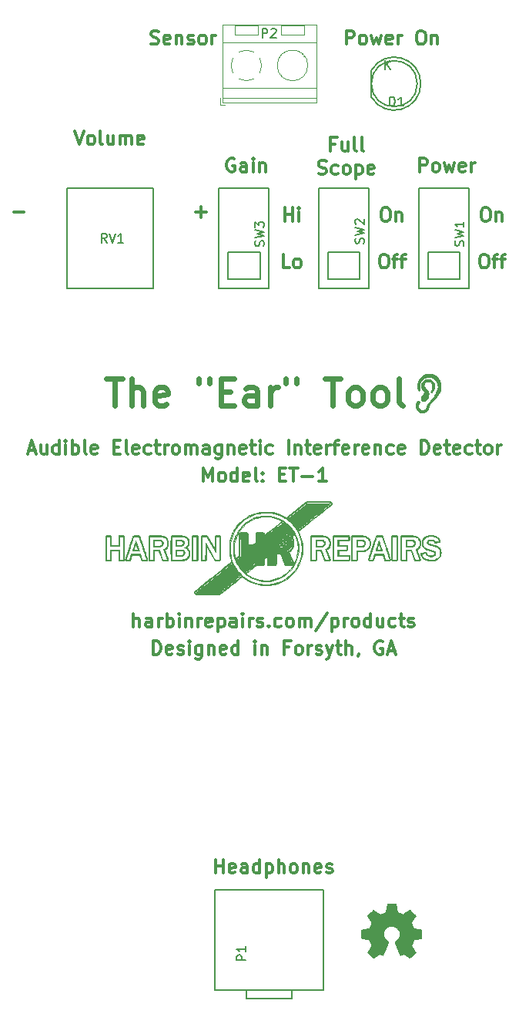
<source format=gbr>
G04 #@! TF.GenerationSoftware,KiCad,Pcbnew,(5.1.0-0)*
G04 #@! TF.CreationDate,2019-04-30T21:56:07-04:00*
G04 #@! TF.ProjectId,The Ear Tool,54686520-4561-4722-9054-6f6f6c2e6b69,1.3*
G04 #@! TF.SameCoordinates,Original*
G04 #@! TF.FileFunction,Legend,Top*
G04 #@! TF.FilePolarity,Positive*
%FSLAX46Y46*%
G04 Gerber Fmt 4.6, Leading zero omitted, Abs format (unit mm)*
G04 Created by KiCad (PCBNEW (5.1.0-0)) date 2019-04-30 21:56:07*
%MOMM*%
%LPD*%
G04 APERTURE LIST*
%ADD10C,0.300000*%
%ADD11C,0.600000*%
%ADD12C,0.010000*%
%ADD13C,0.150000*%
%ADD14C,0.120000*%
G04 APERTURE END LIST*
D10*
X135214285Y-60128571D02*
X135214285Y-58628571D01*
X135214285Y-59342857D02*
X136071428Y-59342857D01*
X136071428Y-60128571D02*
X136071428Y-58628571D01*
X136785714Y-60128571D02*
X136785714Y-59128571D01*
X136785714Y-58628571D02*
X136714285Y-58700000D01*
X136785714Y-58771428D01*
X136857142Y-58700000D01*
X136785714Y-58628571D01*
X136785714Y-58771428D01*
X135785714Y-65228571D02*
X135071428Y-65228571D01*
X135071428Y-63728571D01*
X136500000Y-65228571D02*
X136357142Y-65157142D01*
X136285714Y-65085714D01*
X136214285Y-64942857D01*
X136214285Y-64514285D01*
X136285714Y-64371428D01*
X136357142Y-64300000D01*
X136500000Y-64228571D01*
X136714285Y-64228571D01*
X136857142Y-64300000D01*
X136928571Y-64371428D01*
X137000000Y-64514285D01*
X137000000Y-64942857D01*
X136928571Y-65085714D01*
X136857142Y-65157142D01*
X136714285Y-65228571D01*
X136500000Y-65228571D01*
X129678571Y-53250000D02*
X129535714Y-53178571D01*
X129321428Y-53178571D01*
X129107142Y-53250000D01*
X128964285Y-53392857D01*
X128892857Y-53535714D01*
X128821428Y-53821428D01*
X128821428Y-54035714D01*
X128892857Y-54321428D01*
X128964285Y-54464285D01*
X129107142Y-54607142D01*
X129321428Y-54678571D01*
X129464285Y-54678571D01*
X129678571Y-54607142D01*
X129750000Y-54535714D01*
X129750000Y-54035714D01*
X129464285Y-54035714D01*
X131035714Y-54678571D02*
X131035714Y-53892857D01*
X130964285Y-53750000D01*
X130821428Y-53678571D01*
X130535714Y-53678571D01*
X130392857Y-53750000D01*
X131035714Y-54607142D02*
X130892857Y-54678571D01*
X130535714Y-54678571D01*
X130392857Y-54607142D01*
X130321428Y-54464285D01*
X130321428Y-54321428D01*
X130392857Y-54178571D01*
X130535714Y-54107142D01*
X130892857Y-54107142D01*
X131035714Y-54035714D01*
X131750000Y-54678571D02*
X131750000Y-53678571D01*
X131750000Y-53178571D02*
X131678571Y-53250000D01*
X131750000Y-53321428D01*
X131821428Y-53250000D01*
X131750000Y-53178571D01*
X131750000Y-53321428D01*
X132464285Y-53678571D02*
X132464285Y-54678571D01*
X132464285Y-53821428D02*
X132535714Y-53750000D01*
X132678571Y-53678571D01*
X132892857Y-53678571D01*
X133035714Y-53750000D01*
X133107142Y-53892857D01*
X133107142Y-54678571D01*
X157178571Y-58628571D02*
X157464285Y-58628571D01*
X157607142Y-58700000D01*
X157750000Y-58842857D01*
X157821428Y-59128571D01*
X157821428Y-59628571D01*
X157750000Y-59914285D01*
X157607142Y-60057142D01*
X157464285Y-60128571D01*
X157178571Y-60128571D01*
X157035714Y-60057142D01*
X156892857Y-59914285D01*
X156821428Y-59628571D01*
X156821428Y-59128571D01*
X156892857Y-58842857D01*
X157035714Y-58700000D01*
X157178571Y-58628571D01*
X158464285Y-59128571D02*
X158464285Y-60128571D01*
X158464285Y-59271428D02*
X158535714Y-59200000D01*
X158678571Y-59128571D01*
X158892857Y-59128571D01*
X159035714Y-59200000D01*
X159107142Y-59342857D01*
X159107142Y-60128571D01*
X157000000Y-63728571D02*
X157285714Y-63728571D01*
X157428571Y-63800000D01*
X157571428Y-63942857D01*
X157642857Y-64228571D01*
X157642857Y-64728571D01*
X157571428Y-65014285D01*
X157428571Y-65157142D01*
X157285714Y-65228571D01*
X157000000Y-65228571D01*
X156857142Y-65157142D01*
X156714285Y-65014285D01*
X156642857Y-64728571D01*
X156642857Y-64228571D01*
X156714285Y-63942857D01*
X156857142Y-63800000D01*
X157000000Y-63728571D01*
X158071428Y-64228571D02*
X158642857Y-64228571D01*
X158285714Y-65228571D02*
X158285714Y-63942857D01*
X158357142Y-63800000D01*
X158500000Y-63728571D01*
X158642857Y-63728571D01*
X158928571Y-64228571D02*
X159500000Y-64228571D01*
X159142857Y-65228571D02*
X159142857Y-63942857D01*
X159214285Y-63800000D01*
X159357142Y-63728571D01*
X159500000Y-63728571D01*
X146178571Y-58628571D02*
X146464285Y-58628571D01*
X146607142Y-58700000D01*
X146750000Y-58842857D01*
X146821428Y-59128571D01*
X146821428Y-59628571D01*
X146750000Y-59914285D01*
X146607142Y-60057142D01*
X146464285Y-60128571D01*
X146178571Y-60128571D01*
X146035714Y-60057142D01*
X145892857Y-59914285D01*
X145821428Y-59628571D01*
X145821428Y-59128571D01*
X145892857Y-58842857D01*
X146035714Y-58700000D01*
X146178571Y-58628571D01*
X147464285Y-59128571D02*
X147464285Y-60128571D01*
X147464285Y-59271428D02*
X147535714Y-59200000D01*
X147678571Y-59128571D01*
X147892857Y-59128571D01*
X148035714Y-59200000D01*
X148107142Y-59342857D01*
X148107142Y-60128571D01*
X146000000Y-63728571D02*
X146285714Y-63728571D01*
X146428571Y-63800000D01*
X146571428Y-63942857D01*
X146642857Y-64228571D01*
X146642857Y-64728571D01*
X146571428Y-65014285D01*
X146428571Y-65157142D01*
X146285714Y-65228571D01*
X146000000Y-65228571D01*
X145857142Y-65157142D01*
X145714285Y-65014285D01*
X145642857Y-64728571D01*
X145642857Y-64228571D01*
X145714285Y-63942857D01*
X145857142Y-63800000D01*
X146000000Y-63728571D01*
X147071428Y-64228571D02*
X147642857Y-64228571D01*
X147285714Y-65228571D02*
X147285714Y-63942857D01*
X147357142Y-63800000D01*
X147500000Y-63728571D01*
X147642857Y-63728571D01*
X147928571Y-64228571D02*
X148500000Y-64228571D01*
X148142857Y-65228571D02*
X148142857Y-63942857D01*
X148214285Y-63800000D01*
X148357142Y-63728571D01*
X148500000Y-63728571D01*
X125428571Y-59107142D02*
X126571428Y-59107142D01*
X126000000Y-59678571D02*
X126000000Y-58535714D01*
X105428571Y-59107142D02*
X106571428Y-59107142D01*
X127607142Y-131678571D02*
X127607142Y-130178571D01*
X127607142Y-130892857D02*
X128464285Y-130892857D01*
X128464285Y-131678571D02*
X128464285Y-130178571D01*
X129750000Y-131607142D02*
X129607142Y-131678571D01*
X129321428Y-131678571D01*
X129178571Y-131607142D01*
X129107142Y-131464285D01*
X129107142Y-130892857D01*
X129178571Y-130750000D01*
X129321428Y-130678571D01*
X129607142Y-130678571D01*
X129750000Y-130750000D01*
X129821428Y-130892857D01*
X129821428Y-131035714D01*
X129107142Y-131178571D01*
X131107142Y-131678571D02*
X131107142Y-130892857D01*
X131035714Y-130750000D01*
X130892857Y-130678571D01*
X130607142Y-130678571D01*
X130464285Y-130750000D01*
X131107142Y-131607142D02*
X130964285Y-131678571D01*
X130607142Y-131678571D01*
X130464285Y-131607142D01*
X130392857Y-131464285D01*
X130392857Y-131321428D01*
X130464285Y-131178571D01*
X130607142Y-131107142D01*
X130964285Y-131107142D01*
X131107142Y-131035714D01*
X132464285Y-131678571D02*
X132464285Y-130178571D01*
X132464285Y-131607142D02*
X132321428Y-131678571D01*
X132035714Y-131678571D01*
X131892857Y-131607142D01*
X131821428Y-131535714D01*
X131750000Y-131392857D01*
X131750000Y-130964285D01*
X131821428Y-130821428D01*
X131892857Y-130750000D01*
X132035714Y-130678571D01*
X132321428Y-130678571D01*
X132464285Y-130750000D01*
X133178571Y-130678571D02*
X133178571Y-132178571D01*
X133178571Y-130750000D02*
X133321428Y-130678571D01*
X133607142Y-130678571D01*
X133750000Y-130750000D01*
X133821428Y-130821428D01*
X133892857Y-130964285D01*
X133892857Y-131392857D01*
X133821428Y-131535714D01*
X133750000Y-131607142D01*
X133607142Y-131678571D01*
X133321428Y-131678571D01*
X133178571Y-131607142D01*
X134535714Y-131678571D02*
X134535714Y-130178571D01*
X135178571Y-131678571D02*
X135178571Y-130892857D01*
X135107142Y-130750000D01*
X134964285Y-130678571D01*
X134750000Y-130678571D01*
X134607142Y-130750000D01*
X134535714Y-130821428D01*
X136107142Y-131678571D02*
X135964285Y-131607142D01*
X135892857Y-131535714D01*
X135821428Y-131392857D01*
X135821428Y-130964285D01*
X135892857Y-130821428D01*
X135964285Y-130750000D01*
X136107142Y-130678571D01*
X136321428Y-130678571D01*
X136464285Y-130750000D01*
X136535714Y-130821428D01*
X136607142Y-130964285D01*
X136607142Y-131392857D01*
X136535714Y-131535714D01*
X136464285Y-131607142D01*
X136321428Y-131678571D01*
X136107142Y-131678571D01*
X137250000Y-130678571D02*
X137250000Y-131678571D01*
X137250000Y-130821428D02*
X137321428Y-130750000D01*
X137464285Y-130678571D01*
X137678571Y-130678571D01*
X137821428Y-130750000D01*
X137892857Y-130892857D01*
X137892857Y-131678571D01*
X139178571Y-131607142D02*
X139035714Y-131678571D01*
X138750000Y-131678571D01*
X138607142Y-131607142D01*
X138535714Y-131464285D01*
X138535714Y-130892857D01*
X138607142Y-130750000D01*
X138750000Y-130678571D01*
X139035714Y-130678571D01*
X139178571Y-130750000D01*
X139250000Y-130892857D01*
X139250000Y-131035714D01*
X138535714Y-131178571D01*
X139821428Y-131607142D02*
X139964285Y-131678571D01*
X140250000Y-131678571D01*
X140392857Y-131607142D01*
X140464285Y-131464285D01*
X140464285Y-131392857D01*
X140392857Y-131250000D01*
X140250000Y-131178571D01*
X140035714Y-131178571D01*
X139892857Y-131107142D01*
X139821428Y-130964285D01*
X139821428Y-130892857D01*
X139892857Y-130750000D01*
X140035714Y-130678571D01*
X140250000Y-130678571D01*
X140392857Y-130750000D01*
X120500000Y-40607142D02*
X120714285Y-40678571D01*
X121071428Y-40678571D01*
X121214285Y-40607142D01*
X121285714Y-40535714D01*
X121357142Y-40392857D01*
X121357142Y-40250000D01*
X121285714Y-40107142D01*
X121214285Y-40035714D01*
X121071428Y-39964285D01*
X120785714Y-39892857D01*
X120642857Y-39821428D01*
X120571428Y-39750000D01*
X120500000Y-39607142D01*
X120500000Y-39464285D01*
X120571428Y-39321428D01*
X120642857Y-39250000D01*
X120785714Y-39178571D01*
X121142857Y-39178571D01*
X121357142Y-39250000D01*
X122571428Y-40607142D02*
X122428571Y-40678571D01*
X122142857Y-40678571D01*
X122000000Y-40607142D01*
X121928571Y-40464285D01*
X121928571Y-39892857D01*
X122000000Y-39750000D01*
X122142857Y-39678571D01*
X122428571Y-39678571D01*
X122571428Y-39750000D01*
X122642857Y-39892857D01*
X122642857Y-40035714D01*
X121928571Y-40178571D01*
X123285714Y-39678571D02*
X123285714Y-40678571D01*
X123285714Y-39821428D02*
X123357142Y-39750000D01*
X123500000Y-39678571D01*
X123714285Y-39678571D01*
X123857142Y-39750000D01*
X123928571Y-39892857D01*
X123928571Y-40678571D01*
X124571428Y-40607142D02*
X124714285Y-40678571D01*
X125000000Y-40678571D01*
X125142857Y-40607142D01*
X125214285Y-40464285D01*
X125214285Y-40392857D01*
X125142857Y-40250000D01*
X125000000Y-40178571D01*
X124785714Y-40178571D01*
X124642857Y-40107142D01*
X124571428Y-39964285D01*
X124571428Y-39892857D01*
X124642857Y-39750000D01*
X124785714Y-39678571D01*
X125000000Y-39678571D01*
X125142857Y-39750000D01*
X126071428Y-40678571D02*
X125928571Y-40607142D01*
X125857142Y-40535714D01*
X125785714Y-40392857D01*
X125785714Y-39964285D01*
X125857142Y-39821428D01*
X125928571Y-39750000D01*
X126071428Y-39678571D01*
X126285714Y-39678571D01*
X126428571Y-39750000D01*
X126500000Y-39821428D01*
X126571428Y-39964285D01*
X126571428Y-40392857D01*
X126500000Y-40535714D01*
X126428571Y-40607142D01*
X126285714Y-40678571D01*
X126071428Y-40678571D01*
X127214285Y-40678571D02*
X127214285Y-39678571D01*
X127214285Y-39964285D02*
X127285714Y-39821428D01*
X127357142Y-39750000D01*
X127500000Y-39678571D01*
X127642857Y-39678571D01*
X126285714Y-88678571D02*
X126285714Y-87178571D01*
X126785714Y-88250000D01*
X127285714Y-87178571D01*
X127285714Y-88678571D01*
X128214285Y-88678571D02*
X128071428Y-88607142D01*
X128000000Y-88535714D01*
X127928571Y-88392857D01*
X127928571Y-87964285D01*
X128000000Y-87821428D01*
X128071428Y-87750000D01*
X128214285Y-87678571D01*
X128428571Y-87678571D01*
X128571428Y-87750000D01*
X128642857Y-87821428D01*
X128714285Y-87964285D01*
X128714285Y-88392857D01*
X128642857Y-88535714D01*
X128571428Y-88607142D01*
X128428571Y-88678571D01*
X128214285Y-88678571D01*
X130000000Y-88678571D02*
X130000000Y-87178571D01*
X130000000Y-88607142D02*
X129857142Y-88678571D01*
X129571428Y-88678571D01*
X129428571Y-88607142D01*
X129357142Y-88535714D01*
X129285714Y-88392857D01*
X129285714Y-87964285D01*
X129357142Y-87821428D01*
X129428571Y-87750000D01*
X129571428Y-87678571D01*
X129857142Y-87678571D01*
X130000000Y-87750000D01*
X131285714Y-88607142D02*
X131142857Y-88678571D01*
X130857142Y-88678571D01*
X130714285Y-88607142D01*
X130642857Y-88464285D01*
X130642857Y-87892857D01*
X130714285Y-87750000D01*
X130857142Y-87678571D01*
X131142857Y-87678571D01*
X131285714Y-87750000D01*
X131357142Y-87892857D01*
X131357142Y-88035714D01*
X130642857Y-88178571D01*
X132214285Y-88678571D02*
X132071428Y-88607142D01*
X132000000Y-88464285D01*
X132000000Y-87178571D01*
X132785714Y-88535714D02*
X132857142Y-88607142D01*
X132785714Y-88678571D01*
X132714285Y-88607142D01*
X132785714Y-88535714D01*
X132785714Y-88678571D01*
X132785714Y-87750000D02*
X132857142Y-87821428D01*
X132785714Y-87892857D01*
X132714285Y-87821428D01*
X132785714Y-87750000D01*
X132785714Y-87892857D01*
X134642857Y-87892857D02*
X135142857Y-87892857D01*
X135357142Y-88678571D02*
X134642857Y-88678571D01*
X134642857Y-87178571D01*
X135357142Y-87178571D01*
X135785714Y-87178571D02*
X136642857Y-87178571D01*
X136214285Y-88678571D02*
X136214285Y-87178571D01*
X137142857Y-88107142D02*
X138285714Y-88107142D01*
X139785714Y-88678571D02*
X138928571Y-88678571D01*
X139357142Y-88678571D02*
X139357142Y-87178571D01*
X139214285Y-87392857D01*
X139071428Y-87535714D01*
X138928571Y-87607142D01*
X118607142Y-104678571D02*
X118607142Y-103178571D01*
X119250000Y-104678571D02*
X119250000Y-103892857D01*
X119178571Y-103750000D01*
X119035714Y-103678571D01*
X118821428Y-103678571D01*
X118678571Y-103750000D01*
X118607142Y-103821428D01*
X120607142Y-104678571D02*
X120607142Y-103892857D01*
X120535714Y-103750000D01*
X120392857Y-103678571D01*
X120107142Y-103678571D01*
X119964285Y-103750000D01*
X120607142Y-104607142D02*
X120464285Y-104678571D01*
X120107142Y-104678571D01*
X119964285Y-104607142D01*
X119892857Y-104464285D01*
X119892857Y-104321428D01*
X119964285Y-104178571D01*
X120107142Y-104107142D01*
X120464285Y-104107142D01*
X120607142Y-104035714D01*
X121321428Y-104678571D02*
X121321428Y-103678571D01*
X121321428Y-103964285D02*
X121392857Y-103821428D01*
X121464285Y-103750000D01*
X121607142Y-103678571D01*
X121750000Y-103678571D01*
X122250000Y-104678571D02*
X122250000Y-103178571D01*
X122250000Y-103750000D02*
X122392857Y-103678571D01*
X122678571Y-103678571D01*
X122821428Y-103750000D01*
X122892857Y-103821428D01*
X122964285Y-103964285D01*
X122964285Y-104392857D01*
X122892857Y-104535714D01*
X122821428Y-104607142D01*
X122678571Y-104678571D01*
X122392857Y-104678571D01*
X122250000Y-104607142D01*
X123607142Y-104678571D02*
X123607142Y-103678571D01*
X123607142Y-103178571D02*
X123535714Y-103250000D01*
X123607142Y-103321428D01*
X123678571Y-103250000D01*
X123607142Y-103178571D01*
X123607142Y-103321428D01*
X124321428Y-103678571D02*
X124321428Y-104678571D01*
X124321428Y-103821428D02*
X124392857Y-103750000D01*
X124535714Y-103678571D01*
X124750000Y-103678571D01*
X124892857Y-103750000D01*
X124964285Y-103892857D01*
X124964285Y-104678571D01*
X125678571Y-104678571D02*
X125678571Y-103678571D01*
X125678571Y-103964285D02*
X125750000Y-103821428D01*
X125821428Y-103750000D01*
X125964285Y-103678571D01*
X126107142Y-103678571D01*
X127178571Y-104607142D02*
X127035714Y-104678571D01*
X126750000Y-104678571D01*
X126607142Y-104607142D01*
X126535714Y-104464285D01*
X126535714Y-103892857D01*
X126607142Y-103750000D01*
X126750000Y-103678571D01*
X127035714Y-103678571D01*
X127178571Y-103750000D01*
X127250000Y-103892857D01*
X127250000Y-104035714D01*
X126535714Y-104178571D01*
X127892857Y-103678571D02*
X127892857Y-105178571D01*
X127892857Y-103750000D02*
X128035714Y-103678571D01*
X128321428Y-103678571D01*
X128464285Y-103750000D01*
X128535714Y-103821428D01*
X128607142Y-103964285D01*
X128607142Y-104392857D01*
X128535714Y-104535714D01*
X128464285Y-104607142D01*
X128321428Y-104678571D01*
X128035714Y-104678571D01*
X127892857Y-104607142D01*
X129892857Y-104678571D02*
X129892857Y-103892857D01*
X129821428Y-103750000D01*
X129678571Y-103678571D01*
X129392857Y-103678571D01*
X129250000Y-103750000D01*
X129892857Y-104607142D02*
X129750000Y-104678571D01*
X129392857Y-104678571D01*
X129250000Y-104607142D01*
X129178571Y-104464285D01*
X129178571Y-104321428D01*
X129250000Y-104178571D01*
X129392857Y-104107142D01*
X129750000Y-104107142D01*
X129892857Y-104035714D01*
X130607142Y-104678571D02*
X130607142Y-103678571D01*
X130607142Y-103178571D02*
X130535714Y-103250000D01*
X130607142Y-103321428D01*
X130678571Y-103250000D01*
X130607142Y-103178571D01*
X130607142Y-103321428D01*
X131321428Y-104678571D02*
X131321428Y-103678571D01*
X131321428Y-103964285D02*
X131392857Y-103821428D01*
X131464285Y-103750000D01*
X131607142Y-103678571D01*
X131750000Y-103678571D01*
X132178571Y-104607142D02*
X132321428Y-104678571D01*
X132607142Y-104678571D01*
X132750000Y-104607142D01*
X132821428Y-104464285D01*
X132821428Y-104392857D01*
X132750000Y-104250000D01*
X132607142Y-104178571D01*
X132392857Y-104178571D01*
X132250000Y-104107142D01*
X132178571Y-103964285D01*
X132178571Y-103892857D01*
X132250000Y-103750000D01*
X132392857Y-103678571D01*
X132607142Y-103678571D01*
X132750000Y-103750000D01*
X133464285Y-104535714D02*
X133535714Y-104607142D01*
X133464285Y-104678571D01*
X133392857Y-104607142D01*
X133464285Y-104535714D01*
X133464285Y-104678571D01*
X134821428Y-104607142D02*
X134678571Y-104678571D01*
X134392857Y-104678571D01*
X134250000Y-104607142D01*
X134178571Y-104535714D01*
X134107142Y-104392857D01*
X134107142Y-103964285D01*
X134178571Y-103821428D01*
X134250000Y-103750000D01*
X134392857Y-103678571D01*
X134678571Y-103678571D01*
X134821428Y-103750000D01*
X135678571Y-104678571D02*
X135535714Y-104607142D01*
X135464285Y-104535714D01*
X135392857Y-104392857D01*
X135392857Y-103964285D01*
X135464285Y-103821428D01*
X135535714Y-103750000D01*
X135678571Y-103678571D01*
X135892857Y-103678571D01*
X136035714Y-103750000D01*
X136107142Y-103821428D01*
X136178571Y-103964285D01*
X136178571Y-104392857D01*
X136107142Y-104535714D01*
X136035714Y-104607142D01*
X135892857Y-104678571D01*
X135678571Y-104678571D01*
X136821428Y-104678571D02*
X136821428Y-103678571D01*
X136821428Y-103821428D02*
X136892857Y-103750000D01*
X137035714Y-103678571D01*
X137250000Y-103678571D01*
X137392857Y-103750000D01*
X137464285Y-103892857D01*
X137464285Y-104678571D01*
X137464285Y-103892857D02*
X137535714Y-103750000D01*
X137678571Y-103678571D01*
X137892857Y-103678571D01*
X138035714Y-103750000D01*
X138107142Y-103892857D01*
X138107142Y-104678571D01*
X139892857Y-103107142D02*
X138607142Y-105035714D01*
X140392857Y-103678571D02*
X140392857Y-105178571D01*
X140392857Y-103750000D02*
X140535714Y-103678571D01*
X140821428Y-103678571D01*
X140964285Y-103750000D01*
X141035714Y-103821428D01*
X141107142Y-103964285D01*
X141107142Y-104392857D01*
X141035714Y-104535714D01*
X140964285Y-104607142D01*
X140821428Y-104678571D01*
X140535714Y-104678571D01*
X140392857Y-104607142D01*
X141750000Y-104678571D02*
X141750000Y-103678571D01*
X141750000Y-103964285D02*
X141821428Y-103821428D01*
X141892857Y-103750000D01*
X142035714Y-103678571D01*
X142178571Y-103678571D01*
X142892857Y-104678571D02*
X142750000Y-104607142D01*
X142678571Y-104535714D01*
X142607142Y-104392857D01*
X142607142Y-103964285D01*
X142678571Y-103821428D01*
X142750000Y-103750000D01*
X142892857Y-103678571D01*
X143107142Y-103678571D01*
X143250000Y-103750000D01*
X143321428Y-103821428D01*
X143392857Y-103964285D01*
X143392857Y-104392857D01*
X143321428Y-104535714D01*
X143250000Y-104607142D01*
X143107142Y-104678571D01*
X142892857Y-104678571D01*
X144678571Y-104678571D02*
X144678571Y-103178571D01*
X144678571Y-104607142D02*
X144535714Y-104678571D01*
X144250000Y-104678571D01*
X144107142Y-104607142D01*
X144035714Y-104535714D01*
X143964285Y-104392857D01*
X143964285Y-103964285D01*
X144035714Y-103821428D01*
X144107142Y-103750000D01*
X144250000Y-103678571D01*
X144535714Y-103678571D01*
X144678571Y-103750000D01*
X146035714Y-103678571D02*
X146035714Y-104678571D01*
X145392857Y-103678571D02*
X145392857Y-104464285D01*
X145464285Y-104607142D01*
X145607142Y-104678571D01*
X145821428Y-104678571D01*
X145964285Y-104607142D01*
X146035714Y-104535714D01*
X147392857Y-104607142D02*
X147250000Y-104678571D01*
X146964285Y-104678571D01*
X146821428Y-104607142D01*
X146750000Y-104535714D01*
X146678571Y-104392857D01*
X146678571Y-103964285D01*
X146750000Y-103821428D01*
X146821428Y-103750000D01*
X146964285Y-103678571D01*
X147250000Y-103678571D01*
X147392857Y-103750000D01*
X147821428Y-103678571D02*
X148392857Y-103678571D01*
X148035714Y-103178571D02*
X148035714Y-104464285D01*
X148107142Y-104607142D01*
X148250000Y-104678571D01*
X148392857Y-104678571D01*
X148821428Y-104607142D02*
X148964285Y-104678571D01*
X149250000Y-104678571D01*
X149392857Y-104607142D01*
X149464285Y-104464285D01*
X149464285Y-104392857D01*
X149392857Y-104250000D01*
X149250000Y-104178571D01*
X149035714Y-104178571D01*
X148892857Y-104107142D01*
X148821428Y-103964285D01*
X148821428Y-103892857D01*
X148892857Y-103750000D01*
X149035714Y-103678571D01*
X149250000Y-103678571D01*
X149392857Y-103750000D01*
X107071428Y-85250000D02*
X107785714Y-85250000D01*
X106928571Y-85678571D02*
X107428571Y-84178571D01*
X107928571Y-85678571D01*
X109071428Y-84678571D02*
X109071428Y-85678571D01*
X108428571Y-84678571D02*
X108428571Y-85464285D01*
X108499999Y-85607142D01*
X108642857Y-85678571D01*
X108857142Y-85678571D01*
X108999999Y-85607142D01*
X109071428Y-85535714D01*
X110428571Y-85678571D02*
X110428571Y-84178571D01*
X110428571Y-85607142D02*
X110285714Y-85678571D01*
X109999999Y-85678571D01*
X109857142Y-85607142D01*
X109785714Y-85535714D01*
X109714285Y-85392857D01*
X109714285Y-84964285D01*
X109785714Y-84821428D01*
X109857142Y-84750000D01*
X109999999Y-84678571D01*
X110285714Y-84678571D01*
X110428571Y-84750000D01*
X111142857Y-85678571D02*
X111142857Y-84678571D01*
X111142857Y-84178571D02*
X111071428Y-84250000D01*
X111142857Y-84321428D01*
X111214285Y-84250000D01*
X111142857Y-84178571D01*
X111142857Y-84321428D01*
X111857142Y-85678571D02*
X111857142Y-84178571D01*
X111857142Y-84750000D02*
X111999999Y-84678571D01*
X112285714Y-84678571D01*
X112428571Y-84750000D01*
X112499999Y-84821428D01*
X112571428Y-84964285D01*
X112571428Y-85392857D01*
X112499999Y-85535714D01*
X112428571Y-85607142D01*
X112285714Y-85678571D01*
X111999999Y-85678571D01*
X111857142Y-85607142D01*
X113428571Y-85678571D02*
X113285714Y-85607142D01*
X113214285Y-85464285D01*
X113214285Y-84178571D01*
X114571428Y-85607142D02*
X114428571Y-85678571D01*
X114142857Y-85678571D01*
X113999999Y-85607142D01*
X113928571Y-85464285D01*
X113928571Y-84892857D01*
X113999999Y-84750000D01*
X114142857Y-84678571D01*
X114428571Y-84678571D01*
X114571428Y-84750000D01*
X114642857Y-84892857D01*
X114642857Y-85035714D01*
X113928571Y-85178571D01*
X116428571Y-84892857D02*
X116928571Y-84892857D01*
X117142857Y-85678571D02*
X116428571Y-85678571D01*
X116428571Y-84178571D01*
X117142857Y-84178571D01*
X117999999Y-85678571D02*
X117857142Y-85607142D01*
X117785714Y-85464285D01*
X117785714Y-84178571D01*
X119142857Y-85607142D02*
X118999999Y-85678571D01*
X118714285Y-85678571D01*
X118571428Y-85607142D01*
X118499999Y-85464285D01*
X118499999Y-84892857D01*
X118571428Y-84750000D01*
X118714285Y-84678571D01*
X118999999Y-84678571D01*
X119142857Y-84750000D01*
X119214285Y-84892857D01*
X119214285Y-85035714D01*
X118499999Y-85178571D01*
X120499999Y-85607142D02*
X120357142Y-85678571D01*
X120071428Y-85678571D01*
X119928571Y-85607142D01*
X119857142Y-85535714D01*
X119785714Y-85392857D01*
X119785714Y-84964285D01*
X119857142Y-84821428D01*
X119928571Y-84750000D01*
X120071428Y-84678571D01*
X120357142Y-84678571D01*
X120499999Y-84750000D01*
X120928571Y-84678571D02*
X121499999Y-84678571D01*
X121142857Y-84178571D02*
X121142857Y-85464285D01*
X121214285Y-85607142D01*
X121357142Y-85678571D01*
X121499999Y-85678571D01*
X121999999Y-85678571D02*
X121999999Y-84678571D01*
X121999999Y-84964285D02*
X122071428Y-84821428D01*
X122142857Y-84750000D01*
X122285714Y-84678571D01*
X122428571Y-84678571D01*
X123142857Y-85678571D02*
X122999999Y-85607142D01*
X122928571Y-85535714D01*
X122857142Y-85392857D01*
X122857142Y-84964285D01*
X122928571Y-84821428D01*
X122999999Y-84750000D01*
X123142857Y-84678571D01*
X123357142Y-84678571D01*
X123499999Y-84750000D01*
X123571428Y-84821428D01*
X123642857Y-84964285D01*
X123642857Y-85392857D01*
X123571428Y-85535714D01*
X123499999Y-85607142D01*
X123357142Y-85678571D01*
X123142857Y-85678571D01*
X124285714Y-85678571D02*
X124285714Y-84678571D01*
X124285714Y-84821428D02*
X124357142Y-84750000D01*
X124499999Y-84678571D01*
X124714285Y-84678571D01*
X124857142Y-84750000D01*
X124928571Y-84892857D01*
X124928571Y-85678571D01*
X124928571Y-84892857D02*
X124999999Y-84750000D01*
X125142857Y-84678571D01*
X125357142Y-84678571D01*
X125499999Y-84750000D01*
X125571428Y-84892857D01*
X125571428Y-85678571D01*
X126928571Y-85678571D02*
X126928571Y-84892857D01*
X126857142Y-84750000D01*
X126714285Y-84678571D01*
X126428571Y-84678571D01*
X126285714Y-84750000D01*
X126928571Y-85607142D02*
X126785714Y-85678571D01*
X126428571Y-85678571D01*
X126285714Y-85607142D01*
X126214285Y-85464285D01*
X126214285Y-85321428D01*
X126285714Y-85178571D01*
X126428571Y-85107142D01*
X126785714Y-85107142D01*
X126928571Y-85035714D01*
X128285714Y-84678571D02*
X128285714Y-85892857D01*
X128214285Y-86035714D01*
X128142857Y-86107142D01*
X127999999Y-86178571D01*
X127785714Y-86178571D01*
X127642857Y-86107142D01*
X128285714Y-85607142D02*
X128142857Y-85678571D01*
X127857142Y-85678571D01*
X127714285Y-85607142D01*
X127642857Y-85535714D01*
X127571428Y-85392857D01*
X127571428Y-84964285D01*
X127642857Y-84821428D01*
X127714285Y-84750000D01*
X127857142Y-84678571D01*
X128142857Y-84678571D01*
X128285714Y-84750000D01*
X128999999Y-84678571D02*
X128999999Y-85678571D01*
X128999999Y-84821428D02*
X129071428Y-84750000D01*
X129214285Y-84678571D01*
X129428571Y-84678571D01*
X129571428Y-84750000D01*
X129642857Y-84892857D01*
X129642857Y-85678571D01*
X130928571Y-85607142D02*
X130785714Y-85678571D01*
X130499999Y-85678571D01*
X130357142Y-85607142D01*
X130285714Y-85464285D01*
X130285714Y-84892857D01*
X130357142Y-84750000D01*
X130499999Y-84678571D01*
X130785714Y-84678571D01*
X130928571Y-84750000D01*
X130999999Y-84892857D01*
X130999999Y-85035714D01*
X130285714Y-85178571D01*
X131428571Y-84678571D02*
X131999999Y-84678571D01*
X131642857Y-84178571D02*
X131642857Y-85464285D01*
X131714285Y-85607142D01*
X131857142Y-85678571D01*
X131999999Y-85678571D01*
X132499999Y-85678571D02*
X132499999Y-84678571D01*
X132499999Y-84178571D02*
X132428571Y-84250000D01*
X132499999Y-84321428D01*
X132571428Y-84250000D01*
X132499999Y-84178571D01*
X132499999Y-84321428D01*
X133857142Y-85607142D02*
X133714285Y-85678571D01*
X133428571Y-85678571D01*
X133285714Y-85607142D01*
X133214285Y-85535714D01*
X133142857Y-85392857D01*
X133142857Y-84964285D01*
X133214285Y-84821428D01*
X133285714Y-84750000D01*
X133428571Y-84678571D01*
X133714285Y-84678571D01*
X133857142Y-84750000D01*
X135642857Y-85678571D02*
X135642857Y-84178571D01*
X136357142Y-84678571D02*
X136357142Y-85678571D01*
X136357142Y-84821428D02*
X136428571Y-84750000D01*
X136571428Y-84678571D01*
X136785714Y-84678571D01*
X136928571Y-84750000D01*
X137000000Y-84892857D01*
X137000000Y-85678571D01*
X137500000Y-84678571D02*
X138071428Y-84678571D01*
X137714285Y-84178571D02*
X137714285Y-85464285D01*
X137785714Y-85607142D01*
X137928571Y-85678571D01*
X138071428Y-85678571D01*
X139142857Y-85607142D02*
X139000000Y-85678571D01*
X138714285Y-85678571D01*
X138571428Y-85607142D01*
X138500000Y-85464285D01*
X138500000Y-84892857D01*
X138571428Y-84750000D01*
X138714285Y-84678571D01*
X139000000Y-84678571D01*
X139142857Y-84750000D01*
X139214285Y-84892857D01*
X139214285Y-85035714D01*
X138500000Y-85178571D01*
X139857142Y-85678571D02*
X139857142Y-84678571D01*
X139857142Y-84964285D02*
X139928571Y-84821428D01*
X140000000Y-84750000D01*
X140142857Y-84678571D01*
X140285714Y-84678571D01*
X140571428Y-84678571D02*
X141142857Y-84678571D01*
X140785714Y-85678571D02*
X140785714Y-84392857D01*
X140857142Y-84250000D01*
X141000000Y-84178571D01*
X141142857Y-84178571D01*
X142214285Y-85607142D02*
X142071428Y-85678571D01*
X141785714Y-85678571D01*
X141642857Y-85607142D01*
X141571428Y-85464285D01*
X141571428Y-84892857D01*
X141642857Y-84750000D01*
X141785714Y-84678571D01*
X142071428Y-84678571D01*
X142214285Y-84750000D01*
X142285714Y-84892857D01*
X142285714Y-85035714D01*
X141571428Y-85178571D01*
X142928571Y-85678571D02*
X142928571Y-84678571D01*
X142928571Y-84964285D02*
X143000000Y-84821428D01*
X143071428Y-84750000D01*
X143214285Y-84678571D01*
X143357142Y-84678571D01*
X144428571Y-85607142D02*
X144285714Y-85678571D01*
X144000000Y-85678571D01*
X143857142Y-85607142D01*
X143785714Y-85464285D01*
X143785714Y-84892857D01*
X143857142Y-84750000D01*
X144000000Y-84678571D01*
X144285714Y-84678571D01*
X144428571Y-84750000D01*
X144500000Y-84892857D01*
X144500000Y-85035714D01*
X143785714Y-85178571D01*
X145142857Y-84678571D02*
X145142857Y-85678571D01*
X145142857Y-84821428D02*
X145214285Y-84750000D01*
X145357142Y-84678571D01*
X145571428Y-84678571D01*
X145714285Y-84750000D01*
X145785714Y-84892857D01*
X145785714Y-85678571D01*
X147142857Y-85607142D02*
X147000000Y-85678571D01*
X146714285Y-85678571D01*
X146571428Y-85607142D01*
X146500000Y-85535714D01*
X146428571Y-85392857D01*
X146428571Y-84964285D01*
X146500000Y-84821428D01*
X146571428Y-84750000D01*
X146714285Y-84678571D01*
X147000000Y-84678571D01*
X147142857Y-84750000D01*
X148357142Y-85607142D02*
X148214285Y-85678571D01*
X147928571Y-85678571D01*
X147785714Y-85607142D01*
X147714285Y-85464285D01*
X147714285Y-84892857D01*
X147785714Y-84750000D01*
X147928571Y-84678571D01*
X148214285Y-84678571D01*
X148357142Y-84750000D01*
X148428571Y-84892857D01*
X148428571Y-85035714D01*
X147714285Y-85178571D01*
X150214285Y-85678571D02*
X150214285Y-84178571D01*
X150571428Y-84178571D01*
X150785714Y-84250000D01*
X150928571Y-84392857D01*
X150999999Y-84535714D01*
X151071428Y-84821428D01*
X151071428Y-85035714D01*
X150999999Y-85321428D01*
X150928571Y-85464285D01*
X150785714Y-85607142D01*
X150571428Y-85678571D01*
X150214285Y-85678571D01*
X152285714Y-85607142D02*
X152142857Y-85678571D01*
X151857142Y-85678571D01*
X151714285Y-85607142D01*
X151642857Y-85464285D01*
X151642857Y-84892857D01*
X151714285Y-84750000D01*
X151857142Y-84678571D01*
X152142857Y-84678571D01*
X152285714Y-84750000D01*
X152357142Y-84892857D01*
X152357142Y-85035714D01*
X151642857Y-85178571D01*
X152785714Y-84678571D02*
X153357142Y-84678571D01*
X152999999Y-84178571D02*
X152999999Y-85464285D01*
X153071428Y-85607142D01*
X153214285Y-85678571D01*
X153357142Y-85678571D01*
X154428571Y-85607142D02*
X154285714Y-85678571D01*
X153999999Y-85678571D01*
X153857142Y-85607142D01*
X153785714Y-85464285D01*
X153785714Y-84892857D01*
X153857142Y-84750000D01*
X153999999Y-84678571D01*
X154285714Y-84678571D01*
X154428571Y-84750000D01*
X154499999Y-84892857D01*
X154499999Y-85035714D01*
X153785714Y-85178571D01*
X155785714Y-85607142D02*
X155642857Y-85678571D01*
X155357142Y-85678571D01*
X155214285Y-85607142D01*
X155142857Y-85535714D01*
X155071428Y-85392857D01*
X155071428Y-84964285D01*
X155142857Y-84821428D01*
X155214285Y-84750000D01*
X155357142Y-84678571D01*
X155642857Y-84678571D01*
X155785714Y-84750000D01*
X156214285Y-84678571D02*
X156785714Y-84678571D01*
X156428571Y-84178571D02*
X156428571Y-85464285D01*
X156499999Y-85607142D01*
X156642857Y-85678571D01*
X156785714Y-85678571D01*
X157499999Y-85678571D02*
X157357142Y-85607142D01*
X157285714Y-85535714D01*
X157214285Y-85392857D01*
X157214285Y-84964285D01*
X157285714Y-84821428D01*
X157357142Y-84750000D01*
X157499999Y-84678571D01*
X157714285Y-84678571D01*
X157857142Y-84750000D01*
X157928571Y-84821428D01*
X157999999Y-84964285D01*
X157999999Y-85392857D01*
X157928571Y-85535714D01*
X157857142Y-85607142D01*
X157714285Y-85678571D01*
X157499999Y-85678571D01*
X158642857Y-85678571D02*
X158642857Y-84678571D01*
X158642857Y-84964285D02*
X158714285Y-84821428D01*
X158785714Y-84750000D01*
X158928571Y-84678571D01*
X159071428Y-84678571D01*
X120750000Y-107678571D02*
X120750000Y-106178571D01*
X121107142Y-106178571D01*
X121321428Y-106250000D01*
X121464285Y-106392857D01*
X121535714Y-106535714D01*
X121607142Y-106821428D01*
X121607142Y-107035714D01*
X121535714Y-107321428D01*
X121464285Y-107464285D01*
X121321428Y-107607142D01*
X121107142Y-107678571D01*
X120750000Y-107678571D01*
X122821428Y-107607142D02*
X122678571Y-107678571D01*
X122392857Y-107678571D01*
X122250000Y-107607142D01*
X122178571Y-107464285D01*
X122178571Y-106892857D01*
X122250000Y-106750000D01*
X122392857Y-106678571D01*
X122678571Y-106678571D01*
X122821428Y-106750000D01*
X122892857Y-106892857D01*
X122892857Y-107035714D01*
X122178571Y-107178571D01*
X123464285Y-107607142D02*
X123607142Y-107678571D01*
X123892857Y-107678571D01*
X124035714Y-107607142D01*
X124107142Y-107464285D01*
X124107142Y-107392857D01*
X124035714Y-107250000D01*
X123892857Y-107178571D01*
X123678571Y-107178571D01*
X123535714Y-107107142D01*
X123464285Y-106964285D01*
X123464285Y-106892857D01*
X123535714Y-106750000D01*
X123678571Y-106678571D01*
X123892857Y-106678571D01*
X124035714Y-106750000D01*
X124750000Y-107678571D02*
X124750000Y-106678571D01*
X124750000Y-106178571D02*
X124678571Y-106250000D01*
X124750000Y-106321428D01*
X124821428Y-106250000D01*
X124750000Y-106178571D01*
X124750000Y-106321428D01*
X126107142Y-106678571D02*
X126107142Y-107892857D01*
X126035714Y-108035714D01*
X125964285Y-108107142D01*
X125821428Y-108178571D01*
X125607142Y-108178571D01*
X125464285Y-108107142D01*
X126107142Y-107607142D02*
X125964285Y-107678571D01*
X125678571Y-107678571D01*
X125535714Y-107607142D01*
X125464285Y-107535714D01*
X125392857Y-107392857D01*
X125392857Y-106964285D01*
X125464285Y-106821428D01*
X125535714Y-106750000D01*
X125678571Y-106678571D01*
X125964285Y-106678571D01*
X126107142Y-106750000D01*
X126821428Y-106678571D02*
X126821428Y-107678571D01*
X126821428Y-106821428D02*
X126892857Y-106750000D01*
X127035714Y-106678571D01*
X127250000Y-106678571D01*
X127392857Y-106750000D01*
X127464285Y-106892857D01*
X127464285Y-107678571D01*
X128750000Y-107607142D02*
X128607142Y-107678571D01*
X128321428Y-107678571D01*
X128178571Y-107607142D01*
X128107142Y-107464285D01*
X128107142Y-106892857D01*
X128178571Y-106750000D01*
X128321428Y-106678571D01*
X128607142Y-106678571D01*
X128750000Y-106750000D01*
X128821428Y-106892857D01*
X128821428Y-107035714D01*
X128107142Y-107178571D01*
X130107142Y-107678571D02*
X130107142Y-106178571D01*
X130107142Y-107607142D02*
X129964285Y-107678571D01*
X129678571Y-107678571D01*
X129535714Y-107607142D01*
X129464285Y-107535714D01*
X129392857Y-107392857D01*
X129392857Y-106964285D01*
X129464285Y-106821428D01*
X129535714Y-106750000D01*
X129678571Y-106678571D01*
X129964285Y-106678571D01*
X130107142Y-106750000D01*
X131964285Y-107678571D02*
X131964285Y-106678571D01*
X131964285Y-106178571D02*
X131892857Y-106250000D01*
X131964285Y-106321428D01*
X132035714Y-106250000D01*
X131964285Y-106178571D01*
X131964285Y-106321428D01*
X132678571Y-106678571D02*
X132678571Y-107678571D01*
X132678571Y-106821428D02*
X132750000Y-106750000D01*
X132892857Y-106678571D01*
X133107142Y-106678571D01*
X133250000Y-106750000D01*
X133321428Y-106892857D01*
X133321428Y-107678571D01*
X135678571Y-106892857D02*
X135178571Y-106892857D01*
X135178571Y-107678571D02*
X135178571Y-106178571D01*
X135892857Y-106178571D01*
X136678571Y-107678571D02*
X136535714Y-107607142D01*
X136464285Y-107535714D01*
X136392857Y-107392857D01*
X136392857Y-106964285D01*
X136464285Y-106821428D01*
X136535714Y-106750000D01*
X136678571Y-106678571D01*
X136892857Y-106678571D01*
X137035714Y-106750000D01*
X137107142Y-106821428D01*
X137178571Y-106964285D01*
X137178571Y-107392857D01*
X137107142Y-107535714D01*
X137035714Y-107607142D01*
X136892857Y-107678571D01*
X136678571Y-107678571D01*
X137821428Y-107678571D02*
X137821428Y-106678571D01*
X137821428Y-106964285D02*
X137892857Y-106821428D01*
X137964285Y-106750000D01*
X138107142Y-106678571D01*
X138250000Y-106678571D01*
X138678571Y-107607142D02*
X138821428Y-107678571D01*
X139107142Y-107678571D01*
X139250000Y-107607142D01*
X139321428Y-107464285D01*
X139321428Y-107392857D01*
X139250000Y-107250000D01*
X139107142Y-107178571D01*
X138892857Y-107178571D01*
X138750000Y-107107142D01*
X138678571Y-106964285D01*
X138678571Y-106892857D01*
X138750000Y-106750000D01*
X138892857Y-106678571D01*
X139107142Y-106678571D01*
X139250000Y-106750000D01*
X139821428Y-106678571D02*
X140178571Y-107678571D01*
X140535714Y-106678571D02*
X140178571Y-107678571D01*
X140035714Y-108035714D01*
X139964285Y-108107142D01*
X139821428Y-108178571D01*
X140892857Y-106678571D02*
X141464285Y-106678571D01*
X141107142Y-106178571D02*
X141107142Y-107464285D01*
X141178571Y-107607142D01*
X141321428Y-107678571D01*
X141464285Y-107678571D01*
X141964285Y-107678571D02*
X141964285Y-106178571D01*
X142607142Y-107678571D02*
X142607142Y-106892857D01*
X142535714Y-106750000D01*
X142392857Y-106678571D01*
X142178571Y-106678571D01*
X142035714Y-106750000D01*
X141964285Y-106821428D01*
X143392857Y-107607142D02*
X143392857Y-107678571D01*
X143321428Y-107821428D01*
X143250000Y-107892857D01*
X145964285Y-106250000D02*
X145821428Y-106178571D01*
X145607142Y-106178571D01*
X145392857Y-106250000D01*
X145250000Y-106392857D01*
X145178571Y-106535714D01*
X145107142Y-106821428D01*
X145107142Y-107035714D01*
X145178571Y-107321428D01*
X145250000Y-107464285D01*
X145392857Y-107607142D01*
X145607142Y-107678571D01*
X145750000Y-107678571D01*
X145964285Y-107607142D01*
X146035714Y-107535714D01*
X146035714Y-107035714D01*
X145750000Y-107035714D01*
X146607142Y-107250000D02*
X147321428Y-107250000D01*
X146464285Y-107678571D02*
X146964285Y-106178571D01*
X147464285Y-107678571D01*
D11*
X115642857Y-77357142D02*
X117357142Y-77357142D01*
X116500000Y-80357142D02*
X116500000Y-77357142D01*
X118357142Y-80357142D02*
X118357142Y-77357142D01*
X119642857Y-80357142D02*
X119642857Y-78785714D01*
X119500000Y-78500000D01*
X119214285Y-78357142D01*
X118785714Y-78357142D01*
X118500000Y-78500000D01*
X118357142Y-78642857D01*
X122214285Y-80214285D02*
X121928571Y-80357142D01*
X121357142Y-80357142D01*
X121071428Y-80214285D01*
X120928571Y-79928571D01*
X120928571Y-78785714D01*
X121071428Y-78500000D01*
X121357142Y-78357142D01*
X121928571Y-78357142D01*
X122214285Y-78500000D01*
X122357142Y-78785714D01*
X122357142Y-79071428D01*
X120928571Y-79357142D01*
X125785714Y-77357142D02*
X125785714Y-77928571D01*
X126928571Y-77357142D02*
X126928571Y-77928571D01*
X128214285Y-78785714D02*
X129214285Y-78785714D01*
X129642857Y-80357142D02*
X128214285Y-80357142D01*
X128214285Y-77357142D01*
X129642857Y-77357142D01*
X132214285Y-80357142D02*
X132214285Y-78785714D01*
X132071428Y-78500000D01*
X131785714Y-78357142D01*
X131214285Y-78357142D01*
X130928571Y-78500000D01*
X132214285Y-80214285D02*
X131928571Y-80357142D01*
X131214285Y-80357142D01*
X130928571Y-80214285D01*
X130785714Y-79928571D01*
X130785714Y-79642857D01*
X130928571Y-79357142D01*
X131214285Y-79214285D01*
X131928571Y-79214285D01*
X132214285Y-79071428D01*
X133642857Y-80357142D02*
X133642857Y-78357142D01*
X133642857Y-78928571D02*
X133785714Y-78642857D01*
X133928571Y-78500000D01*
X134214285Y-78357142D01*
X134500000Y-78357142D01*
X135357142Y-77357142D02*
X135357142Y-77928571D01*
X136500000Y-77357142D02*
X136500000Y-77928571D01*
X139642857Y-77357142D02*
X141357142Y-77357142D01*
X140500000Y-80357142D02*
X140500000Y-77357142D01*
X142785714Y-80357142D02*
X142500000Y-80214285D01*
X142357142Y-80071428D01*
X142214285Y-79785714D01*
X142214285Y-78928571D01*
X142357142Y-78642857D01*
X142500000Y-78500000D01*
X142785714Y-78357142D01*
X143214285Y-78357142D01*
X143500000Y-78500000D01*
X143642857Y-78642857D01*
X143785714Y-78928571D01*
X143785714Y-79785714D01*
X143642857Y-80071428D01*
X143500000Y-80214285D01*
X143214285Y-80357142D01*
X142785714Y-80357142D01*
X145500000Y-80357142D02*
X145214285Y-80214285D01*
X145071428Y-80071428D01*
X144928571Y-79785714D01*
X144928571Y-78928571D01*
X145071428Y-78642857D01*
X145214285Y-78500000D01*
X145500000Y-78357142D01*
X145928571Y-78357142D01*
X146214285Y-78500000D01*
X146357142Y-78642857D01*
X146500000Y-78928571D01*
X146500000Y-79785714D01*
X146357142Y-80071428D01*
X146214285Y-80214285D01*
X145928571Y-80357142D01*
X145500000Y-80357142D01*
X148214285Y-80357142D02*
X147928571Y-80214285D01*
X147785714Y-79928571D01*
X147785714Y-77357142D01*
D10*
X112107142Y-50178571D02*
X112607142Y-51678571D01*
X113107142Y-50178571D01*
X113821428Y-51678571D02*
X113678571Y-51607142D01*
X113607142Y-51535714D01*
X113535714Y-51392857D01*
X113535714Y-50964285D01*
X113607142Y-50821428D01*
X113678571Y-50750000D01*
X113821428Y-50678571D01*
X114035714Y-50678571D01*
X114178571Y-50750000D01*
X114250000Y-50821428D01*
X114321428Y-50964285D01*
X114321428Y-51392857D01*
X114250000Y-51535714D01*
X114178571Y-51607142D01*
X114035714Y-51678571D01*
X113821428Y-51678571D01*
X115178571Y-51678571D02*
X115035714Y-51607142D01*
X114964285Y-51464285D01*
X114964285Y-50178571D01*
X116392857Y-50678571D02*
X116392857Y-51678571D01*
X115750000Y-50678571D02*
X115750000Y-51464285D01*
X115821428Y-51607142D01*
X115964285Y-51678571D01*
X116178571Y-51678571D01*
X116321428Y-51607142D01*
X116392857Y-51535714D01*
X117107142Y-51678571D02*
X117107142Y-50678571D01*
X117107142Y-50821428D02*
X117178571Y-50750000D01*
X117321428Y-50678571D01*
X117535714Y-50678571D01*
X117678571Y-50750000D01*
X117750000Y-50892857D01*
X117750000Y-51678571D01*
X117750000Y-50892857D02*
X117821428Y-50750000D01*
X117964285Y-50678571D01*
X118178571Y-50678571D01*
X118321428Y-50750000D01*
X118392857Y-50892857D01*
X118392857Y-51678571D01*
X119678571Y-51607142D02*
X119535714Y-51678571D01*
X119250000Y-51678571D01*
X119107142Y-51607142D01*
X119035714Y-51464285D01*
X119035714Y-50892857D01*
X119107142Y-50750000D01*
X119250000Y-50678571D01*
X119535714Y-50678571D01*
X119678571Y-50750000D01*
X119750000Y-50892857D01*
X119750000Y-51035714D01*
X119035714Y-51178571D01*
X140750000Y-51617857D02*
X140250000Y-51617857D01*
X140250000Y-52403571D02*
X140250000Y-50903571D01*
X140964285Y-50903571D01*
X142178571Y-51403571D02*
X142178571Y-52403571D01*
X141535714Y-51403571D02*
X141535714Y-52189285D01*
X141607142Y-52332142D01*
X141750000Y-52403571D01*
X141964285Y-52403571D01*
X142107142Y-52332142D01*
X142178571Y-52260714D01*
X143107142Y-52403571D02*
X142964285Y-52332142D01*
X142892857Y-52189285D01*
X142892857Y-50903571D01*
X143892857Y-52403571D02*
X143750000Y-52332142D01*
X143678571Y-52189285D01*
X143678571Y-50903571D01*
X138928571Y-54882142D02*
X139142857Y-54953571D01*
X139500000Y-54953571D01*
X139642857Y-54882142D01*
X139714285Y-54810714D01*
X139785714Y-54667857D01*
X139785714Y-54525000D01*
X139714285Y-54382142D01*
X139642857Y-54310714D01*
X139500000Y-54239285D01*
X139214285Y-54167857D01*
X139071428Y-54096428D01*
X139000000Y-54025000D01*
X138928571Y-53882142D01*
X138928571Y-53739285D01*
X139000000Y-53596428D01*
X139071428Y-53525000D01*
X139214285Y-53453571D01*
X139571428Y-53453571D01*
X139785714Y-53525000D01*
X141071428Y-54882142D02*
X140928571Y-54953571D01*
X140642857Y-54953571D01*
X140500000Y-54882142D01*
X140428571Y-54810714D01*
X140357142Y-54667857D01*
X140357142Y-54239285D01*
X140428571Y-54096428D01*
X140500000Y-54025000D01*
X140642857Y-53953571D01*
X140928571Y-53953571D01*
X141071428Y-54025000D01*
X141928571Y-54953571D02*
X141785714Y-54882142D01*
X141714285Y-54810714D01*
X141642857Y-54667857D01*
X141642857Y-54239285D01*
X141714285Y-54096428D01*
X141785714Y-54025000D01*
X141928571Y-53953571D01*
X142142857Y-53953571D01*
X142285714Y-54025000D01*
X142357142Y-54096428D01*
X142428571Y-54239285D01*
X142428571Y-54667857D01*
X142357142Y-54810714D01*
X142285714Y-54882142D01*
X142142857Y-54953571D01*
X141928571Y-54953571D01*
X143071428Y-53953571D02*
X143071428Y-55453571D01*
X143071428Y-54025000D02*
X143214285Y-53953571D01*
X143500000Y-53953571D01*
X143642857Y-54025000D01*
X143714285Y-54096428D01*
X143785714Y-54239285D01*
X143785714Y-54667857D01*
X143714285Y-54810714D01*
X143642857Y-54882142D01*
X143500000Y-54953571D01*
X143214285Y-54953571D01*
X143071428Y-54882142D01*
X145000000Y-54882142D02*
X144857142Y-54953571D01*
X144571428Y-54953571D01*
X144428571Y-54882142D01*
X144357142Y-54739285D01*
X144357142Y-54167857D01*
X144428571Y-54025000D01*
X144571428Y-53953571D01*
X144857142Y-53953571D01*
X145000000Y-54025000D01*
X145071428Y-54167857D01*
X145071428Y-54310714D01*
X144357142Y-54453571D01*
X150035714Y-54678571D02*
X150035714Y-53178571D01*
X150607142Y-53178571D01*
X150750000Y-53250000D01*
X150821428Y-53321428D01*
X150892857Y-53464285D01*
X150892857Y-53678571D01*
X150821428Y-53821428D01*
X150750000Y-53892857D01*
X150607142Y-53964285D01*
X150035714Y-53964285D01*
X151750000Y-54678571D02*
X151607142Y-54607142D01*
X151535714Y-54535714D01*
X151464285Y-54392857D01*
X151464285Y-53964285D01*
X151535714Y-53821428D01*
X151607142Y-53750000D01*
X151750000Y-53678571D01*
X151964285Y-53678571D01*
X152107142Y-53750000D01*
X152178571Y-53821428D01*
X152250000Y-53964285D01*
X152250000Y-54392857D01*
X152178571Y-54535714D01*
X152107142Y-54607142D01*
X151964285Y-54678571D01*
X151750000Y-54678571D01*
X152750000Y-53678571D02*
X153035714Y-54678571D01*
X153321428Y-53964285D01*
X153607142Y-54678571D01*
X153892857Y-53678571D01*
X155035714Y-54607142D02*
X154892857Y-54678571D01*
X154607142Y-54678571D01*
X154464285Y-54607142D01*
X154392857Y-54464285D01*
X154392857Y-53892857D01*
X154464285Y-53750000D01*
X154607142Y-53678571D01*
X154892857Y-53678571D01*
X155035714Y-53750000D01*
X155107142Y-53892857D01*
X155107142Y-54035714D01*
X154392857Y-54178571D01*
X155750000Y-54678571D02*
X155750000Y-53678571D01*
X155750000Y-53964285D02*
X155821428Y-53821428D01*
X155892857Y-53750000D01*
X156035714Y-53678571D01*
X156178571Y-53678571D01*
X142000000Y-40678571D02*
X142000000Y-39178571D01*
X142571428Y-39178571D01*
X142714285Y-39250000D01*
X142785714Y-39321428D01*
X142857142Y-39464285D01*
X142857142Y-39678571D01*
X142785714Y-39821428D01*
X142714285Y-39892857D01*
X142571428Y-39964285D01*
X142000000Y-39964285D01*
X143714285Y-40678571D02*
X143571428Y-40607142D01*
X143500000Y-40535714D01*
X143428571Y-40392857D01*
X143428571Y-39964285D01*
X143500000Y-39821428D01*
X143571428Y-39750000D01*
X143714285Y-39678571D01*
X143928571Y-39678571D01*
X144071428Y-39750000D01*
X144142857Y-39821428D01*
X144214285Y-39964285D01*
X144214285Y-40392857D01*
X144142857Y-40535714D01*
X144071428Y-40607142D01*
X143928571Y-40678571D01*
X143714285Y-40678571D01*
X144714285Y-39678571D02*
X145000000Y-40678571D01*
X145285714Y-39964285D01*
X145571428Y-40678571D01*
X145857142Y-39678571D01*
X147000000Y-40607142D02*
X146857142Y-40678571D01*
X146571428Y-40678571D01*
X146428571Y-40607142D01*
X146357142Y-40464285D01*
X146357142Y-39892857D01*
X146428571Y-39750000D01*
X146571428Y-39678571D01*
X146857142Y-39678571D01*
X147000000Y-39750000D01*
X147071428Y-39892857D01*
X147071428Y-40035714D01*
X146357142Y-40178571D01*
X147714285Y-40678571D02*
X147714285Y-39678571D01*
X147714285Y-39964285D02*
X147785714Y-39821428D01*
X147857142Y-39750000D01*
X148000000Y-39678571D01*
X148142857Y-39678571D01*
X150071428Y-39178571D02*
X150357142Y-39178571D01*
X150500000Y-39250000D01*
X150642857Y-39392857D01*
X150714285Y-39678571D01*
X150714285Y-40178571D01*
X150642857Y-40464285D01*
X150500000Y-40607142D01*
X150357142Y-40678571D01*
X150071428Y-40678571D01*
X149928571Y-40607142D01*
X149785714Y-40464285D01*
X149714285Y-40178571D01*
X149714285Y-39678571D01*
X149785714Y-39392857D01*
X149928571Y-39250000D01*
X150071428Y-39178571D01*
X151357142Y-39678571D02*
X151357142Y-40678571D01*
X151357142Y-39821428D02*
X151428571Y-39750000D01*
X151571428Y-39678571D01*
X151785714Y-39678571D01*
X151928571Y-39750000D01*
X152000000Y-39892857D01*
X152000000Y-40678571D01*
D12*
G36*
X140249075Y-90869200D02*
G01*
X140299424Y-90894713D01*
X140347284Y-90929690D01*
X140380303Y-90977995D01*
X140397799Y-91038379D01*
X140400562Y-91079682D01*
X140397389Y-91122724D01*
X140386913Y-91161386D01*
X140367141Y-91198612D01*
X140336079Y-91237347D01*
X140291734Y-91280535D01*
X140232111Y-91331120D01*
X140228080Y-91334393D01*
X140211508Y-91347801D01*
X140189831Y-91365297D01*
X140162565Y-91387270D01*
X140129226Y-91414109D01*
X140089330Y-91446202D01*
X140042392Y-91483938D01*
X139987930Y-91527705D01*
X139925458Y-91577892D01*
X139854494Y-91634887D01*
X139774553Y-91699079D01*
X139685151Y-91770855D01*
X139585804Y-91850605D01*
X139476028Y-91938717D01*
X139355340Y-92035580D01*
X139223256Y-92141581D01*
X139079291Y-92257110D01*
X138922961Y-92382555D01*
X138753783Y-92518304D01*
X138571273Y-92664746D01*
X138374947Y-92822269D01*
X138164320Y-92991262D01*
X137938910Y-93172113D01*
X137698231Y-93365211D01*
X137647212Y-93406144D01*
X137534091Y-93496908D01*
X137424569Y-93584801D01*
X137319797Y-93668895D01*
X137220927Y-93748268D01*
X137129110Y-93821993D01*
X137045498Y-93889146D01*
X136971243Y-93948801D01*
X136907497Y-94000034D01*
X136855410Y-94041919D01*
X136816136Y-94073532D01*
X136790824Y-94093948D01*
X136782491Y-94100705D01*
X136725717Y-94147051D01*
X136756281Y-94207385D01*
X136868196Y-94449568D01*
X136964661Y-94702997D01*
X137044795Y-94964751D01*
X137107717Y-95231909D01*
X137152543Y-95501550D01*
X137156504Y-95532640D01*
X137163148Y-95601577D01*
X137168416Y-95686979D01*
X137172305Y-95785040D01*
X137174818Y-95891950D01*
X137175953Y-96003902D01*
X137175711Y-96117089D01*
X137174091Y-96227702D01*
X137171094Y-96331934D01*
X137166720Y-96425976D01*
X137160969Y-96506022D01*
X137156504Y-96548640D01*
X137111780Y-96831809D01*
X137048329Y-97107460D01*
X136965967Y-97376084D01*
X136864513Y-97638169D01*
X136743784Y-97894207D01*
X136603598Y-98144687D01*
X136504290Y-98301240D01*
X136344148Y-98526365D01*
X136173329Y-98734895D01*
X135990263Y-98928402D01*
X135793378Y-99108459D01*
X135581102Y-99276636D01*
X135407160Y-99398370D01*
X135159958Y-99551019D01*
X134907510Y-99684095D01*
X134649325Y-99797780D01*
X134384914Y-99892257D01*
X134113787Y-99967707D01*
X133835453Y-100024314D01*
X133654560Y-100050584D01*
X133606473Y-100055940D01*
X133556519Y-100060199D01*
X133501746Y-100063468D01*
X133439203Y-100065851D01*
X133365939Y-100067455D01*
X133279001Y-100068385D01*
X133175439Y-100068746D01*
X133146560Y-100068760D01*
X133038372Y-100068524D01*
X132947549Y-100067747D01*
X132871138Y-100066322D01*
X132806188Y-100064143D01*
X132749747Y-100061106D01*
X132698863Y-100057105D01*
X132650586Y-100052034D01*
X132638560Y-100050584D01*
X132354266Y-100005373D01*
X132075490Y-99940627D01*
X131802638Y-99856475D01*
X131536117Y-99753048D01*
X131276332Y-99630477D01*
X131190760Y-99585091D01*
X131116568Y-99542817D01*
X131032811Y-99492051D01*
X130943939Y-99435733D01*
X130854405Y-99376804D01*
X130768662Y-99318202D01*
X130691162Y-99262867D01*
X130626357Y-99213739D01*
X130617101Y-99206359D01*
X130579618Y-99176797D01*
X130547916Y-99152906D01*
X130525260Y-99137066D01*
X130514913Y-99131660D01*
X130514807Y-99131692D01*
X130506016Y-99138355D01*
X130482741Y-99156670D01*
X130446337Y-99185558D01*
X130398155Y-99223937D01*
X130339549Y-99270728D01*
X130271871Y-99324851D01*
X130196475Y-99385224D01*
X130114712Y-99450767D01*
X130027937Y-99520401D01*
X130006426Y-99537674D01*
X129913260Y-99612489D01*
X129806950Y-99697858D01*
X129690193Y-99791612D01*
X129565692Y-99891584D01*
X129436145Y-99995606D01*
X129304252Y-100101510D01*
X129172713Y-100207128D01*
X129044228Y-100310292D01*
X128921497Y-100408835D01*
X128843800Y-100471218D01*
X128702200Y-100584659D01*
X128576119Y-100685145D01*
X128465474Y-100772739D01*
X128370182Y-100847505D01*
X128290162Y-100909506D01*
X128225330Y-100958807D01*
X128175606Y-100995472D01*
X128140905Y-101019564D01*
X128122440Y-101030555D01*
X128061480Y-101059663D01*
X125430040Y-101058733D01*
X125381877Y-101033661D01*
X125336754Y-100999401D01*
X125304522Y-100952561D01*
X125286175Y-100897037D01*
X125282707Y-100836722D01*
X125283312Y-100833735D01*
X125376585Y-100833735D01*
X125377697Y-100876178D01*
X125394022Y-100914482D01*
X125424255Y-100942863D01*
X125426078Y-100943901D01*
X125432870Y-100945919D01*
X125446224Y-100947737D01*
X125467088Y-100949365D01*
X125496409Y-100950812D01*
X125535136Y-100952089D01*
X125584217Y-100953205D01*
X125644599Y-100954170D01*
X125717231Y-100954995D01*
X125803060Y-100955688D01*
X125903035Y-100956260D01*
X126018103Y-100956721D01*
X126149212Y-100957080D01*
X126297311Y-100957348D01*
X126463348Y-100957534D01*
X126648269Y-100957648D01*
X126750840Y-100957681D01*
X126939977Y-100957724D01*
X127109860Y-100957743D01*
X127261550Y-100957722D01*
X127396114Y-100957645D01*
X127514614Y-100957495D01*
X127618116Y-100957257D01*
X127707682Y-100956913D01*
X127784379Y-100956449D01*
X127849269Y-100955847D01*
X127903418Y-100955091D01*
X127947888Y-100954165D01*
X127983746Y-100953053D01*
X128012054Y-100951738D01*
X128033877Y-100950205D01*
X128050279Y-100948437D01*
X128062325Y-100946418D01*
X128071078Y-100944132D01*
X128077604Y-100941562D01*
X128082965Y-100938692D01*
X128085248Y-100937319D01*
X128096855Y-100928739D01*
X128123205Y-100908306D01*
X128163203Y-100876894D01*
X128215754Y-100835382D01*
X128279763Y-100784646D01*
X128354134Y-100725562D01*
X128437774Y-100659006D01*
X128529587Y-100585856D01*
X128628478Y-100506989D01*
X128733352Y-100423280D01*
X128843114Y-100335606D01*
X128956670Y-100244844D01*
X129072924Y-100151870D01*
X129190781Y-100057562D01*
X129309147Y-99962795D01*
X129426927Y-99868446D01*
X129543025Y-99775393D01*
X129656347Y-99684511D01*
X129765798Y-99596677D01*
X129870283Y-99512767D01*
X129968707Y-99433659D01*
X130059974Y-99360229D01*
X130142991Y-99293353D01*
X130216662Y-99233909D01*
X130279892Y-99182772D01*
X130331586Y-99140819D01*
X130370649Y-99108928D01*
X130395987Y-99087974D01*
X130406043Y-99079296D01*
X130434126Y-99052403D01*
X130357640Y-98979343D01*
X129787434Y-99437851D01*
X129675080Y-99528183D01*
X129550287Y-99628493D01*
X129416465Y-99736040D01*
X129277024Y-99848085D01*
X129135374Y-99961889D01*
X128994925Y-100074711D01*
X128859086Y-100183814D01*
X128731268Y-100286456D01*
X128619215Y-100376420D01*
X128021201Y-100856480D01*
X126753560Y-100856480D01*
X126594871Y-100856420D01*
X126441923Y-100856245D01*
X126295933Y-100855963D01*
X126158119Y-100855580D01*
X126029696Y-100855105D01*
X125911883Y-100854545D01*
X125805896Y-100853906D01*
X125712952Y-100853196D01*
X125634269Y-100852422D01*
X125571063Y-100851593D01*
X125524552Y-100850714D01*
X125495952Y-100849794D01*
X125486474Y-100848860D01*
X125494270Y-100840975D01*
X125516192Y-100821949D01*
X125550442Y-100793264D01*
X125595224Y-100756400D01*
X125648738Y-100712837D01*
X125709188Y-100664058D01*
X125768414Y-100616619D01*
X125814507Y-100579793D01*
X125873398Y-100532689D01*
X125944236Y-100475989D01*
X126026171Y-100410378D01*
X126118350Y-100336537D01*
X126219923Y-100255149D01*
X126330039Y-100166899D01*
X126447845Y-100072469D01*
X126572491Y-99972541D01*
X126703125Y-99867799D01*
X126838896Y-99758927D01*
X126978953Y-99646606D01*
X127122445Y-99531520D01*
X127268520Y-99414353D01*
X127416327Y-99295786D01*
X127565014Y-99176504D01*
X127713731Y-99057189D01*
X127861626Y-98938524D01*
X128007847Y-98821193D01*
X128151544Y-98705877D01*
X128291866Y-98593261D01*
X128427960Y-98484027D01*
X128558975Y-98378859D01*
X128684061Y-98278439D01*
X128802366Y-98183451D01*
X128913039Y-98094577D01*
X129015228Y-98012500D01*
X129108082Y-97937904D01*
X129190750Y-97871472D01*
X129262381Y-97813886D01*
X129322123Y-97765830D01*
X129369124Y-97727987D01*
X129402535Y-97701039D01*
X129421503Y-97685670D01*
X129425693Y-97682204D01*
X129432292Y-97670838D01*
X129430768Y-97652562D01*
X129420962Y-97622463D01*
X129409303Y-97595127D01*
X129399010Y-97577886D01*
X129394902Y-97574800D01*
X129386124Y-97581045D01*
X129362417Y-97599300D01*
X129324686Y-97628842D01*
X129273839Y-97668950D01*
X129210781Y-97718900D01*
X129136421Y-97777971D01*
X129051665Y-97845440D01*
X128957418Y-97920585D01*
X128854590Y-98002684D01*
X128744085Y-98091015D01*
X128626810Y-98184854D01*
X128503673Y-98283481D01*
X128375581Y-98386173D01*
X128282033Y-98461228D01*
X128130316Y-98582987D01*
X127969627Y-98711934D01*
X127802135Y-98846328D01*
X127630010Y-98984430D01*
X127455423Y-99124499D01*
X127280541Y-99264795D01*
X127107535Y-99403576D01*
X126938575Y-99539103D01*
X126775831Y-99669635D01*
X126621471Y-99793431D01*
X126477666Y-99908752D01*
X126346585Y-100013856D01*
X126293640Y-100056305D01*
X126176186Y-100150590D01*
X126062992Y-100241693D01*
X125955093Y-100328768D01*
X125853522Y-100410971D01*
X125759316Y-100487455D01*
X125673507Y-100557376D01*
X125597132Y-100619887D01*
X125531225Y-100674144D01*
X125476821Y-100719302D01*
X125434954Y-100754515D01*
X125406659Y-100778937D01*
X125392970Y-100791724D01*
X125391993Y-100792936D01*
X125376585Y-100833735D01*
X125283312Y-100833735D01*
X125295114Y-100775512D01*
X125308091Y-100744776D01*
X125313085Y-100734681D01*
X125317677Y-100725702D01*
X125322942Y-100716921D01*
X125329956Y-100707420D01*
X125339794Y-100696281D01*
X125353532Y-100682586D01*
X125372244Y-100665418D01*
X125397007Y-100643858D01*
X125428896Y-100616988D01*
X125468985Y-100583890D01*
X125518351Y-100543648D01*
X125578069Y-100495341D01*
X125649214Y-100438054D01*
X125732861Y-100370867D01*
X125830086Y-100292863D01*
X125941965Y-100203124D01*
X125953342Y-100193998D01*
X126062523Y-100106407D01*
X126186604Y-100006857D01*
X126324639Y-99896106D01*
X126475680Y-99774915D01*
X126638781Y-99644043D01*
X126812996Y-99504250D01*
X126997377Y-99356295D01*
X127190978Y-99200938D01*
X127392853Y-99038939D01*
X127602054Y-98871057D01*
X127817635Y-98698053D01*
X128038649Y-98520685D01*
X128264150Y-98339714D01*
X128493192Y-98155898D01*
X128719565Y-97974221D01*
X128817905Y-97895254D01*
X128911619Y-97819918D01*
X128999505Y-97749184D01*
X129080358Y-97684026D01*
X129152975Y-97625417D01*
X129216151Y-97574329D01*
X129268683Y-97531735D01*
X129309367Y-97498609D01*
X129336998Y-97475923D01*
X129350373Y-97464650D01*
X129351453Y-97463600D01*
X129350282Y-97451359D01*
X129343238Y-97425448D01*
X129331784Y-97391149D01*
X129329992Y-97386196D01*
X129305019Y-97312697D01*
X129278241Y-97224990D01*
X129251237Y-97128906D01*
X129225585Y-97030274D01*
X129202867Y-96934922D01*
X129185504Y-96853019D01*
X129168235Y-96761715D01*
X129154119Y-96679150D01*
X129142857Y-96601696D01*
X129134150Y-96525723D01*
X129127697Y-96447601D01*
X129123199Y-96363702D01*
X129120356Y-96270396D01*
X129118869Y-96164053D01*
X129118439Y-96041046D01*
X129118439Y-96040640D01*
X129220157Y-96040640D01*
X129220464Y-96147425D01*
X129221466Y-96237095D01*
X129223285Y-96312845D01*
X129226040Y-96377871D01*
X129229854Y-96435369D01*
X129234849Y-96488534D01*
X129238274Y-96518160D01*
X129283062Y-96801014D01*
X129346832Y-97077032D01*
X129429222Y-97345566D01*
X129529873Y-97605970D01*
X129648427Y-97857598D01*
X129784522Y-98099803D01*
X129937799Y-98331937D01*
X130107899Y-98553355D01*
X130294461Y-98763410D01*
X130497127Y-98961455D01*
X130688810Y-99125531D01*
X130752562Y-99174513D01*
X130829602Y-99230038D01*
X130915312Y-99289042D01*
X131005074Y-99348460D01*
X131094270Y-99405229D01*
X131178283Y-99456286D01*
X131244617Y-99494256D01*
X131491203Y-99618453D01*
X131746876Y-99724554D01*
X132011275Y-99812453D01*
X132284039Y-99882046D01*
X132564807Y-99933225D01*
X132853219Y-99965887D01*
X132857000Y-99966187D01*
X132900962Y-99968355D01*
X132961500Y-99969469D01*
X133034903Y-99969616D01*
X133117458Y-99968887D01*
X133205454Y-99967371D01*
X133295179Y-99965158D01*
X133382921Y-99962337D01*
X133464968Y-99958997D01*
X133537610Y-99955227D01*
X133597133Y-99951117D01*
X133634240Y-99947473D01*
X133913518Y-99903322D01*
X134186782Y-99839968D01*
X134453266Y-99757838D01*
X134712206Y-99657357D01*
X134962837Y-99538954D01*
X135204393Y-99403054D01*
X135436111Y-99250085D01*
X135657224Y-99080473D01*
X135866968Y-98894646D01*
X136064578Y-98693029D01*
X136231451Y-98498389D01*
X136280433Y-98434637D01*
X136335958Y-98357597D01*
X136394962Y-98271887D01*
X136454380Y-98182125D01*
X136511149Y-98092929D01*
X136562206Y-98008916D01*
X136600176Y-97942582D01*
X136721400Y-97701834D01*
X136826266Y-97450134D01*
X136914176Y-97189357D01*
X136984531Y-96921379D01*
X137036732Y-96648075D01*
X137054845Y-96518160D01*
X137060567Y-96466034D01*
X137065040Y-96411400D01*
X137068384Y-96351062D01*
X137070723Y-96281824D01*
X137072176Y-96200489D01*
X137072864Y-96103862D01*
X137072962Y-96040640D01*
X137072655Y-95933854D01*
X137071653Y-95844184D01*
X137069834Y-95768434D01*
X137067079Y-95703408D01*
X137063265Y-95645910D01*
X137058270Y-95592745D01*
X137054845Y-95563120D01*
X137010057Y-95280265D01*
X136946287Y-95004247D01*
X136863897Y-94735713D01*
X136763246Y-94475309D01*
X136644692Y-94223681D01*
X136508597Y-93981476D01*
X136355320Y-93749342D01*
X136185220Y-93527924D01*
X135998658Y-93317869D01*
X135795992Y-93119824D01*
X135604309Y-92955748D01*
X135540557Y-92906766D01*
X135463517Y-92851241D01*
X135377807Y-92792237D01*
X135288045Y-92732819D01*
X135249301Y-92708160D01*
X135453486Y-92708160D01*
X135460997Y-92715930D01*
X135480915Y-92730489D01*
X135498930Y-92742310D01*
X135544945Y-92771381D01*
X135594565Y-92732150D01*
X135608587Y-92720968D01*
X135637292Y-92697993D01*
X135679523Y-92664156D01*
X135734119Y-92620387D01*
X135799921Y-92567616D01*
X135875770Y-92506775D01*
X135960506Y-92438793D01*
X136052970Y-92364602D01*
X136152003Y-92285131D01*
X136256445Y-92201312D01*
X136365137Y-92114074D01*
X136476920Y-92024349D01*
X136590633Y-91933066D01*
X136705119Y-91841157D01*
X136819217Y-91749552D01*
X136931769Y-91659181D01*
X137041614Y-91570975D01*
X137147594Y-91485864D01*
X137248548Y-91404779D01*
X137343319Y-91328651D01*
X137430745Y-91258410D01*
X137438938Y-91251827D01*
X137662237Y-91072400D01*
X138929918Y-91072400D01*
X139088610Y-91072459D01*
X139241560Y-91072634D01*
X139387553Y-91072916D01*
X139525370Y-91073298D01*
X139653796Y-91073774D01*
X139771612Y-91074334D01*
X139877602Y-91074973D01*
X139970549Y-91075683D01*
X140049235Y-91076457D01*
X140112444Y-91077286D01*
X140158959Y-91078165D01*
X140187563Y-91079085D01*
X140197045Y-91080020D01*
X140189250Y-91087905D01*
X140167329Y-91106932D01*
X140133080Y-91135619D01*
X140088300Y-91172487D01*
X140034788Y-91216053D01*
X139974341Y-91264836D01*
X139915105Y-91312290D01*
X139884539Y-91336722D01*
X139840366Y-91372075D01*
X139783485Y-91417627D01*
X139714796Y-91472657D01*
X139635197Y-91536443D01*
X139545587Y-91608265D01*
X139446866Y-91687401D01*
X139339932Y-91773129D01*
X139225686Y-91864730D01*
X139105026Y-91961480D01*
X138978851Y-92062659D01*
X138848061Y-92167546D01*
X138713554Y-92275420D01*
X138576230Y-92385558D01*
X138436988Y-92497240D01*
X138296728Y-92609745D01*
X138156347Y-92722351D01*
X138016746Y-92834338D01*
X137878824Y-92944983D01*
X137743479Y-93053565D01*
X137611612Y-93159363D01*
X137484120Y-93261657D01*
X137361904Y-93359724D01*
X137245863Y-93452843D01*
X137136895Y-93540294D01*
X137035899Y-93621354D01*
X136943776Y-93695303D01*
X136861424Y-93761419D01*
X136789742Y-93818981D01*
X136729629Y-93867267D01*
X136681985Y-93905557D01*
X136647709Y-93933129D01*
X136627700Y-93949262D01*
X136622585Y-93953432D01*
X136625146Y-93963324D01*
X136635758Y-93985036D01*
X136646224Y-94003698D01*
X136665510Y-94032313D01*
X136679543Y-94042778D01*
X136685558Y-94041121D01*
X136694898Y-94033656D01*
X136719081Y-94014285D01*
X136757098Y-93983815D01*
X136807941Y-93943056D01*
X136870604Y-93892815D01*
X136944077Y-93833900D01*
X137027353Y-93767120D01*
X137119423Y-93693283D01*
X137219281Y-93613197D01*
X137325918Y-93527671D01*
X137438326Y-93437513D01*
X137555496Y-93343531D01*
X137606800Y-93302380D01*
X137750101Y-93187433D01*
X137905774Y-93062562D01*
X138071001Y-92930026D01*
X138242965Y-92792085D01*
X138418848Y-92650999D01*
X138595834Y-92509027D01*
X138771105Y-92368430D01*
X138941844Y-92231467D01*
X139105234Y-92100398D01*
X139258457Y-91977484D01*
X139398697Y-91864983D01*
X139401063Y-91863085D01*
X139523305Y-91764878D01*
X139640046Y-91670808D01*
X139750342Y-91581648D01*
X139853253Y-91498171D01*
X139947837Y-91421150D01*
X140033151Y-91351357D01*
X140108254Y-91289565D01*
X140172203Y-91236547D01*
X140224057Y-91193076D01*
X140262873Y-91159924D01*
X140287709Y-91137864D01*
X140297624Y-91127668D01*
X140297683Y-91127550D01*
X140308781Y-91080156D01*
X140299713Y-91032204D01*
X140297221Y-91026396D01*
X140293900Y-91018423D01*
X140290886Y-91011250D01*
X140287146Y-91004833D01*
X140281644Y-90999132D01*
X140273345Y-90994103D01*
X140261214Y-90989706D01*
X140244215Y-90985896D01*
X140221314Y-90982634D01*
X140191475Y-90979876D01*
X140153663Y-90977580D01*
X140106843Y-90975704D01*
X140049980Y-90974206D01*
X139982039Y-90973045D01*
X139901984Y-90972178D01*
X139808781Y-90971562D01*
X139701393Y-90971156D01*
X139578787Y-90970918D01*
X139439927Y-90970805D01*
X139283777Y-90970776D01*
X139109303Y-90970788D01*
X138930145Y-90970800D01*
X137631202Y-90970800D01*
X137588058Y-90998740D01*
X137575356Y-91008154D01*
X137548245Y-91029165D01*
X137507843Y-91060874D01*
X137455270Y-91102387D01*
X137391646Y-91152805D01*
X137318091Y-91211233D01*
X137235724Y-91276773D01*
X137145665Y-91348529D01*
X137049034Y-91425604D01*
X136946951Y-91507102D01*
X136840534Y-91592125D01*
X136730905Y-91679778D01*
X136619182Y-91769163D01*
X136506485Y-91859384D01*
X136393934Y-91949544D01*
X136282649Y-92038746D01*
X136173749Y-92126094D01*
X136068354Y-92210691D01*
X135967584Y-92291641D01*
X135872559Y-92368046D01*
X135784397Y-92439010D01*
X135704220Y-92503636D01*
X135633146Y-92561028D01*
X135572295Y-92610288D01*
X135522788Y-92650521D01*
X135485743Y-92680830D01*
X135462280Y-92700317D01*
X135453520Y-92708086D01*
X135453486Y-92708160D01*
X135249301Y-92708160D01*
X135198849Y-92676050D01*
X135114836Y-92624993D01*
X135048502Y-92587023D01*
X134807754Y-92465799D01*
X134556054Y-92360933D01*
X134295277Y-92273023D01*
X134027299Y-92202668D01*
X133753995Y-92150467D01*
X133624080Y-92132354D01*
X133550943Y-92125317D01*
X133461661Y-92119869D01*
X133360348Y-92116012D01*
X133251116Y-92113746D01*
X133138078Y-92113069D01*
X133025347Y-92113983D01*
X132917036Y-92116487D01*
X132817259Y-92120582D01*
X132730127Y-92126267D01*
X132669040Y-92132354D01*
X132386185Y-92177142D01*
X132110167Y-92240912D01*
X131841633Y-92323302D01*
X131581229Y-92423953D01*
X131329601Y-92542507D01*
X131087396Y-92678602D01*
X130855262Y-92831879D01*
X130633844Y-93001979D01*
X130423789Y-93188541D01*
X130225744Y-93391207D01*
X130061668Y-93582890D01*
X130012686Y-93646642D01*
X129957161Y-93723682D01*
X129898157Y-93809392D01*
X129838739Y-93899154D01*
X129781970Y-93988350D01*
X129730913Y-94072363D01*
X129692943Y-94138697D01*
X129571719Y-94379445D01*
X129466853Y-94631145D01*
X129378943Y-94891922D01*
X129308588Y-95159900D01*
X129256387Y-95433204D01*
X129238274Y-95563120D01*
X129232552Y-95615245D01*
X129228079Y-95669879D01*
X129224735Y-95730217D01*
X129222396Y-95799455D01*
X129220943Y-95880790D01*
X129220255Y-95977417D01*
X129220157Y-96040640D01*
X129118439Y-96040640D01*
X129118675Y-95932452D01*
X129119452Y-95841629D01*
X129120877Y-95765218D01*
X129123056Y-95700268D01*
X129126093Y-95643827D01*
X129130094Y-95592943D01*
X129135165Y-95544666D01*
X129136615Y-95532640D01*
X129181339Y-95249470D01*
X129244790Y-94973819D01*
X129327152Y-94705195D01*
X129428606Y-94443110D01*
X129549335Y-94187072D01*
X129689521Y-93936592D01*
X129788829Y-93780040D01*
X129948971Y-93554914D01*
X130119790Y-93346384D01*
X130302856Y-93152877D01*
X130499741Y-92972820D01*
X130712017Y-92804643D01*
X130885960Y-92682909D01*
X131133161Y-92530260D01*
X131385609Y-92397184D01*
X131643794Y-92283499D01*
X131908205Y-92189022D01*
X132179332Y-92113572D01*
X132457666Y-92056965D01*
X132638560Y-92030695D01*
X132707497Y-92024051D01*
X132792899Y-92018783D01*
X132890960Y-92014894D01*
X132997870Y-92012381D01*
X133109822Y-92011246D01*
X133223009Y-92011488D01*
X133333622Y-92013108D01*
X133437854Y-92016105D01*
X133531896Y-92020479D01*
X133611942Y-92026230D01*
X133654560Y-92030695D01*
X133930084Y-92074428D01*
X134202126Y-92136931D01*
X134468785Y-92217545D01*
X134728166Y-92315616D01*
X134978369Y-92430486D01*
X135217497Y-92561500D01*
X135254760Y-92584012D01*
X135293446Y-92607157D01*
X135326101Y-92625685D01*
X135348644Y-92637340D01*
X135356415Y-92640213D01*
X135365896Y-92634048D01*
X135389850Y-92616183D01*
X135426935Y-92587673D01*
X135475809Y-92549576D01*
X135535128Y-92502949D01*
X135603550Y-92448848D01*
X135679733Y-92388331D01*
X135762333Y-92322452D01*
X135850009Y-92252271D01*
X135884735Y-92224405D01*
X135992107Y-92138186D01*
X136111748Y-92042111D01*
X136240083Y-91939050D01*
X136373539Y-91831874D01*
X136508542Y-91723451D01*
X136641520Y-91616652D01*
X136768898Y-91514346D01*
X136887103Y-91419405D01*
X136946355Y-91371812D01*
X137062230Y-91279030D01*
X137167880Y-91195034D01*
X137262578Y-91120385D01*
X137345598Y-91055643D01*
X137416213Y-91001369D01*
X137473698Y-90958123D01*
X137517326Y-90926467D01*
X137546371Y-90906960D01*
X137554638Y-90902219D01*
X137619406Y-90869199D01*
X138934240Y-90869199D01*
X140249075Y-90869200D01*
X140249075Y-90869200D01*
G37*
X140249075Y-90869200D02*
X140299424Y-90894713D01*
X140347284Y-90929690D01*
X140380303Y-90977995D01*
X140397799Y-91038379D01*
X140400562Y-91079682D01*
X140397389Y-91122724D01*
X140386913Y-91161386D01*
X140367141Y-91198612D01*
X140336079Y-91237347D01*
X140291734Y-91280535D01*
X140232111Y-91331120D01*
X140228080Y-91334393D01*
X140211508Y-91347801D01*
X140189831Y-91365297D01*
X140162565Y-91387270D01*
X140129226Y-91414109D01*
X140089330Y-91446202D01*
X140042392Y-91483938D01*
X139987930Y-91527705D01*
X139925458Y-91577892D01*
X139854494Y-91634887D01*
X139774553Y-91699079D01*
X139685151Y-91770855D01*
X139585804Y-91850605D01*
X139476028Y-91938717D01*
X139355340Y-92035580D01*
X139223256Y-92141581D01*
X139079291Y-92257110D01*
X138922961Y-92382555D01*
X138753783Y-92518304D01*
X138571273Y-92664746D01*
X138374947Y-92822269D01*
X138164320Y-92991262D01*
X137938910Y-93172113D01*
X137698231Y-93365211D01*
X137647212Y-93406144D01*
X137534091Y-93496908D01*
X137424569Y-93584801D01*
X137319797Y-93668895D01*
X137220927Y-93748268D01*
X137129110Y-93821993D01*
X137045498Y-93889146D01*
X136971243Y-93948801D01*
X136907497Y-94000034D01*
X136855410Y-94041919D01*
X136816136Y-94073532D01*
X136790824Y-94093948D01*
X136782491Y-94100705D01*
X136725717Y-94147051D01*
X136756281Y-94207385D01*
X136868196Y-94449568D01*
X136964661Y-94702997D01*
X137044795Y-94964751D01*
X137107717Y-95231909D01*
X137152543Y-95501550D01*
X137156504Y-95532640D01*
X137163148Y-95601577D01*
X137168416Y-95686979D01*
X137172305Y-95785040D01*
X137174818Y-95891950D01*
X137175953Y-96003902D01*
X137175711Y-96117089D01*
X137174091Y-96227702D01*
X137171094Y-96331934D01*
X137166720Y-96425976D01*
X137160969Y-96506022D01*
X137156504Y-96548640D01*
X137111780Y-96831809D01*
X137048329Y-97107460D01*
X136965967Y-97376084D01*
X136864513Y-97638169D01*
X136743784Y-97894207D01*
X136603598Y-98144687D01*
X136504290Y-98301240D01*
X136344148Y-98526365D01*
X136173329Y-98734895D01*
X135990263Y-98928402D01*
X135793378Y-99108459D01*
X135581102Y-99276636D01*
X135407160Y-99398370D01*
X135159958Y-99551019D01*
X134907510Y-99684095D01*
X134649325Y-99797780D01*
X134384914Y-99892257D01*
X134113787Y-99967707D01*
X133835453Y-100024314D01*
X133654560Y-100050584D01*
X133606473Y-100055940D01*
X133556519Y-100060199D01*
X133501746Y-100063468D01*
X133439203Y-100065851D01*
X133365939Y-100067455D01*
X133279001Y-100068385D01*
X133175439Y-100068746D01*
X133146560Y-100068760D01*
X133038372Y-100068524D01*
X132947549Y-100067747D01*
X132871138Y-100066322D01*
X132806188Y-100064143D01*
X132749747Y-100061106D01*
X132698863Y-100057105D01*
X132650586Y-100052034D01*
X132638560Y-100050584D01*
X132354266Y-100005373D01*
X132075490Y-99940627D01*
X131802638Y-99856475D01*
X131536117Y-99753048D01*
X131276332Y-99630477D01*
X131190760Y-99585091D01*
X131116568Y-99542817D01*
X131032811Y-99492051D01*
X130943939Y-99435733D01*
X130854405Y-99376804D01*
X130768662Y-99318202D01*
X130691162Y-99262867D01*
X130626357Y-99213739D01*
X130617101Y-99206359D01*
X130579618Y-99176797D01*
X130547916Y-99152906D01*
X130525260Y-99137066D01*
X130514913Y-99131660D01*
X130514807Y-99131692D01*
X130506016Y-99138355D01*
X130482741Y-99156670D01*
X130446337Y-99185558D01*
X130398155Y-99223937D01*
X130339549Y-99270728D01*
X130271871Y-99324851D01*
X130196475Y-99385224D01*
X130114712Y-99450767D01*
X130027937Y-99520401D01*
X130006426Y-99537674D01*
X129913260Y-99612489D01*
X129806950Y-99697858D01*
X129690193Y-99791612D01*
X129565692Y-99891584D01*
X129436145Y-99995606D01*
X129304252Y-100101510D01*
X129172713Y-100207128D01*
X129044228Y-100310292D01*
X128921497Y-100408835D01*
X128843800Y-100471218D01*
X128702200Y-100584659D01*
X128576119Y-100685145D01*
X128465474Y-100772739D01*
X128370182Y-100847505D01*
X128290162Y-100909506D01*
X128225330Y-100958807D01*
X128175606Y-100995472D01*
X128140905Y-101019564D01*
X128122440Y-101030555D01*
X128061480Y-101059663D01*
X125430040Y-101058733D01*
X125381877Y-101033661D01*
X125336754Y-100999401D01*
X125304522Y-100952561D01*
X125286175Y-100897037D01*
X125282707Y-100836722D01*
X125283312Y-100833735D01*
X125376585Y-100833735D01*
X125377697Y-100876178D01*
X125394022Y-100914482D01*
X125424255Y-100942863D01*
X125426078Y-100943901D01*
X125432870Y-100945919D01*
X125446224Y-100947737D01*
X125467088Y-100949365D01*
X125496409Y-100950812D01*
X125535136Y-100952089D01*
X125584217Y-100953205D01*
X125644599Y-100954170D01*
X125717231Y-100954995D01*
X125803060Y-100955688D01*
X125903035Y-100956260D01*
X126018103Y-100956721D01*
X126149212Y-100957080D01*
X126297311Y-100957348D01*
X126463348Y-100957534D01*
X126648269Y-100957648D01*
X126750840Y-100957681D01*
X126939977Y-100957724D01*
X127109860Y-100957743D01*
X127261550Y-100957722D01*
X127396114Y-100957645D01*
X127514614Y-100957495D01*
X127618116Y-100957257D01*
X127707682Y-100956913D01*
X127784379Y-100956449D01*
X127849269Y-100955847D01*
X127903418Y-100955091D01*
X127947888Y-100954165D01*
X127983746Y-100953053D01*
X128012054Y-100951738D01*
X128033877Y-100950205D01*
X128050279Y-100948437D01*
X128062325Y-100946418D01*
X128071078Y-100944132D01*
X128077604Y-100941562D01*
X128082965Y-100938692D01*
X128085248Y-100937319D01*
X128096855Y-100928739D01*
X128123205Y-100908306D01*
X128163203Y-100876894D01*
X128215754Y-100835382D01*
X128279763Y-100784646D01*
X128354134Y-100725562D01*
X128437774Y-100659006D01*
X128529587Y-100585856D01*
X128628478Y-100506989D01*
X128733352Y-100423280D01*
X128843114Y-100335606D01*
X128956670Y-100244844D01*
X129072924Y-100151870D01*
X129190781Y-100057562D01*
X129309147Y-99962795D01*
X129426927Y-99868446D01*
X129543025Y-99775393D01*
X129656347Y-99684511D01*
X129765798Y-99596677D01*
X129870283Y-99512767D01*
X129968707Y-99433659D01*
X130059974Y-99360229D01*
X130142991Y-99293353D01*
X130216662Y-99233909D01*
X130279892Y-99182772D01*
X130331586Y-99140819D01*
X130370649Y-99108928D01*
X130395987Y-99087974D01*
X130406043Y-99079296D01*
X130434126Y-99052403D01*
X130357640Y-98979343D01*
X129787434Y-99437851D01*
X129675080Y-99528183D01*
X129550287Y-99628493D01*
X129416465Y-99736040D01*
X129277024Y-99848085D01*
X129135374Y-99961889D01*
X128994925Y-100074711D01*
X128859086Y-100183814D01*
X128731268Y-100286456D01*
X128619215Y-100376420D01*
X128021201Y-100856480D01*
X126753560Y-100856480D01*
X126594871Y-100856420D01*
X126441923Y-100856245D01*
X126295933Y-100855963D01*
X126158119Y-100855580D01*
X126029696Y-100855105D01*
X125911883Y-100854545D01*
X125805896Y-100853906D01*
X125712952Y-100853196D01*
X125634269Y-100852422D01*
X125571063Y-100851593D01*
X125524552Y-100850714D01*
X125495952Y-100849794D01*
X125486474Y-100848860D01*
X125494270Y-100840975D01*
X125516192Y-100821949D01*
X125550442Y-100793264D01*
X125595224Y-100756400D01*
X125648738Y-100712837D01*
X125709188Y-100664058D01*
X125768414Y-100616619D01*
X125814507Y-100579793D01*
X125873398Y-100532689D01*
X125944236Y-100475989D01*
X126026171Y-100410378D01*
X126118350Y-100336537D01*
X126219923Y-100255149D01*
X126330039Y-100166899D01*
X126447845Y-100072469D01*
X126572491Y-99972541D01*
X126703125Y-99867799D01*
X126838896Y-99758927D01*
X126978953Y-99646606D01*
X127122445Y-99531520D01*
X127268520Y-99414353D01*
X127416327Y-99295786D01*
X127565014Y-99176504D01*
X127713731Y-99057189D01*
X127861626Y-98938524D01*
X128007847Y-98821193D01*
X128151544Y-98705877D01*
X128291866Y-98593261D01*
X128427960Y-98484027D01*
X128558975Y-98378859D01*
X128684061Y-98278439D01*
X128802366Y-98183451D01*
X128913039Y-98094577D01*
X129015228Y-98012500D01*
X129108082Y-97937904D01*
X129190750Y-97871472D01*
X129262381Y-97813886D01*
X129322123Y-97765830D01*
X129369124Y-97727987D01*
X129402535Y-97701039D01*
X129421503Y-97685670D01*
X129425693Y-97682204D01*
X129432292Y-97670838D01*
X129430768Y-97652562D01*
X129420962Y-97622463D01*
X129409303Y-97595127D01*
X129399010Y-97577886D01*
X129394902Y-97574800D01*
X129386124Y-97581045D01*
X129362417Y-97599300D01*
X129324686Y-97628842D01*
X129273839Y-97668950D01*
X129210781Y-97718900D01*
X129136421Y-97777971D01*
X129051665Y-97845440D01*
X128957418Y-97920585D01*
X128854590Y-98002684D01*
X128744085Y-98091015D01*
X128626810Y-98184854D01*
X128503673Y-98283481D01*
X128375581Y-98386173D01*
X128282033Y-98461228D01*
X128130316Y-98582987D01*
X127969627Y-98711934D01*
X127802135Y-98846328D01*
X127630010Y-98984430D01*
X127455423Y-99124499D01*
X127280541Y-99264795D01*
X127107535Y-99403576D01*
X126938575Y-99539103D01*
X126775831Y-99669635D01*
X126621471Y-99793431D01*
X126477666Y-99908752D01*
X126346585Y-100013856D01*
X126293640Y-100056305D01*
X126176186Y-100150590D01*
X126062992Y-100241693D01*
X125955093Y-100328768D01*
X125853522Y-100410971D01*
X125759316Y-100487455D01*
X125673507Y-100557376D01*
X125597132Y-100619887D01*
X125531225Y-100674144D01*
X125476821Y-100719302D01*
X125434954Y-100754515D01*
X125406659Y-100778937D01*
X125392970Y-100791724D01*
X125391993Y-100792936D01*
X125376585Y-100833735D01*
X125283312Y-100833735D01*
X125295114Y-100775512D01*
X125308091Y-100744776D01*
X125313085Y-100734681D01*
X125317677Y-100725702D01*
X125322942Y-100716921D01*
X125329956Y-100707420D01*
X125339794Y-100696281D01*
X125353532Y-100682586D01*
X125372244Y-100665418D01*
X125397007Y-100643858D01*
X125428896Y-100616988D01*
X125468985Y-100583890D01*
X125518351Y-100543648D01*
X125578069Y-100495341D01*
X125649214Y-100438054D01*
X125732861Y-100370867D01*
X125830086Y-100292863D01*
X125941965Y-100203124D01*
X125953342Y-100193998D01*
X126062523Y-100106407D01*
X126186604Y-100006857D01*
X126324639Y-99896106D01*
X126475680Y-99774915D01*
X126638781Y-99644043D01*
X126812996Y-99504250D01*
X126997377Y-99356295D01*
X127190978Y-99200938D01*
X127392853Y-99038939D01*
X127602054Y-98871057D01*
X127817635Y-98698053D01*
X128038649Y-98520685D01*
X128264150Y-98339714D01*
X128493192Y-98155898D01*
X128719565Y-97974221D01*
X128817905Y-97895254D01*
X128911619Y-97819918D01*
X128999505Y-97749184D01*
X129080358Y-97684026D01*
X129152975Y-97625417D01*
X129216151Y-97574329D01*
X129268683Y-97531735D01*
X129309367Y-97498609D01*
X129336998Y-97475923D01*
X129350373Y-97464650D01*
X129351453Y-97463600D01*
X129350282Y-97451359D01*
X129343238Y-97425448D01*
X129331784Y-97391149D01*
X129329992Y-97386196D01*
X129305019Y-97312697D01*
X129278241Y-97224990D01*
X129251237Y-97128906D01*
X129225585Y-97030274D01*
X129202867Y-96934922D01*
X129185504Y-96853019D01*
X129168235Y-96761715D01*
X129154119Y-96679150D01*
X129142857Y-96601696D01*
X129134150Y-96525723D01*
X129127697Y-96447601D01*
X129123199Y-96363702D01*
X129120356Y-96270396D01*
X129118869Y-96164053D01*
X129118439Y-96041046D01*
X129118439Y-96040640D01*
X129220157Y-96040640D01*
X129220464Y-96147425D01*
X129221466Y-96237095D01*
X129223285Y-96312845D01*
X129226040Y-96377871D01*
X129229854Y-96435369D01*
X129234849Y-96488534D01*
X129238274Y-96518160D01*
X129283062Y-96801014D01*
X129346832Y-97077032D01*
X129429222Y-97345566D01*
X129529873Y-97605970D01*
X129648427Y-97857598D01*
X129784522Y-98099803D01*
X129937799Y-98331937D01*
X130107899Y-98553355D01*
X130294461Y-98763410D01*
X130497127Y-98961455D01*
X130688810Y-99125531D01*
X130752562Y-99174513D01*
X130829602Y-99230038D01*
X130915312Y-99289042D01*
X131005074Y-99348460D01*
X131094270Y-99405229D01*
X131178283Y-99456286D01*
X131244617Y-99494256D01*
X131491203Y-99618453D01*
X131746876Y-99724554D01*
X132011275Y-99812453D01*
X132284039Y-99882046D01*
X132564807Y-99933225D01*
X132853219Y-99965887D01*
X132857000Y-99966187D01*
X132900962Y-99968355D01*
X132961500Y-99969469D01*
X133034903Y-99969616D01*
X133117458Y-99968887D01*
X133205454Y-99967371D01*
X133295179Y-99965158D01*
X133382921Y-99962337D01*
X133464968Y-99958997D01*
X133537610Y-99955227D01*
X133597133Y-99951117D01*
X133634240Y-99947473D01*
X133913518Y-99903322D01*
X134186782Y-99839968D01*
X134453266Y-99757838D01*
X134712206Y-99657357D01*
X134962837Y-99538954D01*
X135204393Y-99403054D01*
X135436111Y-99250085D01*
X135657224Y-99080473D01*
X135866968Y-98894646D01*
X136064578Y-98693029D01*
X136231451Y-98498389D01*
X136280433Y-98434637D01*
X136335958Y-98357597D01*
X136394962Y-98271887D01*
X136454380Y-98182125D01*
X136511149Y-98092929D01*
X136562206Y-98008916D01*
X136600176Y-97942582D01*
X136721400Y-97701834D01*
X136826266Y-97450134D01*
X136914176Y-97189357D01*
X136984531Y-96921379D01*
X137036732Y-96648075D01*
X137054845Y-96518160D01*
X137060567Y-96466034D01*
X137065040Y-96411400D01*
X137068384Y-96351062D01*
X137070723Y-96281824D01*
X137072176Y-96200489D01*
X137072864Y-96103862D01*
X137072962Y-96040640D01*
X137072655Y-95933854D01*
X137071653Y-95844184D01*
X137069834Y-95768434D01*
X137067079Y-95703408D01*
X137063265Y-95645910D01*
X137058270Y-95592745D01*
X137054845Y-95563120D01*
X137010057Y-95280265D01*
X136946287Y-95004247D01*
X136863897Y-94735713D01*
X136763246Y-94475309D01*
X136644692Y-94223681D01*
X136508597Y-93981476D01*
X136355320Y-93749342D01*
X136185220Y-93527924D01*
X135998658Y-93317869D01*
X135795992Y-93119824D01*
X135604309Y-92955748D01*
X135540557Y-92906766D01*
X135463517Y-92851241D01*
X135377807Y-92792237D01*
X135288045Y-92732819D01*
X135249301Y-92708160D01*
X135453486Y-92708160D01*
X135460997Y-92715930D01*
X135480915Y-92730489D01*
X135498930Y-92742310D01*
X135544945Y-92771381D01*
X135594565Y-92732150D01*
X135608587Y-92720968D01*
X135637292Y-92697993D01*
X135679523Y-92664156D01*
X135734119Y-92620387D01*
X135799921Y-92567616D01*
X135875770Y-92506775D01*
X135960506Y-92438793D01*
X136052970Y-92364602D01*
X136152003Y-92285131D01*
X136256445Y-92201312D01*
X136365137Y-92114074D01*
X136476920Y-92024349D01*
X136590633Y-91933066D01*
X136705119Y-91841157D01*
X136819217Y-91749552D01*
X136931769Y-91659181D01*
X137041614Y-91570975D01*
X137147594Y-91485864D01*
X137248548Y-91404779D01*
X137343319Y-91328651D01*
X137430745Y-91258410D01*
X137438938Y-91251827D01*
X137662237Y-91072400D01*
X138929918Y-91072400D01*
X139088610Y-91072459D01*
X139241560Y-91072634D01*
X139387553Y-91072916D01*
X139525370Y-91073298D01*
X139653796Y-91073774D01*
X139771612Y-91074334D01*
X139877602Y-91074973D01*
X139970549Y-91075683D01*
X140049235Y-91076457D01*
X140112444Y-91077286D01*
X140158959Y-91078165D01*
X140187563Y-91079085D01*
X140197045Y-91080020D01*
X140189250Y-91087905D01*
X140167329Y-91106932D01*
X140133080Y-91135619D01*
X140088300Y-91172487D01*
X140034788Y-91216053D01*
X139974341Y-91264836D01*
X139915105Y-91312290D01*
X139884539Y-91336722D01*
X139840366Y-91372075D01*
X139783485Y-91417627D01*
X139714796Y-91472657D01*
X139635197Y-91536443D01*
X139545587Y-91608265D01*
X139446866Y-91687401D01*
X139339932Y-91773129D01*
X139225686Y-91864730D01*
X139105026Y-91961480D01*
X138978851Y-92062659D01*
X138848061Y-92167546D01*
X138713554Y-92275420D01*
X138576230Y-92385558D01*
X138436988Y-92497240D01*
X138296728Y-92609745D01*
X138156347Y-92722351D01*
X138016746Y-92834338D01*
X137878824Y-92944983D01*
X137743479Y-93053565D01*
X137611612Y-93159363D01*
X137484120Y-93261657D01*
X137361904Y-93359724D01*
X137245863Y-93452843D01*
X137136895Y-93540294D01*
X137035899Y-93621354D01*
X136943776Y-93695303D01*
X136861424Y-93761419D01*
X136789742Y-93818981D01*
X136729629Y-93867267D01*
X136681985Y-93905557D01*
X136647709Y-93933129D01*
X136627700Y-93949262D01*
X136622585Y-93953432D01*
X136625146Y-93963324D01*
X136635758Y-93985036D01*
X136646224Y-94003698D01*
X136665510Y-94032313D01*
X136679543Y-94042778D01*
X136685558Y-94041121D01*
X136694898Y-94033656D01*
X136719081Y-94014285D01*
X136757098Y-93983815D01*
X136807941Y-93943056D01*
X136870604Y-93892815D01*
X136944077Y-93833900D01*
X137027353Y-93767120D01*
X137119423Y-93693283D01*
X137219281Y-93613197D01*
X137325918Y-93527671D01*
X137438326Y-93437513D01*
X137555496Y-93343531D01*
X137606800Y-93302380D01*
X137750101Y-93187433D01*
X137905774Y-93062562D01*
X138071001Y-92930026D01*
X138242965Y-92792085D01*
X138418848Y-92650999D01*
X138595834Y-92509027D01*
X138771105Y-92368430D01*
X138941844Y-92231467D01*
X139105234Y-92100398D01*
X139258457Y-91977484D01*
X139398697Y-91864983D01*
X139401063Y-91863085D01*
X139523305Y-91764878D01*
X139640046Y-91670808D01*
X139750342Y-91581648D01*
X139853253Y-91498171D01*
X139947837Y-91421150D01*
X140033151Y-91351357D01*
X140108254Y-91289565D01*
X140172203Y-91236547D01*
X140224057Y-91193076D01*
X140262873Y-91159924D01*
X140287709Y-91137864D01*
X140297624Y-91127668D01*
X140297683Y-91127550D01*
X140308781Y-91080156D01*
X140299713Y-91032204D01*
X140297221Y-91026396D01*
X140293900Y-91018423D01*
X140290886Y-91011250D01*
X140287146Y-91004833D01*
X140281644Y-90999132D01*
X140273345Y-90994103D01*
X140261214Y-90989706D01*
X140244215Y-90985896D01*
X140221314Y-90982634D01*
X140191475Y-90979876D01*
X140153663Y-90977580D01*
X140106843Y-90975704D01*
X140049980Y-90974206D01*
X139982039Y-90973045D01*
X139901984Y-90972178D01*
X139808781Y-90971562D01*
X139701393Y-90971156D01*
X139578787Y-90970918D01*
X139439927Y-90970805D01*
X139283777Y-90970776D01*
X139109303Y-90970788D01*
X138930145Y-90970800D01*
X137631202Y-90970800D01*
X137588058Y-90998740D01*
X137575356Y-91008154D01*
X137548245Y-91029165D01*
X137507843Y-91060874D01*
X137455270Y-91102387D01*
X137391646Y-91152805D01*
X137318091Y-91211233D01*
X137235724Y-91276773D01*
X137145665Y-91348529D01*
X137049034Y-91425604D01*
X136946951Y-91507102D01*
X136840534Y-91592125D01*
X136730905Y-91679778D01*
X136619182Y-91769163D01*
X136506485Y-91859384D01*
X136393934Y-91949544D01*
X136282649Y-92038746D01*
X136173749Y-92126094D01*
X136068354Y-92210691D01*
X135967584Y-92291641D01*
X135872559Y-92368046D01*
X135784397Y-92439010D01*
X135704220Y-92503636D01*
X135633146Y-92561028D01*
X135572295Y-92610288D01*
X135522788Y-92650521D01*
X135485743Y-92680830D01*
X135462280Y-92700317D01*
X135453520Y-92708086D01*
X135453486Y-92708160D01*
X135249301Y-92708160D01*
X135198849Y-92676050D01*
X135114836Y-92624993D01*
X135048502Y-92587023D01*
X134807754Y-92465799D01*
X134556054Y-92360933D01*
X134295277Y-92273023D01*
X134027299Y-92202668D01*
X133753995Y-92150467D01*
X133624080Y-92132354D01*
X133550943Y-92125317D01*
X133461661Y-92119869D01*
X133360348Y-92116012D01*
X133251116Y-92113746D01*
X133138078Y-92113069D01*
X133025347Y-92113983D01*
X132917036Y-92116487D01*
X132817259Y-92120582D01*
X132730127Y-92126267D01*
X132669040Y-92132354D01*
X132386185Y-92177142D01*
X132110167Y-92240912D01*
X131841633Y-92323302D01*
X131581229Y-92423953D01*
X131329601Y-92542507D01*
X131087396Y-92678602D01*
X130855262Y-92831879D01*
X130633844Y-93001979D01*
X130423789Y-93188541D01*
X130225744Y-93391207D01*
X130061668Y-93582890D01*
X130012686Y-93646642D01*
X129957161Y-93723682D01*
X129898157Y-93809392D01*
X129838739Y-93899154D01*
X129781970Y-93988350D01*
X129730913Y-94072363D01*
X129692943Y-94138697D01*
X129571719Y-94379445D01*
X129466853Y-94631145D01*
X129378943Y-94891922D01*
X129308588Y-95159900D01*
X129256387Y-95433204D01*
X129238274Y-95563120D01*
X129232552Y-95615245D01*
X129228079Y-95669879D01*
X129224735Y-95730217D01*
X129222396Y-95799455D01*
X129220943Y-95880790D01*
X129220255Y-95977417D01*
X129220157Y-96040640D01*
X129118439Y-96040640D01*
X129118675Y-95932452D01*
X129119452Y-95841629D01*
X129120877Y-95765218D01*
X129123056Y-95700268D01*
X129126093Y-95643827D01*
X129130094Y-95592943D01*
X129135165Y-95544666D01*
X129136615Y-95532640D01*
X129181339Y-95249470D01*
X129244790Y-94973819D01*
X129327152Y-94705195D01*
X129428606Y-94443110D01*
X129549335Y-94187072D01*
X129689521Y-93936592D01*
X129788829Y-93780040D01*
X129948971Y-93554914D01*
X130119790Y-93346384D01*
X130302856Y-93152877D01*
X130499741Y-92972820D01*
X130712017Y-92804643D01*
X130885960Y-92682909D01*
X131133161Y-92530260D01*
X131385609Y-92397184D01*
X131643794Y-92283499D01*
X131908205Y-92189022D01*
X132179332Y-92113572D01*
X132457666Y-92056965D01*
X132638560Y-92030695D01*
X132707497Y-92024051D01*
X132792899Y-92018783D01*
X132890960Y-92014894D01*
X132997870Y-92012381D01*
X133109822Y-92011246D01*
X133223009Y-92011488D01*
X133333622Y-92013108D01*
X133437854Y-92016105D01*
X133531896Y-92020479D01*
X133611942Y-92026230D01*
X133654560Y-92030695D01*
X133930084Y-92074428D01*
X134202126Y-92136931D01*
X134468785Y-92217545D01*
X134728166Y-92315616D01*
X134978369Y-92430486D01*
X135217497Y-92561500D01*
X135254760Y-92584012D01*
X135293446Y-92607157D01*
X135326101Y-92625685D01*
X135348644Y-92637340D01*
X135356415Y-92640213D01*
X135365896Y-92634048D01*
X135389850Y-92616183D01*
X135426935Y-92587673D01*
X135475809Y-92549576D01*
X135535128Y-92502949D01*
X135603550Y-92448848D01*
X135679733Y-92388331D01*
X135762333Y-92322452D01*
X135850009Y-92252271D01*
X135884735Y-92224405D01*
X135992107Y-92138186D01*
X136111748Y-92042111D01*
X136240083Y-91939050D01*
X136373539Y-91831874D01*
X136508542Y-91723451D01*
X136641520Y-91616652D01*
X136768898Y-91514346D01*
X136887103Y-91419405D01*
X136946355Y-91371812D01*
X137062230Y-91279030D01*
X137167880Y-91195034D01*
X137262578Y-91120385D01*
X137345598Y-91055643D01*
X137416213Y-91001369D01*
X137473698Y-90958123D01*
X137517326Y-90926467D01*
X137546371Y-90906960D01*
X137554638Y-90902219D01*
X137619406Y-90869199D01*
X138934240Y-90869199D01*
X140249075Y-90869200D01*
G36*
X151380037Y-94571641D02*
G01*
X151541659Y-94590979D01*
X151694775Y-94628700D01*
X151839262Y-94684781D01*
X151849716Y-94689711D01*
X151951192Y-94742960D01*
X152035437Y-94798457D01*
X152105531Y-94859057D01*
X152164553Y-94927618D01*
X152215582Y-95006993D01*
X152238274Y-95050040D01*
X152259658Y-95095396D01*
X152277771Y-95138120D01*
X152290348Y-95172613D01*
X152294761Y-95189572D01*
X152294093Y-95235306D01*
X152278637Y-95274619D01*
X152250613Y-95302207D01*
X152246686Y-95304388D01*
X152229052Y-95310710D01*
X152195197Y-95320498D01*
X152148754Y-95332881D01*
X152093355Y-95346988D01*
X152032631Y-95361947D01*
X151970215Y-95376888D01*
X151909737Y-95390940D01*
X151854829Y-95403231D01*
X151809124Y-95412891D01*
X151776254Y-95419049D01*
X151760956Y-95420880D01*
X151719527Y-95411214D01*
X151684408Y-95382322D01*
X151661952Y-95347376D01*
X151615535Y-95276753D01*
X151555762Y-95221234D01*
X151483123Y-95181048D01*
X151398108Y-95156427D01*
X151301208Y-95147603D01*
X151242375Y-95149614D01*
X151160982Y-95159946D01*
X151095374Y-95178278D01*
X151042202Y-95205772D01*
X151012473Y-95229336D01*
X150972218Y-95276037D01*
X150951755Y-95323095D01*
X150951162Y-95369560D01*
X150970515Y-95414479D01*
X150995230Y-95443775D01*
X151016427Y-95462501D01*
X151040620Y-95479422D01*
X151070035Y-95495354D01*
X151106899Y-95511108D01*
X151153438Y-95527501D01*
X151211879Y-95545346D01*
X151284447Y-95565456D01*
X151373370Y-95588647D01*
X151432106Y-95603525D01*
X151510067Y-95623346D01*
X151585687Y-95642977D01*
X151655540Y-95661498D01*
X151716199Y-95677989D01*
X151764236Y-95691529D01*
X151796224Y-95701199D01*
X151797866Y-95701737D01*
X151900758Y-95740778D01*
X151997141Y-95787057D01*
X152083811Y-95838607D01*
X152157566Y-95893459D01*
X152215202Y-95949647D01*
X152228883Y-95966484D01*
X152257738Y-96009963D01*
X152289307Y-96066573D01*
X152320538Y-96129961D01*
X152348385Y-96193773D01*
X152369798Y-96251653D01*
X152376589Y-96274320D01*
X152387109Y-96330282D01*
X152393366Y-96400107D01*
X152395437Y-96477807D01*
X152393400Y-96557395D01*
X152387333Y-96632882D01*
X152377314Y-96698280D01*
X152370728Y-96725747D01*
X152326517Y-96846348D01*
X152265170Y-96956712D01*
X152187467Y-97056188D01*
X152094189Y-97144126D01*
X151986117Y-97219874D01*
X151864030Y-97282781D01*
X151728710Y-97332197D01*
X151607280Y-97362424D01*
X151550527Y-97371228D01*
X151479008Y-97378378D01*
X151398222Y-97383674D01*
X151313673Y-97386915D01*
X151230860Y-97387901D01*
X151155285Y-97386432D01*
X151092449Y-97382307D01*
X151084568Y-97381459D01*
X150942747Y-97358544D01*
X150809767Y-97322466D01*
X150679005Y-97271186D01*
X150597602Y-97231622D01*
X150484085Y-97162237D01*
X150385570Y-97079460D01*
X150301593Y-96982764D01*
X150231693Y-96871624D01*
X150178734Y-96754366D01*
X150163635Y-96711780D01*
X150151930Y-96673254D01*
X150145376Y-96644825D01*
X150144577Y-96637035D01*
X150145433Y-96632516D01*
X150250016Y-96632516D01*
X150251010Y-96643741D01*
X150258243Y-96669093D01*
X150270305Y-96703874D01*
X150275728Y-96718238D01*
X150327462Y-96830760D01*
X150390949Y-96928887D01*
X150467685Y-97014079D01*
X150559167Y-97087799D01*
X150666892Y-97151507D01*
X150765049Y-97195955D01*
X150896799Y-97239697D01*
X151039984Y-97269963D01*
X151190440Y-97286301D01*
X151344001Y-97288257D01*
X151495520Y-97275510D01*
X151637917Y-97248440D01*
X151769193Y-97207636D01*
X151888310Y-97153881D01*
X151994226Y-97087955D01*
X152085903Y-97010639D01*
X152162301Y-96922715D01*
X152222381Y-96824964D01*
X152265103Y-96718168D01*
X152272612Y-96691456D01*
X152292435Y-96578456D01*
X152295812Y-96460512D01*
X152283021Y-96343385D01*
X152254344Y-96232836D01*
X152249692Y-96219865D01*
X152222459Y-96158263D01*
X152187060Y-96095403D01*
X152147281Y-96037040D01*
X152106903Y-95988928D01*
X152083337Y-95966860D01*
X152042195Y-95934797D01*
X152000568Y-95906285D01*
X151956164Y-95880423D01*
X151906694Y-95856308D01*
X151849866Y-95833039D01*
X151783389Y-95809712D01*
X151704972Y-95785427D01*
X151612325Y-95759280D01*
X151503156Y-95730370D01*
X151444720Y-95715375D01*
X151365382Y-95694943D01*
X151289729Y-95675024D01*
X151220741Y-95656438D01*
X151161402Y-95640001D01*
X151114693Y-95626533D01*
X151083596Y-95616851D01*
X151076545Y-95614355D01*
X151001091Y-95578534D01*
X150936691Y-95533500D01*
X150889425Y-95484412D01*
X150858976Y-95428546D01*
X150846382Y-95367413D01*
X150850980Y-95304118D01*
X150872109Y-95241764D01*
X150909108Y-95183456D01*
X150961315Y-95132297D01*
X150965087Y-95129393D01*
X151025798Y-95094326D01*
X151100449Y-95068693D01*
X151184879Y-95052699D01*
X151274924Y-95046552D01*
X151366422Y-95050457D01*
X151455210Y-95064620D01*
X151537124Y-95089247D01*
X151562210Y-95099830D01*
X151617126Y-95132995D01*
X151670098Y-95179074D01*
X151714594Y-95231713D01*
X151738146Y-95270989D01*
X151753521Y-95299524D01*
X151766120Y-95312747D01*
X151779996Y-95314483D01*
X151783431Y-95313752D01*
X151799946Y-95309817D01*
X151832763Y-95302138D01*
X151878384Y-95291527D01*
X151933310Y-95278799D01*
X151994041Y-95264768D01*
X151996337Y-95264238D01*
X152055851Y-95250302D01*
X152108360Y-95237614D01*
X152150726Y-95226963D01*
X152179810Y-95219141D01*
X152192474Y-95214937D01*
X152192691Y-95214774D01*
X152192405Y-95202280D01*
X152184076Y-95176610D01*
X152169763Y-95142220D01*
X152151523Y-95103565D01*
X152131413Y-95065103D01*
X152111491Y-95031289D01*
X152100474Y-95015072D01*
X152027795Y-94932623D01*
X151939172Y-94860065D01*
X151836793Y-94798112D01*
X151722844Y-94747478D01*
X151599510Y-94708877D01*
X151468979Y-94683021D01*
X151333436Y-94670626D01*
X151195068Y-94672405D01*
X151086564Y-94684093D01*
X150954538Y-94712234D01*
X150833044Y-94754764D01*
X150723331Y-94810743D01*
X150626649Y-94879231D01*
X150544247Y-94959287D01*
X150477374Y-95049970D01*
X150427279Y-95150340D01*
X150412694Y-95191483D01*
X150387169Y-95302577D01*
X150379058Y-95416106D01*
X150387708Y-95529103D01*
X150412463Y-95638601D01*
X150452667Y-95741635D01*
X150507667Y-95835237D01*
X150571624Y-95911326D01*
X150600788Y-95939043D01*
X150630706Y-95963860D01*
X150663352Y-95986607D01*
X150700695Y-96008115D01*
X150744709Y-96029213D01*
X150797365Y-96050731D01*
X150860636Y-96073499D01*
X150936492Y-96098349D01*
X151026907Y-96126109D01*
X151133851Y-96157610D01*
X151206344Y-96178529D01*
X151317210Y-96210643D01*
X151410228Y-96238332D01*
X151487219Y-96262281D01*
X151550002Y-96283177D01*
X151600396Y-96301704D01*
X151640222Y-96318548D01*
X151671298Y-96334395D01*
X151695445Y-96349931D01*
X151714482Y-96365839D01*
X151721035Y-96372419D01*
X151753524Y-96417913D01*
X151779247Y-96475868D01*
X151795114Y-96538762D01*
X151797612Y-96558781D01*
X151794555Y-96630892D01*
X151772751Y-96697931D01*
X151733437Y-96758521D01*
X151677845Y-96811288D01*
X151607211Y-96854855D01*
X151522770Y-96887847D01*
X151495520Y-96895330D01*
X151452050Y-96902578D01*
X151393882Y-96907184D01*
X151326453Y-96909209D01*
X151255203Y-96908712D01*
X151185574Y-96905753D01*
X151123004Y-96900392D01*
X151072932Y-96892689D01*
X151063720Y-96890583D01*
X150960553Y-96856800D01*
X150873619Y-96810796D01*
X150802911Y-96752567D01*
X150748424Y-96682107D01*
X150710150Y-96599411D01*
X150707675Y-96591912D01*
X150696674Y-96561214D01*
X150687055Y-96546183D01*
X150675505Y-96542717D01*
X150668880Y-96543816D01*
X150652450Y-96547350D01*
X150619559Y-96554139D01*
X150573677Y-96563477D01*
X150518275Y-96574658D01*
X150456822Y-96586976D01*
X150451239Y-96588091D01*
X150390757Y-96600375D01*
X150337312Y-96611622D01*
X150294028Y-96621144D01*
X150264024Y-96628250D01*
X150250424Y-96632252D01*
X150250016Y-96632516D01*
X150145433Y-96632516D01*
X150153108Y-96592020D01*
X150178962Y-96556898D01*
X150217683Y-96534666D01*
X150246313Y-96526019D01*
X150288939Y-96515433D01*
X150342028Y-96503569D01*
X150402047Y-96491091D01*
X150465462Y-96478661D01*
X150528739Y-96466942D01*
X150588345Y-96456596D01*
X150640745Y-96448286D01*
X150682407Y-96442674D01*
X150709797Y-96440423D01*
X150717708Y-96440908D01*
X150746981Y-96453680D01*
X150770488Y-96477673D01*
X150790861Y-96516277D01*
X150804133Y-96552196D01*
X150838645Y-96625078D01*
X150889395Y-96686588D01*
X150955498Y-96736295D01*
X151036069Y-96773768D01*
X151130224Y-96798575D01*
X151237077Y-96810286D01*
X151332960Y-96809844D01*
X151423172Y-96801555D01*
X151497332Y-96785983D01*
X151558733Y-96762072D01*
X151610664Y-96728765D01*
X151625939Y-96715843D01*
X151667448Y-96670918D01*
X151690467Y-96625939D01*
X151696514Y-96577336D01*
X151694388Y-96555167D01*
X151677363Y-96497484D01*
X151644528Y-96450002D01*
X151594834Y-96411682D01*
X151527238Y-96381484D01*
X151515840Y-96377702D01*
X151489263Y-96369526D01*
X151446246Y-96356678D01*
X151389883Y-96340064D01*
X151323273Y-96320592D01*
X151249511Y-96299171D01*
X151171696Y-96276707D01*
X151148790Y-96270121D01*
X151046942Y-96240688D01*
X150962190Y-96215724D01*
X150892020Y-96194363D01*
X150833920Y-96175743D01*
X150785378Y-96158998D01*
X150743882Y-96143263D01*
X150706918Y-96127676D01*
X150671974Y-96111370D01*
X150638878Y-96094696D01*
X150555919Y-96040812D01*
X150480120Y-95969783D01*
X150413327Y-95884075D01*
X150357388Y-95786154D01*
X150314148Y-95678490D01*
X150305094Y-95648787D01*
X150295584Y-95612139D01*
X150289062Y-95577092D01*
X150285015Y-95538413D01*
X150282932Y-95490870D01*
X150282301Y-95429229D01*
X150282303Y-95415800D01*
X150283641Y-95335474D01*
X150288304Y-95269708D01*
X150297586Y-95212845D01*
X150312786Y-95159226D01*
X150335198Y-95103191D01*
X150366121Y-95039085D01*
X150370656Y-95030208D01*
X150433864Y-94929083D01*
X150513878Y-94838393D01*
X150609244Y-94759663D01*
X150660966Y-94726016D01*
X150776068Y-94665882D01*
X150896565Y-94621007D01*
X151025763Y-94590453D01*
X151166970Y-94573286D01*
X151210032Y-94570707D01*
X151380037Y-94571641D01*
X151380037Y-94571641D01*
G37*
X151380037Y-94571641D02*
X151541659Y-94590979D01*
X151694775Y-94628700D01*
X151839262Y-94684781D01*
X151849716Y-94689711D01*
X151951192Y-94742960D01*
X152035437Y-94798457D01*
X152105531Y-94859057D01*
X152164553Y-94927618D01*
X152215582Y-95006993D01*
X152238274Y-95050040D01*
X152259658Y-95095396D01*
X152277771Y-95138120D01*
X152290348Y-95172613D01*
X152294761Y-95189572D01*
X152294093Y-95235306D01*
X152278637Y-95274619D01*
X152250613Y-95302207D01*
X152246686Y-95304388D01*
X152229052Y-95310710D01*
X152195197Y-95320498D01*
X152148754Y-95332881D01*
X152093355Y-95346988D01*
X152032631Y-95361947D01*
X151970215Y-95376888D01*
X151909737Y-95390940D01*
X151854829Y-95403231D01*
X151809124Y-95412891D01*
X151776254Y-95419049D01*
X151760956Y-95420880D01*
X151719527Y-95411214D01*
X151684408Y-95382322D01*
X151661952Y-95347376D01*
X151615535Y-95276753D01*
X151555762Y-95221234D01*
X151483123Y-95181048D01*
X151398108Y-95156427D01*
X151301208Y-95147603D01*
X151242375Y-95149614D01*
X151160982Y-95159946D01*
X151095374Y-95178278D01*
X151042202Y-95205772D01*
X151012473Y-95229336D01*
X150972218Y-95276037D01*
X150951755Y-95323095D01*
X150951162Y-95369560D01*
X150970515Y-95414479D01*
X150995230Y-95443775D01*
X151016427Y-95462501D01*
X151040620Y-95479422D01*
X151070035Y-95495354D01*
X151106899Y-95511108D01*
X151153438Y-95527501D01*
X151211879Y-95545346D01*
X151284447Y-95565456D01*
X151373370Y-95588647D01*
X151432106Y-95603525D01*
X151510067Y-95623346D01*
X151585687Y-95642977D01*
X151655540Y-95661498D01*
X151716199Y-95677989D01*
X151764236Y-95691529D01*
X151796224Y-95701199D01*
X151797866Y-95701737D01*
X151900758Y-95740778D01*
X151997141Y-95787057D01*
X152083811Y-95838607D01*
X152157566Y-95893459D01*
X152215202Y-95949647D01*
X152228883Y-95966484D01*
X152257738Y-96009963D01*
X152289307Y-96066573D01*
X152320538Y-96129961D01*
X152348385Y-96193773D01*
X152369798Y-96251653D01*
X152376589Y-96274320D01*
X152387109Y-96330282D01*
X152393366Y-96400107D01*
X152395437Y-96477807D01*
X152393400Y-96557395D01*
X152387333Y-96632882D01*
X152377314Y-96698280D01*
X152370728Y-96725747D01*
X152326517Y-96846348D01*
X152265170Y-96956712D01*
X152187467Y-97056188D01*
X152094189Y-97144126D01*
X151986117Y-97219874D01*
X151864030Y-97282781D01*
X151728710Y-97332197D01*
X151607280Y-97362424D01*
X151550527Y-97371228D01*
X151479008Y-97378378D01*
X151398222Y-97383674D01*
X151313673Y-97386915D01*
X151230860Y-97387901D01*
X151155285Y-97386432D01*
X151092449Y-97382307D01*
X151084568Y-97381459D01*
X150942747Y-97358544D01*
X150809767Y-97322466D01*
X150679005Y-97271186D01*
X150597602Y-97231622D01*
X150484085Y-97162237D01*
X150385570Y-97079460D01*
X150301593Y-96982764D01*
X150231693Y-96871624D01*
X150178734Y-96754366D01*
X150163635Y-96711780D01*
X150151930Y-96673254D01*
X150145376Y-96644825D01*
X150144577Y-96637035D01*
X150145433Y-96632516D01*
X150250016Y-96632516D01*
X150251010Y-96643741D01*
X150258243Y-96669093D01*
X150270305Y-96703874D01*
X150275728Y-96718238D01*
X150327462Y-96830760D01*
X150390949Y-96928887D01*
X150467685Y-97014079D01*
X150559167Y-97087799D01*
X150666892Y-97151507D01*
X150765049Y-97195955D01*
X150896799Y-97239697D01*
X151039984Y-97269963D01*
X151190440Y-97286301D01*
X151344001Y-97288257D01*
X151495520Y-97275510D01*
X151637917Y-97248440D01*
X151769193Y-97207636D01*
X151888310Y-97153881D01*
X151994226Y-97087955D01*
X152085903Y-97010639D01*
X152162301Y-96922715D01*
X152222381Y-96824964D01*
X152265103Y-96718168D01*
X152272612Y-96691456D01*
X152292435Y-96578456D01*
X152295812Y-96460512D01*
X152283021Y-96343385D01*
X152254344Y-96232836D01*
X152249692Y-96219865D01*
X152222459Y-96158263D01*
X152187060Y-96095403D01*
X152147281Y-96037040D01*
X152106903Y-95988928D01*
X152083337Y-95966860D01*
X152042195Y-95934797D01*
X152000568Y-95906285D01*
X151956164Y-95880423D01*
X151906694Y-95856308D01*
X151849866Y-95833039D01*
X151783389Y-95809712D01*
X151704972Y-95785427D01*
X151612325Y-95759280D01*
X151503156Y-95730370D01*
X151444720Y-95715375D01*
X151365382Y-95694943D01*
X151289729Y-95675024D01*
X151220741Y-95656438D01*
X151161402Y-95640001D01*
X151114693Y-95626533D01*
X151083596Y-95616851D01*
X151076545Y-95614355D01*
X151001091Y-95578534D01*
X150936691Y-95533500D01*
X150889425Y-95484412D01*
X150858976Y-95428546D01*
X150846382Y-95367413D01*
X150850980Y-95304118D01*
X150872109Y-95241764D01*
X150909108Y-95183456D01*
X150961315Y-95132297D01*
X150965087Y-95129393D01*
X151025798Y-95094326D01*
X151100449Y-95068693D01*
X151184879Y-95052699D01*
X151274924Y-95046552D01*
X151366422Y-95050457D01*
X151455210Y-95064620D01*
X151537124Y-95089247D01*
X151562210Y-95099830D01*
X151617126Y-95132995D01*
X151670098Y-95179074D01*
X151714594Y-95231713D01*
X151738146Y-95270989D01*
X151753521Y-95299524D01*
X151766120Y-95312747D01*
X151779996Y-95314483D01*
X151783431Y-95313752D01*
X151799946Y-95309817D01*
X151832763Y-95302138D01*
X151878384Y-95291527D01*
X151933310Y-95278799D01*
X151994041Y-95264768D01*
X151996337Y-95264238D01*
X152055851Y-95250302D01*
X152108360Y-95237614D01*
X152150726Y-95226963D01*
X152179810Y-95219141D01*
X152192474Y-95214937D01*
X152192691Y-95214774D01*
X152192405Y-95202280D01*
X152184076Y-95176610D01*
X152169763Y-95142220D01*
X152151523Y-95103565D01*
X152131413Y-95065103D01*
X152111491Y-95031289D01*
X152100474Y-95015072D01*
X152027795Y-94932623D01*
X151939172Y-94860065D01*
X151836793Y-94798112D01*
X151722844Y-94747478D01*
X151599510Y-94708877D01*
X151468979Y-94683021D01*
X151333436Y-94670626D01*
X151195068Y-94672405D01*
X151086564Y-94684093D01*
X150954538Y-94712234D01*
X150833044Y-94754764D01*
X150723331Y-94810743D01*
X150626649Y-94879231D01*
X150544247Y-94959287D01*
X150477374Y-95049970D01*
X150427279Y-95150340D01*
X150412694Y-95191483D01*
X150387169Y-95302577D01*
X150379058Y-95416106D01*
X150387708Y-95529103D01*
X150412463Y-95638601D01*
X150452667Y-95741635D01*
X150507667Y-95835237D01*
X150571624Y-95911326D01*
X150600788Y-95939043D01*
X150630706Y-95963860D01*
X150663352Y-95986607D01*
X150700695Y-96008115D01*
X150744709Y-96029213D01*
X150797365Y-96050731D01*
X150860636Y-96073499D01*
X150936492Y-96098349D01*
X151026907Y-96126109D01*
X151133851Y-96157610D01*
X151206344Y-96178529D01*
X151317210Y-96210643D01*
X151410228Y-96238332D01*
X151487219Y-96262281D01*
X151550002Y-96283177D01*
X151600396Y-96301704D01*
X151640222Y-96318548D01*
X151671298Y-96334395D01*
X151695445Y-96349931D01*
X151714482Y-96365839D01*
X151721035Y-96372419D01*
X151753524Y-96417913D01*
X151779247Y-96475868D01*
X151795114Y-96538762D01*
X151797612Y-96558781D01*
X151794555Y-96630892D01*
X151772751Y-96697931D01*
X151733437Y-96758521D01*
X151677845Y-96811288D01*
X151607211Y-96854855D01*
X151522770Y-96887847D01*
X151495520Y-96895330D01*
X151452050Y-96902578D01*
X151393882Y-96907184D01*
X151326453Y-96909209D01*
X151255203Y-96908712D01*
X151185574Y-96905753D01*
X151123004Y-96900392D01*
X151072932Y-96892689D01*
X151063720Y-96890583D01*
X150960553Y-96856800D01*
X150873619Y-96810796D01*
X150802911Y-96752567D01*
X150748424Y-96682107D01*
X150710150Y-96599411D01*
X150707675Y-96591912D01*
X150696674Y-96561214D01*
X150687055Y-96546183D01*
X150675505Y-96542717D01*
X150668880Y-96543816D01*
X150652450Y-96547350D01*
X150619559Y-96554139D01*
X150573677Y-96563477D01*
X150518275Y-96574658D01*
X150456822Y-96586976D01*
X150451239Y-96588091D01*
X150390757Y-96600375D01*
X150337312Y-96611622D01*
X150294028Y-96621144D01*
X150264024Y-96628250D01*
X150250424Y-96632252D01*
X150250016Y-96632516D01*
X150145433Y-96632516D01*
X150153108Y-96592020D01*
X150178962Y-96556898D01*
X150217683Y-96534666D01*
X150246313Y-96526019D01*
X150288939Y-96515433D01*
X150342028Y-96503569D01*
X150402047Y-96491091D01*
X150465462Y-96478661D01*
X150528739Y-96466942D01*
X150588345Y-96456596D01*
X150640745Y-96448286D01*
X150682407Y-96442674D01*
X150709797Y-96440423D01*
X150717708Y-96440908D01*
X150746981Y-96453680D01*
X150770488Y-96477673D01*
X150790861Y-96516277D01*
X150804133Y-96552196D01*
X150838645Y-96625078D01*
X150889395Y-96686588D01*
X150955498Y-96736295D01*
X151036069Y-96773768D01*
X151130224Y-96798575D01*
X151237077Y-96810286D01*
X151332960Y-96809844D01*
X151423172Y-96801555D01*
X151497332Y-96785983D01*
X151558733Y-96762072D01*
X151610664Y-96728765D01*
X151625939Y-96715843D01*
X151667448Y-96670918D01*
X151690467Y-96625939D01*
X151696514Y-96577336D01*
X151694388Y-96555167D01*
X151677363Y-96497484D01*
X151644528Y-96450002D01*
X151594834Y-96411682D01*
X151527238Y-96381484D01*
X151515840Y-96377702D01*
X151489263Y-96369526D01*
X151446246Y-96356678D01*
X151389883Y-96340064D01*
X151323273Y-96320592D01*
X151249511Y-96299171D01*
X151171696Y-96276707D01*
X151148790Y-96270121D01*
X151046942Y-96240688D01*
X150962190Y-96215724D01*
X150892020Y-96194363D01*
X150833920Y-96175743D01*
X150785378Y-96158998D01*
X150743882Y-96143263D01*
X150706918Y-96127676D01*
X150671974Y-96111370D01*
X150638878Y-96094696D01*
X150555919Y-96040812D01*
X150480120Y-95969783D01*
X150413327Y-95884075D01*
X150357388Y-95786154D01*
X150314148Y-95678490D01*
X150305094Y-95648787D01*
X150295584Y-95612139D01*
X150289062Y-95577092D01*
X150285015Y-95538413D01*
X150282932Y-95490870D01*
X150282301Y-95429229D01*
X150282303Y-95415800D01*
X150283641Y-95335474D01*
X150288304Y-95269708D01*
X150297586Y-95212845D01*
X150312786Y-95159226D01*
X150335198Y-95103191D01*
X150366121Y-95039085D01*
X150370656Y-95030208D01*
X150433864Y-94929083D01*
X150513878Y-94838393D01*
X150609244Y-94759663D01*
X150660966Y-94726016D01*
X150776068Y-94665882D01*
X150896565Y-94621007D01*
X151025763Y-94590453D01*
X151166970Y-94573286D01*
X151210032Y-94570707D01*
X151380037Y-94571641D01*
G36*
X115906036Y-94608196D02*
G01*
X115967550Y-94609620D01*
X116020804Y-94611830D01*
X116062225Y-94614825D01*
X116088245Y-94618606D01*
X116093283Y-94620218D01*
X116105679Y-94626184D01*
X116116080Y-94632971D01*
X116124661Y-94642298D01*
X116131598Y-94655883D01*
X116137064Y-94675445D01*
X116141237Y-94702703D01*
X116144289Y-94739376D01*
X116146396Y-94787183D01*
X116147734Y-94847841D01*
X116148477Y-94923071D01*
X116148800Y-95014591D01*
X116148878Y-95124119D01*
X116148880Y-95166375D01*
X116148880Y-95644400D01*
X116921040Y-95644400D01*
X116921040Y-95166375D01*
X116921073Y-95050238D01*
X116921292Y-94952703D01*
X116921870Y-94872050D01*
X116922983Y-94806561D01*
X116924805Y-94754517D01*
X116927512Y-94714199D01*
X116931278Y-94683888D01*
X116936279Y-94661866D01*
X116942689Y-94646414D01*
X116950683Y-94635813D01*
X116960437Y-94628344D01*
X116972125Y-94622289D01*
X116976636Y-94620218D01*
X116995740Y-94615768D01*
X117031729Y-94612366D01*
X117085452Y-94609976D01*
X117157755Y-94608560D01*
X117249488Y-94608080D01*
X117252222Y-94608080D01*
X117337401Y-94608316D01*
X117404643Y-94609303D01*
X117456329Y-94611459D01*
X117494840Y-94615200D01*
X117522556Y-94620945D01*
X117541858Y-94629110D01*
X117555126Y-94640113D01*
X117564742Y-94654371D01*
X117569301Y-94663676D01*
X117571162Y-94677827D01*
X117572882Y-94710807D01*
X117574459Y-94761124D01*
X117575895Y-94827289D01*
X117577189Y-94907810D01*
X117578341Y-95001196D01*
X117579352Y-95105957D01*
X117580221Y-95220601D01*
X117580948Y-95343638D01*
X117581533Y-95473577D01*
X117581977Y-95608927D01*
X117582278Y-95748197D01*
X117582439Y-95889896D01*
X117582457Y-96032535D01*
X117582333Y-96174621D01*
X117582068Y-96314663D01*
X117581662Y-96451172D01*
X117581113Y-96582656D01*
X117580423Y-96707625D01*
X117579591Y-96824586D01*
X117578617Y-96932051D01*
X117577501Y-97028527D01*
X117576244Y-97112525D01*
X117574845Y-97182552D01*
X117573304Y-97237119D01*
X117571622Y-97274734D01*
X117569797Y-97293907D01*
X117569301Y-97295683D01*
X117560675Y-97311895D01*
X117549695Y-97324623D01*
X117533981Y-97334285D01*
X117511152Y-97341299D01*
X117478828Y-97346082D01*
X117434627Y-97349051D01*
X117376170Y-97350624D01*
X117301075Y-97351219D01*
X117252222Y-97351280D01*
X117159957Y-97350824D01*
X117087143Y-97349433D01*
X117032934Y-97347070D01*
X116996481Y-97343696D01*
X116976935Y-97339275D01*
X116976636Y-97339141D01*
X116964612Y-97333413D01*
X116954461Y-97326979D01*
X116946023Y-97318184D01*
X116939140Y-97305369D01*
X116933654Y-97286877D01*
X116929406Y-97261051D01*
X116926238Y-97226233D01*
X116923992Y-97180766D01*
X116922509Y-97122993D01*
X116921630Y-97051257D01*
X116921198Y-96963899D01*
X116921054Y-96859263D01*
X116921040Y-96757424D01*
X116921040Y-96243840D01*
X116148880Y-96243840D01*
X116148880Y-96756441D01*
X116148849Y-96876446D01*
X116148658Y-96977798D01*
X116148157Y-97062166D01*
X116147194Y-97131218D01*
X116145619Y-97186621D01*
X116143284Y-97230045D01*
X116140036Y-97263156D01*
X116135726Y-97287624D01*
X116130204Y-97305114D01*
X116123319Y-97317297D01*
X116114922Y-97325839D01*
X116104862Y-97332409D01*
X116096606Y-97336801D01*
X116076868Y-97341640D01*
X116040486Y-97345564D01*
X115990992Y-97348573D01*
X115931919Y-97350663D01*
X115866798Y-97351833D01*
X115799162Y-97352082D01*
X115732542Y-97351406D01*
X115670470Y-97349806D01*
X115616478Y-97347277D01*
X115574098Y-97343819D01*
X115546862Y-97339430D01*
X115540398Y-97337101D01*
X115533021Y-97333276D01*
X115526387Y-97329709D01*
X115520458Y-97325355D01*
X115515193Y-97319171D01*
X115510552Y-97310113D01*
X115506496Y-97297137D01*
X115502985Y-97279198D01*
X115499979Y-97255252D01*
X115497439Y-97224256D01*
X115495325Y-97185164D01*
X115493597Y-97136934D01*
X115492216Y-97078522D01*
X115491141Y-97008882D01*
X115490334Y-96926971D01*
X115489753Y-96831745D01*
X115489361Y-96722159D01*
X115489116Y-96597170D01*
X115488979Y-96455734D01*
X115488911Y-96296806D01*
X115488872Y-96119343D01*
X115488840Y-95981715D01*
X115488773Y-95789737D01*
X115488715Y-95617041D01*
X115488706Y-95462590D01*
X115488789Y-95325348D01*
X115489007Y-95204275D01*
X115489400Y-95098336D01*
X115490012Y-95006492D01*
X115490884Y-94927706D01*
X115492059Y-94860941D01*
X115493578Y-94805159D01*
X115495484Y-94759323D01*
X115497818Y-94722396D01*
X115499045Y-94709680D01*
X115590080Y-94709680D01*
X115590080Y-97249680D01*
X116047280Y-97249680D01*
X116047280Y-96142240D01*
X117022640Y-96142240D01*
X117022640Y-97249680D01*
X117479840Y-97249680D01*
X117479840Y-94709680D01*
X117022640Y-94709680D01*
X117022640Y-95746000D01*
X116047280Y-95746000D01*
X116047280Y-94709680D01*
X115590080Y-94709680D01*
X115499045Y-94709680D01*
X115500623Y-94693339D01*
X115503941Y-94671117D01*
X115507814Y-94654691D01*
X115512284Y-94643023D01*
X115517394Y-94635077D01*
X115523184Y-94629816D01*
X115529698Y-94626201D01*
X115536977Y-94623195D01*
X115544076Y-94620218D01*
X115563435Y-94616144D01*
X115599529Y-94612856D01*
X115648787Y-94610353D01*
X115707637Y-94608636D01*
X115772509Y-94607704D01*
X115839832Y-94607557D01*
X115906036Y-94608196D01*
X115906036Y-94608196D01*
G37*
X115906036Y-94608196D02*
X115967550Y-94609620D01*
X116020804Y-94611830D01*
X116062225Y-94614825D01*
X116088245Y-94618606D01*
X116093283Y-94620218D01*
X116105679Y-94626184D01*
X116116080Y-94632971D01*
X116124661Y-94642298D01*
X116131598Y-94655883D01*
X116137064Y-94675445D01*
X116141237Y-94702703D01*
X116144289Y-94739376D01*
X116146396Y-94787183D01*
X116147734Y-94847841D01*
X116148477Y-94923071D01*
X116148800Y-95014591D01*
X116148878Y-95124119D01*
X116148880Y-95166375D01*
X116148880Y-95644400D01*
X116921040Y-95644400D01*
X116921040Y-95166375D01*
X116921073Y-95050238D01*
X116921292Y-94952703D01*
X116921870Y-94872050D01*
X116922983Y-94806561D01*
X116924805Y-94754517D01*
X116927512Y-94714199D01*
X116931278Y-94683888D01*
X116936279Y-94661866D01*
X116942689Y-94646414D01*
X116950683Y-94635813D01*
X116960437Y-94628344D01*
X116972125Y-94622289D01*
X116976636Y-94620218D01*
X116995740Y-94615768D01*
X117031729Y-94612366D01*
X117085452Y-94609976D01*
X117157755Y-94608560D01*
X117249488Y-94608080D01*
X117252222Y-94608080D01*
X117337401Y-94608316D01*
X117404643Y-94609303D01*
X117456329Y-94611459D01*
X117494840Y-94615200D01*
X117522556Y-94620945D01*
X117541858Y-94629110D01*
X117555126Y-94640113D01*
X117564742Y-94654371D01*
X117569301Y-94663676D01*
X117571162Y-94677827D01*
X117572882Y-94710807D01*
X117574459Y-94761124D01*
X117575895Y-94827289D01*
X117577189Y-94907810D01*
X117578341Y-95001196D01*
X117579352Y-95105957D01*
X117580221Y-95220601D01*
X117580948Y-95343638D01*
X117581533Y-95473577D01*
X117581977Y-95608927D01*
X117582278Y-95748197D01*
X117582439Y-95889896D01*
X117582457Y-96032535D01*
X117582333Y-96174621D01*
X117582068Y-96314663D01*
X117581662Y-96451172D01*
X117581113Y-96582656D01*
X117580423Y-96707625D01*
X117579591Y-96824586D01*
X117578617Y-96932051D01*
X117577501Y-97028527D01*
X117576244Y-97112525D01*
X117574845Y-97182552D01*
X117573304Y-97237119D01*
X117571622Y-97274734D01*
X117569797Y-97293907D01*
X117569301Y-97295683D01*
X117560675Y-97311895D01*
X117549695Y-97324623D01*
X117533981Y-97334285D01*
X117511152Y-97341299D01*
X117478828Y-97346082D01*
X117434627Y-97349051D01*
X117376170Y-97350624D01*
X117301075Y-97351219D01*
X117252222Y-97351280D01*
X117159957Y-97350824D01*
X117087143Y-97349433D01*
X117032934Y-97347070D01*
X116996481Y-97343696D01*
X116976935Y-97339275D01*
X116976636Y-97339141D01*
X116964612Y-97333413D01*
X116954461Y-97326979D01*
X116946023Y-97318184D01*
X116939140Y-97305369D01*
X116933654Y-97286877D01*
X116929406Y-97261051D01*
X116926238Y-97226233D01*
X116923992Y-97180766D01*
X116922509Y-97122993D01*
X116921630Y-97051257D01*
X116921198Y-96963899D01*
X116921054Y-96859263D01*
X116921040Y-96757424D01*
X116921040Y-96243840D01*
X116148880Y-96243840D01*
X116148880Y-96756441D01*
X116148849Y-96876446D01*
X116148658Y-96977798D01*
X116148157Y-97062166D01*
X116147194Y-97131218D01*
X116145619Y-97186621D01*
X116143284Y-97230045D01*
X116140036Y-97263156D01*
X116135726Y-97287624D01*
X116130204Y-97305114D01*
X116123319Y-97317297D01*
X116114922Y-97325839D01*
X116104862Y-97332409D01*
X116096606Y-97336801D01*
X116076868Y-97341640D01*
X116040486Y-97345564D01*
X115990992Y-97348573D01*
X115931919Y-97350663D01*
X115866798Y-97351833D01*
X115799162Y-97352082D01*
X115732542Y-97351406D01*
X115670470Y-97349806D01*
X115616478Y-97347277D01*
X115574098Y-97343819D01*
X115546862Y-97339430D01*
X115540398Y-97337101D01*
X115533021Y-97333276D01*
X115526387Y-97329709D01*
X115520458Y-97325355D01*
X115515193Y-97319171D01*
X115510552Y-97310113D01*
X115506496Y-97297137D01*
X115502985Y-97279198D01*
X115499979Y-97255252D01*
X115497439Y-97224256D01*
X115495325Y-97185164D01*
X115493597Y-97136934D01*
X115492216Y-97078522D01*
X115491141Y-97008882D01*
X115490334Y-96926971D01*
X115489753Y-96831745D01*
X115489361Y-96722159D01*
X115489116Y-96597170D01*
X115488979Y-96455734D01*
X115488911Y-96296806D01*
X115488872Y-96119343D01*
X115488840Y-95981715D01*
X115488773Y-95789737D01*
X115488715Y-95617041D01*
X115488706Y-95462590D01*
X115488789Y-95325348D01*
X115489007Y-95204275D01*
X115489400Y-95098336D01*
X115490012Y-95006492D01*
X115490884Y-94927706D01*
X115492059Y-94860941D01*
X115493578Y-94805159D01*
X115495484Y-94759323D01*
X115497818Y-94722396D01*
X115499045Y-94709680D01*
X115590080Y-94709680D01*
X115590080Y-97249680D01*
X116047280Y-97249680D01*
X116047280Y-96142240D01*
X117022640Y-96142240D01*
X117022640Y-97249680D01*
X117479840Y-97249680D01*
X117479840Y-94709680D01*
X117022640Y-94709680D01*
X117022640Y-95746000D01*
X116047280Y-95746000D01*
X116047280Y-94709680D01*
X115590080Y-94709680D01*
X115499045Y-94709680D01*
X115500623Y-94693339D01*
X115503941Y-94671117D01*
X115507814Y-94654691D01*
X115512284Y-94643023D01*
X115517394Y-94635077D01*
X115523184Y-94629816D01*
X115529698Y-94626201D01*
X115536977Y-94623195D01*
X115544076Y-94620218D01*
X115563435Y-94616144D01*
X115599529Y-94612856D01*
X115648787Y-94610353D01*
X115707637Y-94608636D01*
X115772509Y-94607704D01*
X115839832Y-94607557D01*
X115906036Y-94608196D01*
G36*
X118975739Y-94608238D02*
G01*
X119051404Y-94608912D01*
X119111081Y-94610401D01*
X119156934Y-94613004D01*
X119191127Y-94617021D01*
X119215826Y-94622750D01*
X119233196Y-94630491D01*
X119245402Y-94640543D01*
X119254609Y-94653205D01*
X119258503Y-94660119D01*
X119263986Y-94673934D01*
X119275334Y-94705497D01*
X119292084Y-94753431D01*
X119313779Y-94816358D01*
X119339957Y-94892903D01*
X119370158Y-94981686D01*
X119403923Y-95081332D01*
X119440792Y-95190462D01*
X119480303Y-95307699D01*
X119521998Y-95431666D01*
X119565416Y-95560986D01*
X119610098Y-95694281D01*
X119655582Y-95830174D01*
X119701409Y-95967288D01*
X119747120Y-96104245D01*
X119792253Y-96239668D01*
X119836349Y-96372180D01*
X119878948Y-96500404D01*
X119919590Y-96622961D01*
X119957815Y-96738476D01*
X119993162Y-96845569D01*
X120025171Y-96942865D01*
X120053384Y-97028986D01*
X120077338Y-97102554D01*
X120096575Y-97162193D01*
X120110635Y-97206524D01*
X120119057Y-97234171D01*
X120121440Y-97243568D01*
X120113051Y-97286065D01*
X120090372Y-97321002D01*
X120069166Y-97336801D01*
X120048878Y-97341859D01*
X120011766Y-97345948D01*
X119961303Y-97349073D01*
X119900960Y-97351237D01*
X119834211Y-97352444D01*
X119764529Y-97352697D01*
X119695384Y-97352001D01*
X119630252Y-97350359D01*
X119572603Y-97347774D01*
X119525910Y-97344250D01*
X119493647Y-97339791D01*
X119481639Y-97336184D01*
X119472568Y-97331188D01*
X119464569Y-97325102D01*
X119456835Y-97315955D01*
X119448557Y-97301778D01*
X119438926Y-97280599D01*
X119427133Y-97250448D01*
X119412369Y-97209356D01*
X119393827Y-97155350D01*
X119370696Y-97086461D01*
X119342169Y-97000719D01*
X119334591Y-96977900D01*
X119256149Y-96741680D01*
X118425998Y-96741680D01*
X118348178Y-96982980D01*
X118318973Y-97073043D01*
X118294931Y-97145709D01*
X118275209Y-97202991D01*
X118258965Y-97246906D01*
X118245355Y-97279465D01*
X118233536Y-97302686D01*
X118222666Y-97318580D01*
X118211902Y-97329165D01*
X118200400Y-97336453D01*
X118200239Y-97336536D01*
X118179574Y-97341807D01*
X118142620Y-97345992D01*
X118093225Y-97349089D01*
X118035240Y-97351091D01*
X117972511Y-97351994D01*
X117908887Y-97351795D01*
X117848216Y-97350488D01*
X117794347Y-97348069D01*
X117751128Y-97344534D01*
X117722407Y-97339878D01*
X117714638Y-97337101D01*
X117683902Y-97309228D01*
X117666037Y-97269881D01*
X117663580Y-97250124D01*
X117762809Y-97250124D01*
X117958338Y-97247362D01*
X118153866Y-97244600D01*
X118348520Y-96640328D01*
X118840434Y-96642744D01*
X119332349Y-96645160D01*
X119533853Y-97249680D01*
X119777933Y-97249680D01*
X119857568Y-97249460D01*
X119918786Y-97248735D01*
X119963485Y-97247403D01*
X119993566Y-97245365D01*
X120010926Y-97242518D01*
X120017464Y-97238763D01*
X120017473Y-97236980D01*
X120013748Y-97225955D01*
X120003958Y-97196805D01*
X119988487Y-97150674D01*
X119967718Y-97088706D01*
X119942034Y-97012047D01*
X119911819Y-96921841D01*
X119877455Y-96819232D01*
X119839327Y-96705365D01*
X119797817Y-96581384D01*
X119753309Y-96448434D01*
X119706185Y-96307660D01*
X119656830Y-96160205D01*
X119605627Y-96007215D01*
X119592206Y-95967114D01*
X119171480Y-94709948D01*
X118885305Y-94709814D01*
X118599131Y-94709680D01*
X118502238Y-95001780D01*
X118486911Y-95048061D01*
X118466649Y-95109365D01*
X118441945Y-95184193D01*
X118413291Y-95271049D01*
X118381181Y-95368434D01*
X118346107Y-95474851D01*
X118308561Y-95588801D01*
X118269038Y-95708789D01*
X118228030Y-95833314D01*
X118186030Y-95960881D01*
X118143530Y-96089991D01*
X118101023Y-96219146D01*
X118059003Y-96346849D01*
X118017962Y-96471602D01*
X117978393Y-96591908D01*
X117940789Y-96706268D01*
X117905642Y-96813185D01*
X117873446Y-96911162D01*
X117844694Y-96998700D01*
X117819878Y-97074302D01*
X117799492Y-97136471D01*
X117784027Y-97183707D01*
X117773978Y-97214515D01*
X117769944Y-97227042D01*
X117762809Y-97250124D01*
X117663580Y-97250124D01*
X117663080Y-97246107D01*
X117666156Y-97233750D01*
X117675158Y-97203486D01*
X117689631Y-97156703D01*
X117709123Y-97094785D01*
X117733180Y-97019121D01*
X117761350Y-96931097D01*
X117793178Y-96832098D01*
X117828213Y-96723512D01*
X117866000Y-96606725D01*
X117906087Y-96483124D01*
X117948020Y-96354094D01*
X117991347Y-96221024D01*
X118035614Y-96085298D01*
X118080368Y-95948304D01*
X118125156Y-95811429D01*
X118169525Y-95676058D01*
X118213022Y-95543579D01*
X118255193Y-95415377D01*
X118295585Y-95292840D01*
X118333746Y-95177353D01*
X118369222Y-95070304D01*
X118401560Y-94973079D01*
X118430306Y-94887064D01*
X118455009Y-94813646D01*
X118475213Y-94754211D01*
X118490468Y-94710147D01*
X118500318Y-94682839D01*
X118503051Y-94675959D01*
X118511469Y-94657802D01*
X118520765Y-94643210D01*
X118533113Y-94631793D01*
X118550686Y-94623162D01*
X118575656Y-94616928D01*
X118610198Y-94612701D01*
X118656485Y-94610092D01*
X118716689Y-94608712D01*
X118792984Y-94608171D01*
X118881919Y-94608080D01*
X118975739Y-94608238D01*
X118975739Y-94608238D01*
G37*
X118975739Y-94608238D02*
X119051404Y-94608912D01*
X119111081Y-94610401D01*
X119156934Y-94613004D01*
X119191127Y-94617021D01*
X119215826Y-94622750D01*
X119233196Y-94630491D01*
X119245402Y-94640543D01*
X119254609Y-94653205D01*
X119258503Y-94660119D01*
X119263986Y-94673934D01*
X119275334Y-94705497D01*
X119292084Y-94753431D01*
X119313779Y-94816358D01*
X119339957Y-94892903D01*
X119370158Y-94981686D01*
X119403923Y-95081332D01*
X119440792Y-95190462D01*
X119480303Y-95307699D01*
X119521998Y-95431666D01*
X119565416Y-95560986D01*
X119610098Y-95694281D01*
X119655582Y-95830174D01*
X119701409Y-95967288D01*
X119747120Y-96104245D01*
X119792253Y-96239668D01*
X119836349Y-96372180D01*
X119878948Y-96500404D01*
X119919590Y-96622961D01*
X119957815Y-96738476D01*
X119993162Y-96845569D01*
X120025171Y-96942865D01*
X120053384Y-97028986D01*
X120077338Y-97102554D01*
X120096575Y-97162193D01*
X120110635Y-97206524D01*
X120119057Y-97234171D01*
X120121440Y-97243568D01*
X120113051Y-97286065D01*
X120090372Y-97321002D01*
X120069166Y-97336801D01*
X120048878Y-97341859D01*
X120011766Y-97345948D01*
X119961303Y-97349073D01*
X119900960Y-97351237D01*
X119834211Y-97352444D01*
X119764529Y-97352697D01*
X119695384Y-97352001D01*
X119630252Y-97350359D01*
X119572603Y-97347774D01*
X119525910Y-97344250D01*
X119493647Y-97339791D01*
X119481639Y-97336184D01*
X119472568Y-97331188D01*
X119464569Y-97325102D01*
X119456835Y-97315955D01*
X119448557Y-97301778D01*
X119438926Y-97280599D01*
X119427133Y-97250448D01*
X119412369Y-97209356D01*
X119393827Y-97155350D01*
X119370696Y-97086461D01*
X119342169Y-97000719D01*
X119334591Y-96977900D01*
X119256149Y-96741680D01*
X118425998Y-96741680D01*
X118348178Y-96982980D01*
X118318973Y-97073043D01*
X118294931Y-97145709D01*
X118275209Y-97202991D01*
X118258965Y-97246906D01*
X118245355Y-97279465D01*
X118233536Y-97302686D01*
X118222666Y-97318580D01*
X118211902Y-97329165D01*
X118200400Y-97336453D01*
X118200239Y-97336536D01*
X118179574Y-97341807D01*
X118142620Y-97345992D01*
X118093225Y-97349089D01*
X118035240Y-97351091D01*
X117972511Y-97351994D01*
X117908887Y-97351795D01*
X117848216Y-97350488D01*
X117794347Y-97348069D01*
X117751128Y-97344534D01*
X117722407Y-97339878D01*
X117714638Y-97337101D01*
X117683902Y-97309228D01*
X117666037Y-97269881D01*
X117663580Y-97250124D01*
X117762809Y-97250124D01*
X117958338Y-97247362D01*
X118153866Y-97244600D01*
X118348520Y-96640328D01*
X118840434Y-96642744D01*
X119332349Y-96645160D01*
X119533853Y-97249680D01*
X119777933Y-97249680D01*
X119857568Y-97249460D01*
X119918786Y-97248735D01*
X119963485Y-97247403D01*
X119993566Y-97245365D01*
X120010926Y-97242518D01*
X120017464Y-97238763D01*
X120017473Y-97236980D01*
X120013748Y-97225955D01*
X120003958Y-97196805D01*
X119988487Y-97150674D01*
X119967718Y-97088706D01*
X119942034Y-97012047D01*
X119911819Y-96921841D01*
X119877455Y-96819232D01*
X119839327Y-96705365D01*
X119797817Y-96581384D01*
X119753309Y-96448434D01*
X119706185Y-96307660D01*
X119656830Y-96160205D01*
X119605627Y-96007215D01*
X119592206Y-95967114D01*
X119171480Y-94709948D01*
X118885305Y-94709814D01*
X118599131Y-94709680D01*
X118502238Y-95001780D01*
X118486911Y-95048061D01*
X118466649Y-95109365D01*
X118441945Y-95184193D01*
X118413291Y-95271049D01*
X118381181Y-95368434D01*
X118346107Y-95474851D01*
X118308561Y-95588801D01*
X118269038Y-95708789D01*
X118228030Y-95833314D01*
X118186030Y-95960881D01*
X118143530Y-96089991D01*
X118101023Y-96219146D01*
X118059003Y-96346849D01*
X118017962Y-96471602D01*
X117978393Y-96591908D01*
X117940789Y-96706268D01*
X117905642Y-96813185D01*
X117873446Y-96911162D01*
X117844694Y-96998700D01*
X117819878Y-97074302D01*
X117799492Y-97136471D01*
X117784027Y-97183707D01*
X117773978Y-97214515D01*
X117769944Y-97227042D01*
X117762809Y-97250124D01*
X117663580Y-97250124D01*
X117663080Y-97246107D01*
X117666156Y-97233750D01*
X117675158Y-97203486D01*
X117689631Y-97156703D01*
X117709123Y-97094785D01*
X117733180Y-97019121D01*
X117761350Y-96931097D01*
X117793178Y-96832098D01*
X117828213Y-96723512D01*
X117866000Y-96606725D01*
X117906087Y-96483124D01*
X117948020Y-96354094D01*
X117991347Y-96221024D01*
X118035614Y-96085298D01*
X118080368Y-95948304D01*
X118125156Y-95811429D01*
X118169525Y-95676058D01*
X118213022Y-95543579D01*
X118255193Y-95415377D01*
X118295585Y-95292840D01*
X118333746Y-95177353D01*
X118369222Y-95070304D01*
X118401560Y-94973079D01*
X118430306Y-94887064D01*
X118455009Y-94813646D01*
X118475213Y-94754211D01*
X118490468Y-94710147D01*
X118500318Y-94682839D01*
X118503051Y-94675959D01*
X118511469Y-94657802D01*
X118520765Y-94643210D01*
X118533113Y-94631793D01*
X118550686Y-94623162D01*
X118575656Y-94616928D01*
X118610198Y-94612701D01*
X118656485Y-94610092D01*
X118716689Y-94608712D01*
X118792984Y-94608171D01*
X118881919Y-94608080D01*
X118975739Y-94608238D01*
G36*
X121101284Y-94607993D02*
G01*
X121200747Y-94608545D01*
X121295161Y-94609386D01*
X121382415Y-94610519D01*
X121460395Y-94611944D01*
X121526986Y-94613666D01*
X121580074Y-94615686D01*
X121617546Y-94618008D01*
X121623788Y-94618590D01*
X121727719Y-94632856D01*
X121819969Y-94654105D01*
X121908630Y-94684638D01*
X121998534Y-94725143D01*
X122054710Y-94754115D01*
X122098030Y-94780027D01*
X122134614Y-94807081D01*
X122170583Y-94839480D01*
X122183349Y-94852050D01*
X122264033Y-94946821D01*
X122327913Y-95052599D01*
X122374697Y-95168546D01*
X122404092Y-95293824D01*
X122415804Y-95427597D01*
X122414180Y-95512320D01*
X122397852Y-95645812D01*
X122364947Y-95768015D01*
X122315664Y-95878584D01*
X122250198Y-95977176D01*
X122168748Y-96063449D01*
X122071511Y-96137057D01*
X122046760Y-96152262D01*
X122022238Y-96166744D01*
X122006494Y-96176061D01*
X122003763Y-96177687D01*
X122006891Y-96187144D01*
X122016742Y-96213822D01*
X122032658Y-96256009D01*
X122053985Y-96311994D01*
X122080067Y-96380063D01*
X122110249Y-96458506D01*
X122143875Y-96545609D01*
X122180290Y-96639661D01*
X122204366Y-96701703D01*
X122242393Y-96800010D01*
X122278103Y-96893088D01*
X122310823Y-96979135D01*
X122339883Y-97056348D01*
X122364611Y-97122926D01*
X122384335Y-97177065D01*
X122398384Y-97216964D01*
X122406086Y-97240820D01*
X122407382Y-97246661D01*
X122403170Y-97272989D01*
X122395301Y-97295683D01*
X122386981Y-97311488D01*
X122376505Y-97323988D01*
X122361566Y-97333567D01*
X122339855Y-97340610D01*
X122309063Y-97345504D01*
X122266881Y-97348632D01*
X122211002Y-97350381D01*
X122139115Y-97351134D01*
X122062000Y-97351280D01*
X121974575Y-97351160D01*
X121905105Y-97350437D01*
X121851228Y-97348564D01*
X121810577Y-97344994D01*
X121780789Y-97339179D01*
X121759499Y-97330573D01*
X121744344Y-97318629D01*
X121732958Y-97302800D01*
X121722978Y-97282539D01*
X121718288Y-97271765D01*
X121711556Y-97254805D01*
X121698659Y-97221098D01*
X121680458Y-97172961D01*
X121657816Y-97112714D01*
X121631595Y-97042674D01*
X121602657Y-96965161D01*
X121571864Y-96882492D01*
X121540080Y-96796986D01*
X121508165Y-96710961D01*
X121476982Y-96626736D01*
X121447394Y-96546629D01*
X121420262Y-96472958D01*
X121396450Y-96408042D01*
X121376818Y-96354200D01*
X121369051Y-96332740D01*
X121358972Y-96304800D01*
X120883440Y-96304800D01*
X120883440Y-96786921D01*
X120883402Y-96903326D01*
X120883181Y-97001132D01*
X120882612Y-97082060D01*
X120881533Y-97147831D01*
X120879779Y-97200166D01*
X120877186Y-97240786D01*
X120873592Y-97271413D01*
X120868833Y-97293766D01*
X120862744Y-97309567D01*
X120855163Y-97320538D01*
X120845925Y-97328399D01*
X120834868Y-97334871D01*
X120831166Y-97336801D01*
X120811428Y-97341640D01*
X120775046Y-97345564D01*
X120725552Y-97348573D01*
X120666479Y-97350663D01*
X120601358Y-97351833D01*
X120533722Y-97352082D01*
X120467102Y-97351406D01*
X120405030Y-97349806D01*
X120351038Y-97347277D01*
X120308658Y-97343819D01*
X120281422Y-97339430D01*
X120274958Y-97337101D01*
X120267581Y-97333276D01*
X120260947Y-97329709D01*
X120255018Y-97325355D01*
X120249753Y-97319171D01*
X120245112Y-97310113D01*
X120241056Y-97297137D01*
X120237545Y-97279198D01*
X120234539Y-97255252D01*
X120231999Y-97224256D01*
X120229885Y-97185164D01*
X120228157Y-97136934D01*
X120226776Y-97078522D01*
X120225701Y-97008882D01*
X120224894Y-96926971D01*
X120224313Y-96831745D01*
X120223921Y-96722159D01*
X120223676Y-96597170D01*
X120223539Y-96455734D01*
X120223471Y-96296806D01*
X120223432Y-96119343D01*
X120223400Y-95981715D01*
X120223333Y-95789737D01*
X120223275Y-95617041D01*
X120223266Y-95462590D01*
X120223349Y-95325348D01*
X120223567Y-95204275D01*
X120223960Y-95098336D01*
X120224572Y-95006492D01*
X120225444Y-94927706D01*
X120226619Y-94860941D01*
X120228138Y-94805159D01*
X120230044Y-94759323D01*
X120232378Y-94722396D01*
X120233605Y-94709680D01*
X120324640Y-94709680D01*
X120324640Y-97249680D01*
X120781840Y-97249680D01*
X120781840Y-96202918D01*
X121434356Y-96208280D01*
X121815878Y-97244600D01*
X122060471Y-97247319D01*
X122305064Y-97250039D01*
X122280877Y-97186359D01*
X122273684Y-97167644D01*
X122260202Y-97132783D01*
X122241270Y-97083931D01*
X122217726Y-97023247D01*
X122190409Y-96952885D01*
X122160157Y-96875003D01*
X122127810Y-96791758D01*
X122094205Y-96705307D01*
X122060182Y-96617805D01*
X122026578Y-96531409D01*
X121994233Y-96448277D01*
X121963986Y-96370564D01*
X121936673Y-96300428D01*
X121913135Y-96240024D01*
X121894210Y-96191511D01*
X121880736Y-96157043D01*
X121873553Y-96138778D01*
X121872800Y-96136904D01*
X121879049Y-96127628D01*
X121899501Y-96113025D01*
X121929845Y-96096137D01*
X121932249Y-96094937D01*
X122036527Y-96033133D01*
X122124670Y-95958980D01*
X122196709Y-95872441D01*
X122252673Y-95773482D01*
X122291868Y-95664720D01*
X122301788Y-95613176D01*
X122308137Y-95547787D01*
X122310905Y-95474709D01*
X122310083Y-95400103D01*
X122305663Y-95330126D01*
X122297635Y-95270938D01*
X122292494Y-95248160D01*
X122251860Y-95133841D01*
X122195376Y-95031978D01*
X122123775Y-94943288D01*
X122037792Y-94868484D01*
X121938161Y-94808283D01*
X121825617Y-94763401D01*
X121782600Y-94751263D01*
X121748165Y-94742944D01*
X121714059Y-94735800D01*
X121678481Y-94729742D01*
X121639632Y-94724684D01*
X121595712Y-94720538D01*
X121544922Y-94717216D01*
X121485463Y-94714631D01*
X121415536Y-94712695D01*
X121333340Y-94711322D01*
X121237076Y-94710423D01*
X121124946Y-94709912D01*
X120995149Y-94709700D01*
X120926886Y-94709680D01*
X120324640Y-94709680D01*
X120233605Y-94709680D01*
X120235183Y-94693339D01*
X120238501Y-94671117D01*
X120242374Y-94654691D01*
X120246844Y-94643023D01*
X120251954Y-94635077D01*
X120257744Y-94629816D01*
X120264258Y-94626201D01*
X120271537Y-94623195D01*
X120278636Y-94620218D01*
X120294106Y-94617766D01*
X120327781Y-94615576D01*
X120377546Y-94613648D01*
X120441289Y-94611985D01*
X120516895Y-94610590D01*
X120602250Y-94609466D01*
X120695241Y-94608615D01*
X120793753Y-94608040D01*
X120895674Y-94607742D01*
X120998889Y-94607726D01*
X121101284Y-94607993D01*
X121101284Y-94607993D01*
G37*
X121101284Y-94607993D02*
X121200747Y-94608545D01*
X121295161Y-94609386D01*
X121382415Y-94610519D01*
X121460395Y-94611944D01*
X121526986Y-94613666D01*
X121580074Y-94615686D01*
X121617546Y-94618008D01*
X121623788Y-94618590D01*
X121727719Y-94632856D01*
X121819969Y-94654105D01*
X121908630Y-94684638D01*
X121998534Y-94725143D01*
X122054710Y-94754115D01*
X122098030Y-94780027D01*
X122134614Y-94807081D01*
X122170583Y-94839480D01*
X122183349Y-94852050D01*
X122264033Y-94946821D01*
X122327913Y-95052599D01*
X122374697Y-95168546D01*
X122404092Y-95293824D01*
X122415804Y-95427597D01*
X122414180Y-95512320D01*
X122397852Y-95645812D01*
X122364947Y-95768015D01*
X122315664Y-95878584D01*
X122250198Y-95977176D01*
X122168748Y-96063449D01*
X122071511Y-96137057D01*
X122046760Y-96152262D01*
X122022238Y-96166744D01*
X122006494Y-96176061D01*
X122003763Y-96177687D01*
X122006891Y-96187144D01*
X122016742Y-96213822D01*
X122032658Y-96256009D01*
X122053985Y-96311994D01*
X122080067Y-96380063D01*
X122110249Y-96458506D01*
X122143875Y-96545609D01*
X122180290Y-96639661D01*
X122204366Y-96701703D01*
X122242393Y-96800010D01*
X122278103Y-96893088D01*
X122310823Y-96979135D01*
X122339883Y-97056348D01*
X122364611Y-97122926D01*
X122384335Y-97177065D01*
X122398384Y-97216964D01*
X122406086Y-97240820D01*
X122407382Y-97246661D01*
X122403170Y-97272989D01*
X122395301Y-97295683D01*
X122386981Y-97311488D01*
X122376505Y-97323988D01*
X122361566Y-97333567D01*
X122339855Y-97340610D01*
X122309063Y-97345504D01*
X122266881Y-97348632D01*
X122211002Y-97350381D01*
X122139115Y-97351134D01*
X122062000Y-97351280D01*
X121974575Y-97351160D01*
X121905105Y-97350437D01*
X121851228Y-97348564D01*
X121810577Y-97344994D01*
X121780789Y-97339179D01*
X121759499Y-97330573D01*
X121744344Y-97318629D01*
X121732958Y-97302800D01*
X121722978Y-97282539D01*
X121718288Y-97271765D01*
X121711556Y-97254805D01*
X121698659Y-97221098D01*
X121680458Y-97172961D01*
X121657816Y-97112714D01*
X121631595Y-97042674D01*
X121602657Y-96965161D01*
X121571864Y-96882492D01*
X121540080Y-96796986D01*
X121508165Y-96710961D01*
X121476982Y-96626736D01*
X121447394Y-96546629D01*
X121420262Y-96472958D01*
X121396450Y-96408042D01*
X121376818Y-96354200D01*
X121369051Y-96332740D01*
X121358972Y-96304800D01*
X120883440Y-96304800D01*
X120883440Y-96786921D01*
X120883402Y-96903326D01*
X120883181Y-97001132D01*
X120882612Y-97082060D01*
X120881533Y-97147831D01*
X120879779Y-97200166D01*
X120877186Y-97240786D01*
X120873592Y-97271413D01*
X120868833Y-97293766D01*
X120862744Y-97309567D01*
X120855163Y-97320538D01*
X120845925Y-97328399D01*
X120834868Y-97334871D01*
X120831166Y-97336801D01*
X120811428Y-97341640D01*
X120775046Y-97345564D01*
X120725552Y-97348573D01*
X120666479Y-97350663D01*
X120601358Y-97351833D01*
X120533722Y-97352082D01*
X120467102Y-97351406D01*
X120405030Y-97349806D01*
X120351038Y-97347277D01*
X120308658Y-97343819D01*
X120281422Y-97339430D01*
X120274958Y-97337101D01*
X120267581Y-97333276D01*
X120260947Y-97329709D01*
X120255018Y-97325355D01*
X120249753Y-97319171D01*
X120245112Y-97310113D01*
X120241056Y-97297137D01*
X120237545Y-97279198D01*
X120234539Y-97255252D01*
X120231999Y-97224256D01*
X120229885Y-97185164D01*
X120228157Y-97136934D01*
X120226776Y-97078522D01*
X120225701Y-97008882D01*
X120224894Y-96926971D01*
X120224313Y-96831745D01*
X120223921Y-96722159D01*
X120223676Y-96597170D01*
X120223539Y-96455734D01*
X120223471Y-96296806D01*
X120223432Y-96119343D01*
X120223400Y-95981715D01*
X120223333Y-95789737D01*
X120223275Y-95617041D01*
X120223266Y-95462590D01*
X120223349Y-95325348D01*
X120223567Y-95204275D01*
X120223960Y-95098336D01*
X120224572Y-95006492D01*
X120225444Y-94927706D01*
X120226619Y-94860941D01*
X120228138Y-94805159D01*
X120230044Y-94759323D01*
X120232378Y-94722396D01*
X120233605Y-94709680D01*
X120324640Y-94709680D01*
X120324640Y-97249680D01*
X120781840Y-97249680D01*
X120781840Y-96202918D01*
X121434356Y-96208280D01*
X121815878Y-97244600D01*
X122060471Y-97247319D01*
X122305064Y-97250039D01*
X122280877Y-97186359D01*
X122273684Y-97167644D01*
X122260202Y-97132783D01*
X122241270Y-97083931D01*
X122217726Y-97023247D01*
X122190409Y-96952885D01*
X122160157Y-96875003D01*
X122127810Y-96791758D01*
X122094205Y-96705307D01*
X122060182Y-96617805D01*
X122026578Y-96531409D01*
X121994233Y-96448277D01*
X121963986Y-96370564D01*
X121936673Y-96300428D01*
X121913135Y-96240024D01*
X121894210Y-96191511D01*
X121880736Y-96157043D01*
X121873553Y-96138778D01*
X121872800Y-96136904D01*
X121879049Y-96127628D01*
X121899501Y-96113025D01*
X121929845Y-96096137D01*
X121932249Y-96094937D01*
X122036527Y-96033133D01*
X122124670Y-95958980D01*
X122196709Y-95872441D01*
X122252673Y-95773482D01*
X122291868Y-95664720D01*
X122301788Y-95613176D01*
X122308137Y-95547787D01*
X122310905Y-95474709D01*
X122310083Y-95400103D01*
X122305663Y-95330126D01*
X122297635Y-95270938D01*
X122292494Y-95248160D01*
X122251860Y-95133841D01*
X122195376Y-95031978D01*
X122123775Y-94943288D01*
X122037792Y-94868484D01*
X121938161Y-94808283D01*
X121825617Y-94763401D01*
X121782600Y-94751263D01*
X121748165Y-94742944D01*
X121714059Y-94735800D01*
X121678481Y-94729742D01*
X121639632Y-94724684D01*
X121595712Y-94720538D01*
X121544922Y-94717216D01*
X121485463Y-94714631D01*
X121415536Y-94712695D01*
X121333340Y-94711322D01*
X121237076Y-94710423D01*
X121124946Y-94709912D01*
X120995149Y-94709700D01*
X120926886Y-94709680D01*
X120324640Y-94709680D01*
X120233605Y-94709680D01*
X120235183Y-94693339D01*
X120238501Y-94671117D01*
X120242374Y-94654691D01*
X120246844Y-94643023D01*
X120251954Y-94635077D01*
X120257744Y-94629816D01*
X120264258Y-94626201D01*
X120271537Y-94623195D01*
X120278636Y-94620218D01*
X120294106Y-94617766D01*
X120327781Y-94615576D01*
X120377546Y-94613648D01*
X120441289Y-94611985D01*
X120516895Y-94610590D01*
X120602250Y-94609466D01*
X120695241Y-94608615D01*
X120793753Y-94608040D01*
X120895674Y-94607742D01*
X120998889Y-94607726D01*
X121101284Y-94607993D01*
G36*
X123437724Y-94607854D02*
G01*
X123535863Y-94608358D01*
X123630132Y-94609185D01*
X123718331Y-94610337D01*
X123798260Y-94611816D01*
X123867722Y-94613624D01*
X123924516Y-94615762D01*
X123966445Y-94618232D01*
X123977578Y-94619213D01*
X124080035Y-94632728D01*
X124167901Y-94651775D01*
X124246488Y-94677780D01*
X124318273Y-94710689D01*
X124413006Y-94770242D01*
X124494556Y-94843892D01*
X124564035Y-94932851D01*
X124622552Y-95038329D01*
X124626367Y-95046582D01*
X124650811Y-95104233D01*
X124668057Y-95156627D01*
X124679214Y-95209606D01*
X124685392Y-95269014D01*
X124687700Y-95340694D01*
X124687799Y-95370080D01*
X124686813Y-95439100D01*
X124683295Y-95493804D01*
X124675965Y-95540154D01*
X124663542Y-95584115D01*
X124644743Y-95631650D01*
X124620206Y-95684732D01*
X124592981Y-95736207D01*
X124562876Y-95780518D01*
X124524359Y-95825319D01*
X124501569Y-95848933D01*
X124424200Y-95927082D01*
X124478664Y-95961001D01*
X124548557Y-96015064D01*
X124613276Y-96085942D01*
X124669885Y-96170255D01*
X124685774Y-96199457D01*
X124716908Y-96262535D01*
X124739335Y-96316202D01*
X124754417Y-96366319D01*
X124763516Y-96418751D01*
X124767993Y-96479361D01*
X124769209Y-96554013D01*
X124769209Y-96558800D01*
X124767653Y-96640757D01*
X124762370Y-96708272D01*
X124752219Y-96767056D01*
X124736060Y-96822821D01*
X124712755Y-96881279D01*
X124698777Y-96911800D01*
X124638326Y-97019264D01*
X124565649Y-97111092D01*
X124480272Y-97187603D01*
X124381722Y-97249117D01*
X124269526Y-97295953D01*
X124143211Y-97328430D01*
X124063786Y-97340754D01*
X124032723Y-97343292D01*
X123985320Y-97345483D01*
X123923687Y-97347333D01*
X123849936Y-97348849D01*
X123766176Y-97350035D01*
X123674518Y-97350898D01*
X123577073Y-97351444D01*
X123475950Y-97351677D01*
X123373260Y-97351604D01*
X123271113Y-97351230D01*
X123171621Y-97350562D01*
X123076892Y-97349605D01*
X122989039Y-97348365D01*
X122910170Y-97346847D01*
X122842397Y-97345057D01*
X122787830Y-97343002D01*
X122748579Y-97340686D01*
X122726755Y-97338116D01*
X122723518Y-97337101D01*
X122716141Y-97333276D01*
X122709507Y-97329709D01*
X122703578Y-97325355D01*
X122698313Y-97319171D01*
X122693672Y-97310113D01*
X122689616Y-97297137D01*
X122686105Y-97279198D01*
X122683099Y-97255252D01*
X122682743Y-97250897D01*
X122773200Y-97250897D01*
X123425980Y-97247086D01*
X123557670Y-97246295D01*
X123670696Y-97245536D01*
X123766712Y-97244752D01*
X123847372Y-97243886D01*
X123914332Y-97242880D01*
X123969246Y-97241679D01*
X124013769Y-97240223D01*
X124049556Y-97238458D01*
X124078262Y-97236324D01*
X124101541Y-97233765D01*
X124121048Y-97230725D01*
X124138438Y-97227145D01*
X124155367Y-97222969D01*
X124160040Y-97221740D01*
X124274425Y-97183606D01*
X124372961Y-97133548D01*
X124456964Y-97070518D01*
X124527750Y-96993467D01*
X124586636Y-96901347D01*
X124603102Y-96868680D01*
X124643668Y-96762504D01*
X124666679Y-96653499D01*
X124672520Y-96544149D01*
X124661572Y-96436938D01*
X124634222Y-96334352D01*
X124590851Y-96238875D01*
X124531843Y-96152992D01*
X124484888Y-96103117D01*
X124410483Y-96043418D01*
X124327156Y-95996667D01*
X124230217Y-95960295D01*
X124216844Y-95956332D01*
X124132220Y-95931901D01*
X124181690Y-95919447D01*
X124263511Y-95889833D01*
X124343108Y-95844380D01*
X124415831Y-95786704D01*
X124477029Y-95720424D01*
X124517422Y-95658301D01*
X124546767Y-95598466D01*
X124566712Y-95546145D01*
X124578879Y-95494439D01*
X124584890Y-95436445D01*
X124586367Y-95365265D01*
X124586366Y-95365000D01*
X124579550Y-95254324D01*
X124558927Y-95156265D01*
X124523087Y-95067343D01*
X124470622Y-94984074D01*
X124400123Y-94902977D01*
X124398908Y-94901746D01*
X124338136Y-94846305D01*
X124276656Y-94804011D01*
X124208724Y-94771785D01*
X124128597Y-94746548D01*
X124093553Y-94738105D01*
X124072683Y-94733592D01*
X124052044Y-94729733D01*
X124029871Y-94726462D01*
X124004400Y-94723716D01*
X123973867Y-94721430D01*
X123936507Y-94719541D01*
X123890556Y-94717985D01*
X123834249Y-94716696D01*
X123765823Y-94715612D01*
X123683513Y-94714668D01*
X123585555Y-94713800D01*
X123470183Y-94712943D01*
X123385340Y-94712365D01*
X122773200Y-94708271D01*
X122773200Y-97250897D01*
X122682743Y-97250897D01*
X122680559Y-97224256D01*
X122678445Y-97185164D01*
X122676717Y-97136934D01*
X122675336Y-97078522D01*
X122674261Y-97008882D01*
X122673454Y-96926971D01*
X122672873Y-96831745D01*
X122672481Y-96722159D01*
X122672236Y-96597170D01*
X122672099Y-96455734D01*
X122672031Y-96296806D01*
X122671992Y-96119343D01*
X122671960Y-95981715D01*
X122671893Y-95789737D01*
X122671835Y-95617041D01*
X122671826Y-95462590D01*
X122671909Y-95325348D01*
X122672127Y-95204275D01*
X122672520Y-95098336D01*
X122673132Y-95006492D01*
X122674004Y-94927706D01*
X122675179Y-94860941D01*
X122676698Y-94805159D01*
X122678604Y-94759323D01*
X122680938Y-94722396D01*
X122683743Y-94693339D01*
X122687061Y-94671117D01*
X122690934Y-94654691D01*
X122695404Y-94643023D01*
X122700514Y-94635077D01*
X122706304Y-94629816D01*
X122712818Y-94626201D01*
X122720097Y-94623195D01*
X122727196Y-94620218D01*
X122743102Y-94617584D01*
X122777127Y-94615257D01*
X122827071Y-94613236D01*
X122890737Y-94611526D01*
X122965924Y-94610126D01*
X123050434Y-94609039D01*
X123142068Y-94608266D01*
X123238627Y-94607810D01*
X123337912Y-94607672D01*
X123437724Y-94607854D01*
X123437724Y-94607854D01*
G37*
X123437724Y-94607854D02*
X123535863Y-94608358D01*
X123630132Y-94609185D01*
X123718331Y-94610337D01*
X123798260Y-94611816D01*
X123867722Y-94613624D01*
X123924516Y-94615762D01*
X123966445Y-94618232D01*
X123977578Y-94619213D01*
X124080035Y-94632728D01*
X124167901Y-94651775D01*
X124246488Y-94677780D01*
X124318273Y-94710689D01*
X124413006Y-94770242D01*
X124494556Y-94843892D01*
X124564035Y-94932851D01*
X124622552Y-95038329D01*
X124626367Y-95046582D01*
X124650811Y-95104233D01*
X124668057Y-95156627D01*
X124679214Y-95209606D01*
X124685392Y-95269014D01*
X124687700Y-95340694D01*
X124687799Y-95370080D01*
X124686813Y-95439100D01*
X124683295Y-95493804D01*
X124675965Y-95540154D01*
X124663542Y-95584115D01*
X124644743Y-95631650D01*
X124620206Y-95684732D01*
X124592981Y-95736207D01*
X124562876Y-95780518D01*
X124524359Y-95825319D01*
X124501569Y-95848933D01*
X124424200Y-95927082D01*
X124478664Y-95961001D01*
X124548557Y-96015064D01*
X124613276Y-96085942D01*
X124669885Y-96170255D01*
X124685774Y-96199457D01*
X124716908Y-96262535D01*
X124739335Y-96316202D01*
X124754417Y-96366319D01*
X124763516Y-96418751D01*
X124767993Y-96479361D01*
X124769209Y-96554013D01*
X124769209Y-96558800D01*
X124767653Y-96640757D01*
X124762370Y-96708272D01*
X124752219Y-96767056D01*
X124736060Y-96822821D01*
X124712755Y-96881279D01*
X124698777Y-96911800D01*
X124638326Y-97019264D01*
X124565649Y-97111092D01*
X124480272Y-97187603D01*
X124381722Y-97249117D01*
X124269526Y-97295953D01*
X124143211Y-97328430D01*
X124063786Y-97340754D01*
X124032723Y-97343292D01*
X123985320Y-97345483D01*
X123923687Y-97347333D01*
X123849936Y-97348849D01*
X123766176Y-97350035D01*
X123674518Y-97350898D01*
X123577073Y-97351444D01*
X123475950Y-97351677D01*
X123373260Y-97351604D01*
X123271113Y-97351230D01*
X123171621Y-97350562D01*
X123076892Y-97349605D01*
X122989039Y-97348365D01*
X122910170Y-97346847D01*
X122842397Y-97345057D01*
X122787830Y-97343002D01*
X122748579Y-97340686D01*
X122726755Y-97338116D01*
X122723518Y-97337101D01*
X122716141Y-97333276D01*
X122709507Y-97329709D01*
X122703578Y-97325355D01*
X122698313Y-97319171D01*
X122693672Y-97310113D01*
X122689616Y-97297137D01*
X122686105Y-97279198D01*
X122683099Y-97255252D01*
X122682743Y-97250897D01*
X122773200Y-97250897D01*
X123425980Y-97247086D01*
X123557670Y-97246295D01*
X123670696Y-97245536D01*
X123766712Y-97244752D01*
X123847372Y-97243886D01*
X123914332Y-97242880D01*
X123969246Y-97241679D01*
X124013769Y-97240223D01*
X124049556Y-97238458D01*
X124078262Y-97236324D01*
X124101541Y-97233765D01*
X124121048Y-97230725D01*
X124138438Y-97227145D01*
X124155367Y-97222969D01*
X124160040Y-97221740D01*
X124274425Y-97183606D01*
X124372961Y-97133548D01*
X124456964Y-97070518D01*
X124527750Y-96993467D01*
X124586636Y-96901347D01*
X124603102Y-96868680D01*
X124643668Y-96762504D01*
X124666679Y-96653499D01*
X124672520Y-96544149D01*
X124661572Y-96436938D01*
X124634222Y-96334352D01*
X124590851Y-96238875D01*
X124531843Y-96152992D01*
X124484888Y-96103117D01*
X124410483Y-96043418D01*
X124327156Y-95996667D01*
X124230217Y-95960295D01*
X124216844Y-95956332D01*
X124132220Y-95931901D01*
X124181690Y-95919447D01*
X124263511Y-95889833D01*
X124343108Y-95844380D01*
X124415831Y-95786704D01*
X124477029Y-95720424D01*
X124517422Y-95658301D01*
X124546767Y-95598466D01*
X124566712Y-95546145D01*
X124578879Y-95494439D01*
X124584890Y-95436445D01*
X124586367Y-95365265D01*
X124586366Y-95365000D01*
X124579550Y-95254324D01*
X124558927Y-95156265D01*
X124523087Y-95067343D01*
X124470622Y-94984074D01*
X124400123Y-94902977D01*
X124398908Y-94901746D01*
X124338136Y-94846305D01*
X124276656Y-94804011D01*
X124208724Y-94771785D01*
X124128597Y-94746548D01*
X124093553Y-94738105D01*
X124072683Y-94733592D01*
X124052044Y-94729733D01*
X124029871Y-94726462D01*
X124004400Y-94723716D01*
X123973867Y-94721430D01*
X123936507Y-94719541D01*
X123890556Y-94717985D01*
X123834249Y-94716696D01*
X123765823Y-94715612D01*
X123683513Y-94714668D01*
X123585555Y-94713800D01*
X123470183Y-94712943D01*
X123385340Y-94712365D01*
X122773200Y-94708271D01*
X122773200Y-97250897D01*
X122682743Y-97250897D01*
X122680559Y-97224256D01*
X122678445Y-97185164D01*
X122676717Y-97136934D01*
X122675336Y-97078522D01*
X122674261Y-97008882D01*
X122673454Y-96926971D01*
X122672873Y-96831745D01*
X122672481Y-96722159D01*
X122672236Y-96597170D01*
X122672099Y-96455734D01*
X122672031Y-96296806D01*
X122671992Y-96119343D01*
X122671960Y-95981715D01*
X122671893Y-95789737D01*
X122671835Y-95617041D01*
X122671826Y-95462590D01*
X122671909Y-95325348D01*
X122672127Y-95204275D01*
X122672520Y-95098336D01*
X122673132Y-95006492D01*
X122674004Y-94927706D01*
X122675179Y-94860941D01*
X122676698Y-94805159D01*
X122678604Y-94759323D01*
X122680938Y-94722396D01*
X122683743Y-94693339D01*
X122687061Y-94671117D01*
X122690934Y-94654691D01*
X122695404Y-94643023D01*
X122700514Y-94635077D01*
X122706304Y-94629816D01*
X122712818Y-94626201D01*
X122720097Y-94623195D01*
X122727196Y-94620218D01*
X122743102Y-94617584D01*
X122777127Y-94615257D01*
X122827071Y-94613236D01*
X122890737Y-94611526D01*
X122965924Y-94610126D01*
X123050434Y-94609039D01*
X123142068Y-94608266D01*
X123238627Y-94607810D01*
X123337912Y-94607672D01*
X123437724Y-94607854D01*
G36*
X125405636Y-94608196D02*
G01*
X125467150Y-94609620D01*
X125520404Y-94611830D01*
X125561825Y-94614825D01*
X125587845Y-94618606D01*
X125592883Y-94620218D01*
X125600880Y-94623553D01*
X125608073Y-94626585D01*
X125614504Y-94630352D01*
X125620216Y-94635893D01*
X125625251Y-94644246D01*
X125629652Y-94656451D01*
X125633461Y-94673545D01*
X125636722Y-94696568D01*
X125639476Y-94726558D01*
X125641765Y-94764554D01*
X125643634Y-94811594D01*
X125645123Y-94868717D01*
X125646275Y-94936961D01*
X125647134Y-95017366D01*
X125647741Y-95110970D01*
X125648138Y-95218812D01*
X125648370Y-95341929D01*
X125648477Y-95481362D01*
X125648503Y-95638148D01*
X125648490Y-95813326D01*
X125648480Y-95978697D01*
X125648433Y-96178885D01*
X125648289Y-96359552D01*
X125648041Y-96521498D01*
X125647680Y-96665521D01*
X125647199Y-96792420D01*
X125646592Y-96902996D01*
X125645850Y-96998046D01*
X125644967Y-97078370D01*
X125643934Y-97144767D01*
X125642746Y-97198036D01*
X125641393Y-97238977D01*
X125639869Y-97268388D01*
X125638167Y-97287068D01*
X125636341Y-97295683D01*
X125627773Y-97311832D01*
X125616903Y-97324522D01*
X125601366Y-97334163D01*
X125578794Y-97341163D01*
X125546820Y-97345931D01*
X125503076Y-97348874D01*
X125445195Y-97350402D01*
X125370811Y-97350922D01*
X125316244Y-97350919D01*
X125231011Y-97350503D01*
X125164099Y-97349459D01*
X125113518Y-97347688D01*
X125077277Y-97345091D01*
X125053384Y-97341567D01*
X125039998Y-97337101D01*
X125032621Y-97333276D01*
X125025987Y-97329709D01*
X125020058Y-97325355D01*
X125014793Y-97319171D01*
X125010152Y-97310113D01*
X125006096Y-97297137D01*
X125002585Y-97279198D01*
X124999579Y-97255252D01*
X124997039Y-97224256D01*
X124994925Y-97185164D01*
X124993197Y-97136934D01*
X124991816Y-97078522D01*
X124990741Y-97008882D01*
X124989934Y-96926971D01*
X124989353Y-96831745D01*
X124988961Y-96722159D01*
X124988716Y-96597170D01*
X124988579Y-96455734D01*
X124988511Y-96296806D01*
X124988472Y-96119343D01*
X124988440Y-95981715D01*
X124988373Y-95789737D01*
X124988315Y-95617041D01*
X124988306Y-95462590D01*
X124988389Y-95325348D01*
X124988607Y-95204275D01*
X124989000Y-95098336D01*
X124989612Y-95006492D01*
X124990484Y-94927706D01*
X124991659Y-94860941D01*
X124993178Y-94805159D01*
X124995084Y-94759323D01*
X124997418Y-94722396D01*
X124998645Y-94709680D01*
X125089680Y-94709680D01*
X125089680Y-97249680D01*
X125546880Y-97249680D01*
X125546880Y-94709680D01*
X125089680Y-94709680D01*
X124998645Y-94709680D01*
X125000223Y-94693339D01*
X125003541Y-94671117D01*
X125007414Y-94654691D01*
X125011884Y-94643023D01*
X125016994Y-94635077D01*
X125022784Y-94629816D01*
X125029298Y-94626201D01*
X125036577Y-94623195D01*
X125043676Y-94620218D01*
X125063035Y-94616144D01*
X125099129Y-94612856D01*
X125148387Y-94610353D01*
X125207237Y-94608636D01*
X125272109Y-94607704D01*
X125339432Y-94607557D01*
X125405636Y-94608196D01*
X125405636Y-94608196D01*
G37*
X125405636Y-94608196D02*
X125467150Y-94609620D01*
X125520404Y-94611830D01*
X125561825Y-94614825D01*
X125587845Y-94618606D01*
X125592883Y-94620218D01*
X125600880Y-94623553D01*
X125608073Y-94626585D01*
X125614504Y-94630352D01*
X125620216Y-94635893D01*
X125625251Y-94644246D01*
X125629652Y-94656451D01*
X125633461Y-94673545D01*
X125636722Y-94696568D01*
X125639476Y-94726558D01*
X125641765Y-94764554D01*
X125643634Y-94811594D01*
X125645123Y-94868717D01*
X125646275Y-94936961D01*
X125647134Y-95017366D01*
X125647741Y-95110970D01*
X125648138Y-95218812D01*
X125648370Y-95341929D01*
X125648477Y-95481362D01*
X125648503Y-95638148D01*
X125648490Y-95813326D01*
X125648480Y-95978697D01*
X125648433Y-96178885D01*
X125648289Y-96359552D01*
X125648041Y-96521498D01*
X125647680Y-96665521D01*
X125647199Y-96792420D01*
X125646592Y-96902996D01*
X125645850Y-96998046D01*
X125644967Y-97078370D01*
X125643934Y-97144767D01*
X125642746Y-97198036D01*
X125641393Y-97238977D01*
X125639869Y-97268388D01*
X125638167Y-97287068D01*
X125636341Y-97295683D01*
X125627773Y-97311832D01*
X125616903Y-97324522D01*
X125601366Y-97334163D01*
X125578794Y-97341163D01*
X125546820Y-97345931D01*
X125503076Y-97348874D01*
X125445195Y-97350402D01*
X125370811Y-97350922D01*
X125316244Y-97350919D01*
X125231011Y-97350503D01*
X125164099Y-97349459D01*
X125113518Y-97347688D01*
X125077277Y-97345091D01*
X125053384Y-97341567D01*
X125039998Y-97337101D01*
X125032621Y-97333276D01*
X125025987Y-97329709D01*
X125020058Y-97325355D01*
X125014793Y-97319171D01*
X125010152Y-97310113D01*
X125006096Y-97297137D01*
X125002585Y-97279198D01*
X124999579Y-97255252D01*
X124997039Y-97224256D01*
X124994925Y-97185164D01*
X124993197Y-97136934D01*
X124991816Y-97078522D01*
X124990741Y-97008882D01*
X124989934Y-96926971D01*
X124989353Y-96831745D01*
X124988961Y-96722159D01*
X124988716Y-96597170D01*
X124988579Y-96455734D01*
X124988511Y-96296806D01*
X124988472Y-96119343D01*
X124988440Y-95981715D01*
X124988373Y-95789737D01*
X124988315Y-95617041D01*
X124988306Y-95462590D01*
X124988389Y-95325348D01*
X124988607Y-95204275D01*
X124989000Y-95098336D01*
X124989612Y-95006492D01*
X124990484Y-94927706D01*
X124991659Y-94860941D01*
X124993178Y-94805159D01*
X124995084Y-94759323D01*
X124997418Y-94722396D01*
X124998645Y-94709680D01*
X125089680Y-94709680D01*
X125089680Y-97249680D01*
X125546880Y-97249680D01*
X125546880Y-94709680D01*
X125089680Y-94709680D01*
X124998645Y-94709680D01*
X125000223Y-94693339D01*
X125003541Y-94671117D01*
X125007414Y-94654691D01*
X125011884Y-94643023D01*
X125016994Y-94635077D01*
X125022784Y-94629816D01*
X125029298Y-94626201D01*
X125036577Y-94623195D01*
X125043676Y-94620218D01*
X125063035Y-94616144D01*
X125099129Y-94612856D01*
X125148387Y-94610353D01*
X125207237Y-94608636D01*
X125272109Y-94607704D01*
X125339432Y-94607557D01*
X125405636Y-94608196D01*
G36*
X126429128Y-94607767D02*
G01*
X126496285Y-94608675D01*
X126557011Y-94610261D01*
X126607966Y-94612530D01*
X126645806Y-94615484D01*
X126667191Y-94619124D01*
X126668798Y-94619741D01*
X126676636Y-94626931D01*
X126690004Y-94644242D01*
X126709368Y-94672434D01*
X126735195Y-94712266D01*
X126767952Y-94764499D01*
X126808107Y-94829891D01*
X126856126Y-94909202D01*
X126912477Y-95003192D01*
X126977626Y-95112620D01*
X127052040Y-95238247D01*
X127123936Y-95360047D01*
X127553480Y-96088690D01*
X127558560Y-95381405D01*
X127559533Y-95262968D01*
X127560697Y-95150235D01*
X127562019Y-95044891D01*
X127563467Y-94948624D01*
X127565009Y-94863120D01*
X127566612Y-94790065D01*
X127568244Y-94731146D01*
X127569873Y-94688050D01*
X127571465Y-94662462D01*
X127572491Y-94655964D01*
X127582029Y-94640886D01*
X127595789Y-94629287D01*
X127616293Y-94620729D01*
X127646067Y-94614773D01*
X127687637Y-94610980D01*
X127743526Y-94608912D01*
X127816259Y-94608131D01*
X127848120Y-94608080D01*
X127927075Y-94608437D01*
X127988304Y-94609856D01*
X128034390Y-94612854D01*
X128067919Y-94617948D01*
X128091477Y-94625658D01*
X128107647Y-94636501D01*
X128119017Y-94650996D01*
X128125541Y-94663676D01*
X128127424Y-94672730D01*
X128129121Y-94691742D01*
X128130640Y-94721511D01*
X128131988Y-94762837D01*
X128133172Y-94816519D01*
X128134199Y-94883356D01*
X128135078Y-94964149D01*
X128135816Y-95059695D01*
X128136419Y-95170795D01*
X128136895Y-95298247D01*
X128137252Y-95442852D01*
X128137496Y-95605409D01*
X128137637Y-95786716D01*
X128137680Y-95979680D01*
X128137633Y-96179790D01*
X128137489Y-96360380D01*
X128137240Y-96522249D01*
X128136879Y-96666196D01*
X128136398Y-96793021D01*
X128135790Y-96903523D01*
X128135048Y-96998502D01*
X128134164Y-97078756D01*
X128133130Y-97145085D01*
X128131940Y-97198290D01*
X128130586Y-97239168D01*
X128129061Y-97268519D01*
X128127357Y-97287143D01*
X128125541Y-97295683D01*
X128116974Y-97311818D01*
X128106094Y-97324503D01*
X128090534Y-97334149D01*
X128067927Y-97341167D01*
X128035907Y-97345968D01*
X127992106Y-97348963D01*
X127934158Y-97350561D01*
X127859696Y-97351175D01*
X127805444Y-97351242D01*
X127726316Y-97351105D01*
X127664864Y-97350606D01*
X127618445Y-97349568D01*
X127584415Y-97347817D01*
X127560131Y-97345176D01*
X127542951Y-97341472D01*
X127530231Y-97336527D01*
X127523000Y-97332502D01*
X127514804Y-97324718D01*
X127501877Y-97308174D01*
X127483704Y-97282029D01*
X127459771Y-97245448D01*
X127429562Y-97197592D01*
X127392564Y-97137624D01*
X127348262Y-97064705D01*
X127296142Y-96977998D01*
X127235690Y-96876665D01*
X127166391Y-96759869D01*
X127087731Y-96626771D01*
X127040400Y-96546500D01*
X126588280Y-95779200D01*
X126583200Y-96532220D01*
X126582259Y-96654471D01*
X126581139Y-96771044D01*
X126579869Y-96880307D01*
X126578477Y-96980629D01*
X126576994Y-97070379D01*
X126575448Y-97147927D01*
X126573870Y-97211640D01*
X126572288Y-97259887D01*
X126570733Y-97291038D01*
X126569268Y-97303395D01*
X126559791Y-97318430D01*
X126546170Y-97329998D01*
X126525891Y-97338531D01*
X126496435Y-97344458D01*
X126455289Y-97348211D01*
X126399934Y-97350220D01*
X126327855Y-97350916D01*
X126291604Y-97350919D01*
X126212697Y-97350385D01*
X126152046Y-97349004D01*
X126107597Y-97346656D01*
X126077300Y-97343221D01*
X126059103Y-97338577D01*
X126055998Y-97337101D01*
X126048621Y-97333276D01*
X126041987Y-97329709D01*
X126036058Y-97325355D01*
X126030793Y-97319171D01*
X126026152Y-97310113D01*
X126022096Y-97297137D01*
X126018585Y-97279198D01*
X126015579Y-97255252D01*
X126013039Y-97224256D01*
X126010925Y-97185164D01*
X126009197Y-97136934D01*
X126007816Y-97078522D01*
X126006741Y-97008882D01*
X126005934Y-96926971D01*
X126005353Y-96831745D01*
X126004961Y-96722159D01*
X126004716Y-96597170D01*
X126004579Y-96455734D01*
X126004511Y-96296806D01*
X126004472Y-96119343D01*
X126004440Y-95981715D01*
X126004373Y-95789737D01*
X126004315Y-95617041D01*
X126004306Y-95462590D01*
X126004389Y-95325348D01*
X126004607Y-95204275D01*
X126005000Y-95098336D01*
X126005612Y-95006492D01*
X126006484Y-94927706D01*
X126007659Y-94860941D01*
X126009178Y-94805159D01*
X126011084Y-94759323D01*
X126013418Y-94722396D01*
X126014645Y-94709680D01*
X126105680Y-94709680D01*
X126105680Y-97249680D01*
X126481493Y-97249680D01*
X126484086Y-96325785D01*
X126486680Y-95401890D01*
X127573800Y-97248784D01*
X128036080Y-97249680D01*
X128036080Y-94709680D01*
X127660272Y-94709680D01*
X127655080Y-96466044D01*
X127137206Y-95587862D01*
X126619333Y-94709679D01*
X126362506Y-94709680D01*
X126105680Y-94709680D01*
X126014645Y-94709680D01*
X126016223Y-94693339D01*
X126019541Y-94671117D01*
X126023414Y-94654691D01*
X126027884Y-94643023D01*
X126032994Y-94635077D01*
X126038784Y-94629816D01*
X126045298Y-94626201D01*
X126052577Y-94623195D01*
X126059676Y-94620218D01*
X126078279Y-94616443D01*
X126113843Y-94613329D01*
X126163027Y-94610879D01*
X126222490Y-94609095D01*
X126288888Y-94607980D01*
X126358881Y-94607537D01*
X126429128Y-94607767D01*
X126429128Y-94607767D01*
G37*
X126429128Y-94607767D02*
X126496285Y-94608675D01*
X126557011Y-94610261D01*
X126607966Y-94612530D01*
X126645806Y-94615484D01*
X126667191Y-94619124D01*
X126668798Y-94619741D01*
X126676636Y-94626931D01*
X126690004Y-94644242D01*
X126709368Y-94672434D01*
X126735195Y-94712266D01*
X126767952Y-94764499D01*
X126808107Y-94829891D01*
X126856126Y-94909202D01*
X126912477Y-95003192D01*
X126977626Y-95112620D01*
X127052040Y-95238247D01*
X127123936Y-95360047D01*
X127553480Y-96088690D01*
X127558560Y-95381405D01*
X127559533Y-95262968D01*
X127560697Y-95150235D01*
X127562019Y-95044891D01*
X127563467Y-94948624D01*
X127565009Y-94863120D01*
X127566612Y-94790065D01*
X127568244Y-94731146D01*
X127569873Y-94688050D01*
X127571465Y-94662462D01*
X127572491Y-94655964D01*
X127582029Y-94640886D01*
X127595789Y-94629287D01*
X127616293Y-94620729D01*
X127646067Y-94614773D01*
X127687637Y-94610980D01*
X127743526Y-94608912D01*
X127816259Y-94608131D01*
X127848120Y-94608080D01*
X127927075Y-94608437D01*
X127988304Y-94609856D01*
X128034390Y-94612854D01*
X128067919Y-94617948D01*
X128091477Y-94625658D01*
X128107647Y-94636501D01*
X128119017Y-94650996D01*
X128125541Y-94663676D01*
X128127424Y-94672730D01*
X128129121Y-94691742D01*
X128130640Y-94721511D01*
X128131988Y-94762837D01*
X128133172Y-94816519D01*
X128134199Y-94883356D01*
X128135078Y-94964149D01*
X128135816Y-95059695D01*
X128136419Y-95170795D01*
X128136895Y-95298247D01*
X128137252Y-95442852D01*
X128137496Y-95605409D01*
X128137637Y-95786716D01*
X128137680Y-95979680D01*
X128137633Y-96179790D01*
X128137489Y-96360380D01*
X128137240Y-96522249D01*
X128136879Y-96666196D01*
X128136398Y-96793021D01*
X128135790Y-96903523D01*
X128135048Y-96998502D01*
X128134164Y-97078756D01*
X128133130Y-97145085D01*
X128131940Y-97198290D01*
X128130586Y-97239168D01*
X128129061Y-97268519D01*
X128127357Y-97287143D01*
X128125541Y-97295683D01*
X128116974Y-97311818D01*
X128106094Y-97324503D01*
X128090534Y-97334149D01*
X128067927Y-97341167D01*
X128035907Y-97345968D01*
X127992106Y-97348963D01*
X127934158Y-97350561D01*
X127859696Y-97351175D01*
X127805444Y-97351242D01*
X127726316Y-97351105D01*
X127664864Y-97350606D01*
X127618445Y-97349568D01*
X127584415Y-97347817D01*
X127560131Y-97345176D01*
X127542951Y-97341472D01*
X127530231Y-97336527D01*
X127523000Y-97332502D01*
X127514804Y-97324718D01*
X127501877Y-97308174D01*
X127483704Y-97282029D01*
X127459771Y-97245448D01*
X127429562Y-97197592D01*
X127392564Y-97137624D01*
X127348262Y-97064705D01*
X127296142Y-96977998D01*
X127235690Y-96876665D01*
X127166391Y-96759869D01*
X127087731Y-96626771D01*
X127040400Y-96546500D01*
X126588280Y-95779200D01*
X126583200Y-96532220D01*
X126582259Y-96654471D01*
X126581139Y-96771044D01*
X126579869Y-96880307D01*
X126578477Y-96980629D01*
X126576994Y-97070379D01*
X126575448Y-97147927D01*
X126573870Y-97211640D01*
X126572288Y-97259887D01*
X126570733Y-97291038D01*
X126569268Y-97303395D01*
X126559791Y-97318430D01*
X126546170Y-97329998D01*
X126525891Y-97338531D01*
X126496435Y-97344458D01*
X126455289Y-97348211D01*
X126399934Y-97350220D01*
X126327855Y-97350916D01*
X126291604Y-97350919D01*
X126212697Y-97350385D01*
X126152046Y-97349004D01*
X126107597Y-97346656D01*
X126077300Y-97343221D01*
X126059103Y-97338577D01*
X126055998Y-97337101D01*
X126048621Y-97333276D01*
X126041987Y-97329709D01*
X126036058Y-97325355D01*
X126030793Y-97319171D01*
X126026152Y-97310113D01*
X126022096Y-97297137D01*
X126018585Y-97279198D01*
X126015579Y-97255252D01*
X126013039Y-97224256D01*
X126010925Y-97185164D01*
X126009197Y-97136934D01*
X126007816Y-97078522D01*
X126006741Y-97008882D01*
X126005934Y-96926971D01*
X126005353Y-96831745D01*
X126004961Y-96722159D01*
X126004716Y-96597170D01*
X126004579Y-96455734D01*
X126004511Y-96296806D01*
X126004472Y-96119343D01*
X126004440Y-95981715D01*
X126004373Y-95789737D01*
X126004315Y-95617041D01*
X126004306Y-95462590D01*
X126004389Y-95325348D01*
X126004607Y-95204275D01*
X126005000Y-95098336D01*
X126005612Y-95006492D01*
X126006484Y-94927706D01*
X126007659Y-94860941D01*
X126009178Y-94805159D01*
X126011084Y-94759323D01*
X126013418Y-94722396D01*
X126014645Y-94709680D01*
X126105680Y-94709680D01*
X126105680Y-97249680D01*
X126481493Y-97249680D01*
X126484086Y-96325785D01*
X126486680Y-95401890D01*
X127573800Y-97248784D01*
X128036080Y-97249680D01*
X128036080Y-94709680D01*
X127660272Y-94709680D01*
X127655080Y-96466044D01*
X127137206Y-95587862D01*
X126619333Y-94709679D01*
X126362506Y-94709680D01*
X126105680Y-94709680D01*
X126014645Y-94709680D01*
X126016223Y-94693339D01*
X126019541Y-94671117D01*
X126023414Y-94654691D01*
X126027884Y-94643023D01*
X126032994Y-94635077D01*
X126038784Y-94629816D01*
X126045298Y-94626201D01*
X126052577Y-94623195D01*
X126059676Y-94620218D01*
X126078279Y-94616443D01*
X126113843Y-94613329D01*
X126163027Y-94610879D01*
X126222490Y-94609095D01*
X126288888Y-94607980D01*
X126358881Y-94607537D01*
X126429128Y-94607767D01*
G36*
X138911764Y-94607993D02*
G01*
X139011227Y-94608545D01*
X139105641Y-94609386D01*
X139192895Y-94610519D01*
X139270875Y-94611944D01*
X139337466Y-94613666D01*
X139390554Y-94615686D01*
X139428026Y-94618008D01*
X139434268Y-94618590D01*
X139538199Y-94632856D01*
X139630449Y-94654105D01*
X139719110Y-94684638D01*
X139809014Y-94725143D01*
X139865190Y-94754115D01*
X139908510Y-94780027D01*
X139945094Y-94807081D01*
X139981063Y-94839480D01*
X139993829Y-94852050D01*
X140074513Y-94946821D01*
X140138393Y-95052599D01*
X140185177Y-95168546D01*
X140214572Y-95293824D01*
X140226284Y-95427597D01*
X140224660Y-95512320D01*
X140208332Y-95645812D01*
X140175427Y-95768015D01*
X140126144Y-95878584D01*
X140060678Y-95977176D01*
X139979228Y-96063449D01*
X139881991Y-96137057D01*
X139857240Y-96152262D01*
X139832718Y-96166744D01*
X139816974Y-96176061D01*
X139814243Y-96177687D01*
X139817371Y-96187144D01*
X139827222Y-96213822D01*
X139843138Y-96256009D01*
X139864465Y-96311994D01*
X139890547Y-96380063D01*
X139920729Y-96458506D01*
X139954355Y-96545609D01*
X139990770Y-96639661D01*
X140014846Y-96701703D01*
X140052873Y-96800010D01*
X140088583Y-96893088D01*
X140121303Y-96979135D01*
X140150363Y-97056348D01*
X140175091Y-97122926D01*
X140194815Y-97177065D01*
X140208864Y-97216964D01*
X140216566Y-97240820D01*
X140217862Y-97246661D01*
X140213650Y-97272989D01*
X140205781Y-97295683D01*
X140197461Y-97311488D01*
X140186985Y-97323988D01*
X140172046Y-97333567D01*
X140150335Y-97340610D01*
X140119543Y-97345504D01*
X140077361Y-97348632D01*
X140021482Y-97350381D01*
X139949595Y-97351134D01*
X139872480Y-97351280D01*
X139785055Y-97351160D01*
X139715585Y-97350437D01*
X139661708Y-97348564D01*
X139621057Y-97344994D01*
X139591269Y-97339179D01*
X139569979Y-97330573D01*
X139554824Y-97318629D01*
X139543438Y-97302800D01*
X139533458Y-97282539D01*
X139528768Y-97271765D01*
X139522036Y-97254805D01*
X139509139Y-97221098D01*
X139490938Y-97172961D01*
X139468296Y-97112714D01*
X139442075Y-97042674D01*
X139413137Y-96965161D01*
X139382344Y-96882492D01*
X139350560Y-96796986D01*
X139318645Y-96710961D01*
X139287462Y-96626736D01*
X139257874Y-96546629D01*
X139230742Y-96472958D01*
X139206930Y-96408042D01*
X139187298Y-96354200D01*
X139179531Y-96332740D01*
X139169452Y-96304800D01*
X138693920Y-96304800D01*
X138693920Y-96786921D01*
X138693882Y-96903326D01*
X138693661Y-97001132D01*
X138693092Y-97082060D01*
X138692013Y-97147831D01*
X138690259Y-97200166D01*
X138687666Y-97240786D01*
X138684072Y-97271413D01*
X138679313Y-97293766D01*
X138673224Y-97309567D01*
X138665643Y-97320538D01*
X138656405Y-97328399D01*
X138645348Y-97334871D01*
X138641646Y-97336801D01*
X138621908Y-97341640D01*
X138585526Y-97345564D01*
X138536032Y-97348573D01*
X138476959Y-97350663D01*
X138411838Y-97351833D01*
X138344202Y-97352082D01*
X138277582Y-97351406D01*
X138215510Y-97349806D01*
X138161518Y-97347277D01*
X138119138Y-97343819D01*
X138091902Y-97339430D01*
X138085438Y-97337101D01*
X138078061Y-97333276D01*
X138071427Y-97329709D01*
X138065498Y-97325355D01*
X138060233Y-97319171D01*
X138055592Y-97310113D01*
X138051536Y-97297137D01*
X138048025Y-97279198D01*
X138045019Y-97255252D01*
X138042479Y-97224256D01*
X138040365Y-97185164D01*
X138038637Y-97136934D01*
X138037256Y-97078522D01*
X138036181Y-97008882D01*
X138035374Y-96926971D01*
X138034793Y-96831745D01*
X138034401Y-96722159D01*
X138034156Y-96597170D01*
X138034019Y-96455734D01*
X138033951Y-96296806D01*
X138033912Y-96119343D01*
X138033880Y-95981715D01*
X138033813Y-95789737D01*
X138033755Y-95617041D01*
X138033746Y-95462590D01*
X138033829Y-95325348D01*
X138034047Y-95204275D01*
X138034440Y-95098336D01*
X138035052Y-95006492D01*
X138035924Y-94927706D01*
X138037099Y-94860941D01*
X138038618Y-94805159D01*
X138040524Y-94759323D01*
X138042858Y-94722396D01*
X138044085Y-94709680D01*
X138135120Y-94709680D01*
X138135120Y-97249680D01*
X138592320Y-97249680D01*
X138592320Y-96202918D01*
X139244836Y-96208280D01*
X139626358Y-97244600D01*
X139870951Y-97247319D01*
X140115544Y-97250039D01*
X140091357Y-97186359D01*
X140084164Y-97167644D01*
X140070682Y-97132783D01*
X140051750Y-97083931D01*
X140028206Y-97023247D01*
X140000889Y-96952885D01*
X139970637Y-96875003D01*
X139938290Y-96791758D01*
X139904685Y-96705307D01*
X139870662Y-96617805D01*
X139837058Y-96531409D01*
X139804713Y-96448277D01*
X139774466Y-96370564D01*
X139747153Y-96300428D01*
X139723615Y-96240024D01*
X139704690Y-96191511D01*
X139691216Y-96157043D01*
X139684033Y-96138778D01*
X139683280Y-96136904D01*
X139689529Y-96127628D01*
X139709981Y-96113025D01*
X139740325Y-96096137D01*
X139742729Y-96094937D01*
X139847007Y-96033133D01*
X139935150Y-95958980D01*
X140007189Y-95872441D01*
X140063153Y-95773482D01*
X140102348Y-95664720D01*
X140112268Y-95613176D01*
X140118617Y-95547787D01*
X140121385Y-95474709D01*
X140120563Y-95400103D01*
X140116143Y-95330126D01*
X140108115Y-95270938D01*
X140102974Y-95248160D01*
X140062340Y-95133841D01*
X140005856Y-95031978D01*
X139934255Y-94943288D01*
X139848272Y-94868484D01*
X139748641Y-94808283D01*
X139636097Y-94763401D01*
X139593080Y-94751263D01*
X139558645Y-94742944D01*
X139524539Y-94735800D01*
X139488961Y-94729742D01*
X139450112Y-94724684D01*
X139406192Y-94720538D01*
X139355402Y-94717216D01*
X139295943Y-94714631D01*
X139226016Y-94712695D01*
X139143820Y-94711322D01*
X139047556Y-94710423D01*
X138935426Y-94709912D01*
X138805629Y-94709700D01*
X138737366Y-94709680D01*
X138135120Y-94709680D01*
X138044085Y-94709680D01*
X138045663Y-94693339D01*
X138048981Y-94671117D01*
X138052854Y-94654691D01*
X138057324Y-94643023D01*
X138062434Y-94635077D01*
X138068224Y-94629816D01*
X138074738Y-94626201D01*
X138082017Y-94623195D01*
X138089116Y-94620218D01*
X138104586Y-94617766D01*
X138138261Y-94615576D01*
X138188026Y-94613648D01*
X138251769Y-94611985D01*
X138327375Y-94610590D01*
X138412730Y-94609466D01*
X138505721Y-94608615D01*
X138604233Y-94608040D01*
X138706154Y-94607742D01*
X138809369Y-94607726D01*
X138911764Y-94607993D01*
X138911764Y-94607993D01*
G37*
X138911764Y-94607993D02*
X139011227Y-94608545D01*
X139105641Y-94609386D01*
X139192895Y-94610519D01*
X139270875Y-94611944D01*
X139337466Y-94613666D01*
X139390554Y-94615686D01*
X139428026Y-94618008D01*
X139434268Y-94618590D01*
X139538199Y-94632856D01*
X139630449Y-94654105D01*
X139719110Y-94684638D01*
X139809014Y-94725143D01*
X139865190Y-94754115D01*
X139908510Y-94780027D01*
X139945094Y-94807081D01*
X139981063Y-94839480D01*
X139993829Y-94852050D01*
X140074513Y-94946821D01*
X140138393Y-95052599D01*
X140185177Y-95168546D01*
X140214572Y-95293824D01*
X140226284Y-95427597D01*
X140224660Y-95512320D01*
X140208332Y-95645812D01*
X140175427Y-95768015D01*
X140126144Y-95878584D01*
X140060678Y-95977176D01*
X139979228Y-96063449D01*
X139881991Y-96137057D01*
X139857240Y-96152262D01*
X139832718Y-96166744D01*
X139816974Y-96176061D01*
X139814243Y-96177687D01*
X139817371Y-96187144D01*
X139827222Y-96213822D01*
X139843138Y-96256009D01*
X139864465Y-96311994D01*
X139890547Y-96380063D01*
X139920729Y-96458506D01*
X139954355Y-96545609D01*
X139990770Y-96639661D01*
X140014846Y-96701703D01*
X140052873Y-96800010D01*
X140088583Y-96893088D01*
X140121303Y-96979135D01*
X140150363Y-97056348D01*
X140175091Y-97122926D01*
X140194815Y-97177065D01*
X140208864Y-97216964D01*
X140216566Y-97240820D01*
X140217862Y-97246661D01*
X140213650Y-97272989D01*
X140205781Y-97295683D01*
X140197461Y-97311488D01*
X140186985Y-97323988D01*
X140172046Y-97333567D01*
X140150335Y-97340610D01*
X140119543Y-97345504D01*
X140077361Y-97348632D01*
X140021482Y-97350381D01*
X139949595Y-97351134D01*
X139872480Y-97351280D01*
X139785055Y-97351160D01*
X139715585Y-97350437D01*
X139661708Y-97348564D01*
X139621057Y-97344994D01*
X139591269Y-97339179D01*
X139569979Y-97330573D01*
X139554824Y-97318629D01*
X139543438Y-97302800D01*
X139533458Y-97282539D01*
X139528768Y-97271765D01*
X139522036Y-97254805D01*
X139509139Y-97221098D01*
X139490938Y-97172961D01*
X139468296Y-97112714D01*
X139442075Y-97042674D01*
X139413137Y-96965161D01*
X139382344Y-96882492D01*
X139350560Y-96796986D01*
X139318645Y-96710961D01*
X139287462Y-96626736D01*
X139257874Y-96546629D01*
X139230742Y-96472958D01*
X139206930Y-96408042D01*
X139187298Y-96354200D01*
X139179531Y-96332740D01*
X139169452Y-96304800D01*
X138693920Y-96304800D01*
X138693920Y-96786921D01*
X138693882Y-96903326D01*
X138693661Y-97001132D01*
X138693092Y-97082060D01*
X138692013Y-97147831D01*
X138690259Y-97200166D01*
X138687666Y-97240786D01*
X138684072Y-97271413D01*
X138679313Y-97293766D01*
X138673224Y-97309567D01*
X138665643Y-97320538D01*
X138656405Y-97328399D01*
X138645348Y-97334871D01*
X138641646Y-97336801D01*
X138621908Y-97341640D01*
X138585526Y-97345564D01*
X138536032Y-97348573D01*
X138476959Y-97350663D01*
X138411838Y-97351833D01*
X138344202Y-97352082D01*
X138277582Y-97351406D01*
X138215510Y-97349806D01*
X138161518Y-97347277D01*
X138119138Y-97343819D01*
X138091902Y-97339430D01*
X138085438Y-97337101D01*
X138078061Y-97333276D01*
X138071427Y-97329709D01*
X138065498Y-97325355D01*
X138060233Y-97319171D01*
X138055592Y-97310113D01*
X138051536Y-97297137D01*
X138048025Y-97279198D01*
X138045019Y-97255252D01*
X138042479Y-97224256D01*
X138040365Y-97185164D01*
X138038637Y-97136934D01*
X138037256Y-97078522D01*
X138036181Y-97008882D01*
X138035374Y-96926971D01*
X138034793Y-96831745D01*
X138034401Y-96722159D01*
X138034156Y-96597170D01*
X138034019Y-96455734D01*
X138033951Y-96296806D01*
X138033912Y-96119343D01*
X138033880Y-95981715D01*
X138033813Y-95789737D01*
X138033755Y-95617041D01*
X138033746Y-95462590D01*
X138033829Y-95325348D01*
X138034047Y-95204275D01*
X138034440Y-95098336D01*
X138035052Y-95006492D01*
X138035924Y-94927706D01*
X138037099Y-94860941D01*
X138038618Y-94805159D01*
X138040524Y-94759323D01*
X138042858Y-94722396D01*
X138044085Y-94709680D01*
X138135120Y-94709680D01*
X138135120Y-97249680D01*
X138592320Y-97249680D01*
X138592320Y-96202918D01*
X139244836Y-96208280D01*
X139626358Y-97244600D01*
X139870951Y-97247319D01*
X140115544Y-97250039D01*
X140091357Y-97186359D01*
X140084164Y-97167644D01*
X140070682Y-97132783D01*
X140051750Y-97083931D01*
X140028206Y-97023247D01*
X140000889Y-96952885D01*
X139970637Y-96875003D01*
X139938290Y-96791758D01*
X139904685Y-96705307D01*
X139870662Y-96617805D01*
X139837058Y-96531409D01*
X139804713Y-96448277D01*
X139774466Y-96370564D01*
X139747153Y-96300428D01*
X139723615Y-96240024D01*
X139704690Y-96191511D01*
X139691216Y-96157043D01*
X139684033Y-96138778D01*
X139683280Y-96136904D01*
X139689529Y-96127628D01*
X139709981Y-96113025D01*
X139740325Y-96096137D01*
X139742729Y-96094937D01*
X139847007Y-96033133D01*
X139935150Y-95958980D01*
X140007189Y-95872441D01*
X140063153Y-95773482D01*
X140102348Y-95664720D01*
X140112268Y-95613176D01*
X140118617Y-95547787D01*
X140121385Y-95474709D01*
X140120563Y-95400103D01*
X140116143Y-95330126D01*
X140108115Y-95270938D01*
X140102974Y-95248160D01*
X140062340Y-95133841D01*
X140005856Y-95031978D01*
X139934255Y-94943288D01*
X139848272Y-94868484D01*
X139748641Y-94808283D01*
X139636097Y-94763401D01*
X139593080Y-94751263D01*
X139558645Y-94742944D01*
X139524539Y-94735800D01*
X139488961Y-94729742D01*
X139450112Y-94724684D01*
X139406192Y-94720538D01*
X139355402Y-94717216D01*
X139295943Y-94714631D01*
X139226016Y-94712695D01*
X139143820Y-94711322D01*
X139047556Y-94710423D01*
X138935426Y-94709912D01*
X138805629Y-94709700D01*
X138737366Y-94709680D01*
X138135120Y-94709680D01*
X138044085Y-94709680D01*
X138045663Y-94693339D01*
X138048981Y-94671117D01*
X138052854Y-94654691D01*
X138057324Y-94643023D01*
X138062434Y-94635077D01*
X138068224Y-94629816D01*
X138074738Y-94626201D01*
X138082017Y-94623195D01*
X138089116Y-94620218D01*
X138104586Y-94617766D01*
X138138261Y-94615576D01*
X138188026Y-94613648D01*
X138251769Y-94611985D01*
X138327375Y-94610590D01*
X138412730Y-94609466D01*
X138505721Y-94608615D01*
X138604233Y-94608040D01*
X138706154Y-94607742D01*
X138809369Y-94607726D01*
X138911764Y-94607993D01*
G36*
X141562427Y-94608157D02*
G01*
X141703938Y-94608398D01*
X141827055Y-94608817D01*
X141932741Y-94609426D01*
X142021959Y-94610240D01*
X142095672Y-94611272D01*
X142154841Y-94612536D01*
X142200431Y-94614044D01*
X142233404Y-94615811D01*
X142254722Y-94617851D01*
X142265349Y-94620175D01*
X142265443Y-94620218D01*
X142282820Y-94629757D01*
X142296181Y-94642277D01*
X142306044Y-94660363D01*
X142312926Y-94686601D01*
X142317347Y-94723574D01*
X142319824Y-94773869D01*
X142320875Y-94840071D01*
X142321040Y-94897640D01*
X142320682Y-94976595D01*
X142319263Y-95037824D01*
X142316265Y-95083910D01*
X142311171Y-95117439D01*
X142303461Y-95140997D01*
X142292618Y-95157167D01*
X142278123Y-95168537D01*
X142265443Y-95175061D01*
X142253092Y-95177943D01*
X142228939Y-95180386D01*
X142191866Y-95182414D01*
X142140756Y-95184050D01*
X142074491Y-95185318D01*
X141991953Y-95186241D01*
X141892023Y-95186844D01*
X141773583Y-95187149D01*
X141690641Y-95187200D01*
X141142480Y-95187200D01*
X141142480Y-95674880D01*
X141574784Y-95674880D01*
X141685317Y-95674929D01*
X141777338Y-95675211D01*
X141852657Y-95675927D01*
X141913081Y-95677278D01*
X141960419Y-95679464D01*
X141996480Y-95682687D01*
X142023072Y-95687147D01*
X142042004Y-95693045D01*
X142055084Y-95700583D01*
X142064120Y-95709961D01*
X142070922Y-95721380D01*
X142075221Y-95730476D01*
X142080335Y-95753190D01*
X142084055Y-95795884D01*
X142086387Y-95858649D01*
X142087335Y-95941577D01*
X142087360Y-95959360D01*
X142086670Y-96046075D01*
X142084598Y-96112610D01*
X142081138Y-96159056D01*
X142076286Y-96185505D01*
X142075221Y-96188243D01*
X142068907Y-96201175D01*
X142061595Y-96211928D01*
X142051478Y-96220704D01*
X142036747Y-96227702D01*
X142015593Y-96233125D01*
X141986209Y-96237173D01*
X141946784Y-96240047D01*
X141895512Y-96241948D01*
X141830583Y-96243077D01*
X141750189Y-96243634D01*
X141652521Y-96243821D01*
X141574784Y-96243840D01*
X141142480Y-96243840D01*
X141142480Y-96751840D01*
X141700801Y-96751840D01*
X141832409Y-96751970D01*
X141944811Y-96752376D01*
X142039118Y-96753080D01*
X142116444Y-96754107D01*
X142177899Y-96755479D01*
X142224597Y-96757219D01*
X142257650Y-96759350D01*
X142278169Y-96761895D01*
X142285763Y-96763978D01*
X142302814Y-96773256D01*
X142316002Y-96785331D01*
X142325814Y-96802731D01*
X142332740Y-96827984D01*
X142337268Y-96863619D01*
X142339888Y-96912165D01*
X142341089Y-96976149D01*
X142341360Y-97051560D01*
X142341039Y-97132136D01*
X142339753Y-97194927D01*
X142337012Y-97242461D01*
X142332328Y-97277265D01*
X142325211Y-97301870D01*
X142315172Y-97318803D01*
X142301724Y-97330593D01*
X142285763Y-97339141D01*
X142270389Y-97341550D01*
X142236625Y-97343707D01*
X142186311Y-97345614D01*
X142121289Y-97347272D01*
X142043398Y-97348685D01*
X141954481Y-97349854D01*
X141856377Y-97350782D01*
X141750927Y-97351470D01*
X141639972Y-97351922D01*
X141525352Y-97352138D01*
X141408910Y-97352121D01*
X141292484Y-97351873D01*
X141177917Y-97351397D01*
X141067048Y-97350694D01*
X140961718Y-97349767D01*
X140863769Y-97348618D01*
X140775041Y-97347248D01*
X140697374Y-97345661D01*
X140632610Y-97343858D01*
X140582589Y-97341841D01*
X140549152Y-97339613D01*
X140534140Y-97337175D01*
X140533998Y-97337101D01*
X140526621Y-97333276D01*
X140519987Y-97329709D01*
X140514058Y-97325355D01*
X140508793Y-97319171D01*
X140504152Y-97310113D01*
X140500096Y-97297137D01*
X140496585Y-97279198D01*
X140493579Y-97255252D01*
X140491039Y-97224256D01*
X140488925Y-97185164D01*
X140487197Y-97136934D01*
X140485816Y-97078522D01*
X140484741Y-97008882D01*
X140483934Y-96926971D01*
X140483353Y-96831745D01*
X140482961Y-96722159D01*
X140482716Y-96597170D01*
X140482579Y-96455734D01*
X140482511Y-96296806D01*
X140482472Y-96119343D01*
X140482440Y-95981715D01*
X140482373Y-95789737D01*
X140482315Y-95617041D01*
X140482306Y-95462590D01*
X140482389Y-95325348D01*
X140482607Y-95204275D01*
X140483000Y-95098336D01*
X140483612Y-95006492D01*
X140484484Y-94927706D01*
X140485659Y-94860941D01*
X140487178Y-94805159D01*
X140489084Y-94759323D01*
X140491418Y-94722396D01*
X140492645Y-94709680D01*
X140583680Y-94709680D01*
X140583680Y-97249680D01*
X142239760Y-97249680D01*
X142239760Y-96853440D01*
X141040880Y-96853440D01*
X141040880Y-96142240D01*
X141985760Y-96142240D01*
X141985760Y-95776480D01*
X141040880Y-95776480D01*
X141040880Y-95085600D01*
X142219440Y-95085600D01*
X142219440Y-94709680D01*
X140583680Y-94709680D01*
X140492645Y-94709680D01*
X140494223Y-94693339D01*
X140497541Y-94671117D01*
X140501414Y-94654691D01*
X140505884Y-94643023D01*
X140510994Y-94635077D01*
X140516784Y-94629816D01*
X140523298Y-94626201D01*
X140530577Y-94623195D01*
X140537676Y-94620218D01*
X140548129Y-94617888D01*
X140569257Y-94615844D01*
X140602024Y-94614072D01*
X140647391Y-94612560D01*
X140706321Y-94611292D01*
X140779778Y-94610256D01*
X140868724Y-94609439D01*
X140974122Y-94608826D01*
X141096935Y-94608404D01*
X141238125Y-94608160D01*
X141398655Y-94608080D01*
X141401560Y-94608080D01*
X141562427Y-94608157D01*
X141562427Y-94608157D01*
G37*
X141562427Y-94608157D02*
X141703938Y-94608398D01*
X141827055Y-94608817D01*
X141932741Y-94609426D01*
X142021959Y-94610240D01*
X142095672Y-94611272D01*
X142154841Y-94612536D01*
X142200431Y-94614044D01*
X142233404Y-94615811D01*
X142254722Y-94617851D01*
X142265349Y-94620175D01*
X142265443Y-94620218D01*
X142282820Y-94629757D01*
X142296181Y-94642277D01*
X142306044Y-94660363D01*
X142312926Y-94686601D01*
X142317347Y-94723574D01*
X142319824Y-94773869D01*
X142320875Y-94840071D01*
X142321040Y-94897640D01*
X142320682Y-94976595D01*
X142319263Y-95037824D01*
X142316265Y-95083910D01*
X142311171Y-95117439D01*
X142303461Y-95140997D01*
X142292618Y-95157167D01*
X142278123Y-95168537D01*
X142265443Y-95175061D01*
X142253092Y-95177943D01*
X142228939Y-95180386D01*
X142191866Y-95182414D01*
X142140756Y-95184050D01*
X142074491Y-95185318D01*
X141991953Y-95186241D01*
X141892023Y-95186844D01*
X141773583Y-95187149D01*
X141690641Y-95187200D01*
X141142480Y-95187200D01*
X141142480Y-95674880D01*
X141574784Y-95674880D01*
X141685317Y-95674929D01*
X141777338Y-95675211D01*
X141852657Y-95675927D01*
X141913081Y-95677278D01*
X141960419Y-95679464D01*
X141996480Y-95682687D01*
X142023072Y-95687147D01*
X142042004Y-95693045D01*
X142055084Y-95700583D01*
X142064120Y-95709961D01*
X142070922Y-95721380D01*
X142075221Y-95730476D01*
X142080335Y-95753190D01*
X142084055Y-95795884D01*
X142086387Y-95858649D01*
X142087335Y-95941577D01*
X142087360Y-95959360D01*
X142086670Y-96046075D01*
X142084598Y-96112610D01*
X142081138Y-96159056D01*
X142076286Y-96185505D01*
X142075221Y-96188243D01*
X142068907Y-96201175D01*
X142061595Y-96211928D01*
X142051478Y-96220704D01*
X142036747Y-96227702D01*
X142015593Y-96233125D01*
X141986209Y-96237173D01*
X141946784Y-96240047D01*
X141895512Y-96241948D01*
X141830583Y-96243077D01*
X141750189Y-96243634D01*
X141652521Y-96243821D01*
X141574784Y-96243840D01*
X141142480Y-96243840D01*
X141142480Y-96751840D01*
X141700801Y-96751840D01*
X141832409Y-96751970D01*
X141944811Y-96752376D01*
X142039118Y-96753080D01*
X142116444Y-96754107D01*
X142177899Y-96755479D01*
X142224597Y-96757219D01*
X142257650Y-96759350D01*
X142278169Y-96761895D01*
X142285763Y-96763978D01*
X142302814Y-96773256D01*
X142316002Y-96785331D01*
X142325814Y-96802731D01*
X142332740Y-96827984D01*
X142337268Y-96863619D01*
X142339888Y-96912165D01*
X142341089Y-96976149D01*
X142341360Y-97051560D01*
X142341039Y-97132136D01*
X142339753Y-97194927D01*
X142337012Y-97242461D01*
X142332328Y-97277265D01*
X142325211Y-97301870D01*
X142315172Y-97318803D01*
X142301724Y-97330593D01*
X142285763Y-97339141D01*
X142270389Y-97341550D01*
X142236625Y-97343707D01*
X142186311Y-97345614D01*
X142121289Y-97347272D01*
X142043398Y-97348685D01*
X141954481Y-97349854D01*
X141856377Y-97350782D01*
X141750927Y-97351470D01*
X141639972Y-97351922D01*
X141525352Y-97352138D01*
X141408910Y-97352121D01*
X141292484Y-97351873D01*
X141177917Y-97351397D01*
X141067048Y-97350694D01*
X140961718Y-97349767D01*
X140863769Y-97348618D01*
X140775041Y-97347248D01*
X140697374Y-97345661D01*
X140632610Y-97343858D01*
X140582589Y-97341841D01*
X140549152Y-97339613D01*
X140534140Y-97337175D01*
X140533998Y-97337101D01*
X140526621Y-97333276D01*
X140519987Y-97329709D01*
X140514058Y-97325355D01*
X140508793Y-97319171D01*
X140504152Y-97310113D01*
X140500096Y-97297137D01*
X140496585Y-97279198D01*
X140493579Y-97255252D01*
X140491039Y-97224256D01*
X140488925Y-97185164D01*
X140487197Y-97136934D01*
X140485816Y-97078522D01*
X140484741Y-97008882D01*
X140483934Y-96926971D01*
X140483353Y-96831745D01*
X140482961Y-96722159D01*
X140482716Y-96597170D01*
X140482579Y-96455734D01*
X140482511Y-96296806D01*
X140482472Y-96119343D01*
X140482440Y-95981715D01*
X140482373Y-95789737D01*
X140482315Y-95617041D01*
X140482306Y-95462590D01*
X140482389Y-95325348D01*
X140482607Y-95204275D01*
X140483000Y-95098336D01*
X140483612Y-95006492D01*
X140484484Y-94927706D01*
X140485659Y-94860941D01*
X140487178Y-94805159D01*
X140489084Y-94759323D01*
X140491418Y-94722396D01*
X140492645Y-94709680D01*
X140583680Y-94709680D01*
X140583680Y-97249680D01*
X142239760Y-97249680D01*
X142239760Y-96853440D01*
X141040880Y-96853440D01*
X141040880Y-96142240D01*
X141985760Y-96142240D01*
X141985760Y-95776480D01*
X141040880Y-95776480D01*
X141040880Y-95085600D01*
X142219440Y-95085600D01*
X142219440Y-94709680D01*
X140583680Y-94709680D01*
X140492645Y-94709680D01*
X140494223Y-94693339D01*
X140497541Y-94671117D01*
X140501414Y-94654691D01*
X140505884Y-94643023D01*
X140510994Y-94635077D01*
X140516784Y-94629816D01*
X140523298Y-94626201D01*
X140530577Y-94623195D01*
X140537676Y-94620218D01*
X140548129Y-94617888D01*
X140569257Y-94615844D01*
X140602024Y-94614072D01*
X140647391Y-94612560D01*
X140706321Y-94611292D01*
X140779778Y-94610256D01*
X140868724Y-94609439D01*
X140974122Y-94608826D01*
X141096935Y-94608404D01*
X141238125Y-94608160D01*
X141398655Y-94608080D01*
X141401560Y-94608080D01*
X141562427Y-94608157D01*
G36*
X143293732Y-94607750D02*
G01*
X143393062Y-94608208D01*
X143488766Y-94608981D01*
X143578665Y-94610072D01*
X143660584Y-94611482D01*
X143732345Y-94613211D01*
X143791773Y-94615262D01*
X143836689Y-94617635D01*
X143857341Y-94619381D01*
X143998828Y-94643095D01*
X144127352Y-94682203D01*
X144242751Y-94736625D01*
X144344865Y-94806282D01*
X144433533Y-94891096D01*
X144450170Y-94910511D01*
X144488086Y-94962448D01*
X144527195Y-95026532D01*
X144564156Y-95096323D01*
X144595628Y-95165381D01*
X144618269Y-95227269D01*
X144622738Y-95243080D01*
X144634427Y-95304523D01*
X144642103Y-95378908D01*
X144645467Y-95459198D01*
X144644224Y-95538356D01*
X144638164Y-95608682D01*
X144620664Y-95695906D01*
X144592045Y-95788485D01*
X144555464Y-95877311D01*
X144524915Y-95935624D01*
X144495545Y-95977824D01*
X144454260Y-96026938D01*
X144405694Y-96078323D01*
X144354478Y-96127338D01*
X144305245Y-96169340D01*
X144262627Y-96199686D01*
X144259631Y-96201478D01*
X144221437Y-96222324D01*
X144173896Y-96246054D01*
X144126507Y-96267948D01*
X144120815Y-96270430D01*
X144081270Y-96287073D01*
X144045255Y-96300759D01*
X144010205Y-96311808D01*
X143973554Y-96320540D01*
X143932739Y-96327275D01*
X143885195Y-96332336D01*
X143828357Y-96336041D01*
X143759661Y-96338711D01*
X143676542Y-96340668D01*
X143576435Y-96342231D01*
X143542780Y-96342670D01*
X143184640Y-96347217D01*
X143184640Y-96808130D01*
X143184596Y-96921972D01*
X143184350Y-97017255D01*
X143183728Y-97095740D01*
X143182554Y-97159187D01*
X143180656Y-97209359D01*
X143177859Y-97248016D01*
X143173988Y-97276919D01*
X143168870Y-97297830D01*
X143162331Y-97312508D01*
X143154196Y-97322715D01*
X143144291Y-97330213D01*
X143132443Y-97336762D01*
X143132366Y-97336801D01*
X143112628Y-97341640D01*
X143076246Y-97345564D01*
X143026752Y-97348573D01*
X142967679Y-97350663D01*
X142902558Y-97351833D01*
X142834922Y-97352082D01*
X142768302Y-97351406D01*
X142706230Y-97349806D01*
X142652238Y-97347277D01*
X142609858Y-97343819D01*
X142582622Y-97339430D01*
X142576158Y-97337101D01*
X142568781Y-97333276D01*
X142562147Y-97329709D01*
X142556218Y-97325355D01*
X142550953Y-97319171D01*
X142546312Y-97310113D01*
X142542256Y-97297137D01*
X142538745Y-97279198D01*
X142535739Y-97255252D01*
X142535283Y-97249680D01*
X142625840Y-97249680D01*
X143083040Y-97249680D01*
X143083040Y-96245462D01*
X143486900Y-96241110D01*
X143597537Y-96239820D01*
X143690271Y-96238310D01*
X143767518Y-96236229D01*
X143831696Y-96233224D01*
X143885219Y-96228945D01*
X143930505Y-96223038D01*
X143969970Y-96215153D01*
X144006031Y-96204937D01*
X144041104Y-96192038D01*
X144077606Y-96176105D01*
X144117952Y-96156787D01*
X144139680Y-96146066D01*
X144186021Y-96121827D01*
X144223980Y-96098196D01*
X144259485Y-96070759D01*
X144298463Y-96035105D01*
X144327962Y-96005945D01*
X144402513Y-95921776D01*
X144459604Y-95835457D01*
X144500815Y-95743357D01*
X144527726Y-95641844D01*
X144541916Y-95527289D01*
X144542860Y-95512136D01*
X144540508Y-95386070D01*
X144519578Y-95266824D01*
X144481043Y-95155699D01*
X144425880Y-95053995D01*
X144355065Y-94963011D01*
X144269574Y-94884047D01*
X144170382Y-94818403D01*
X144058465Y-94767378D01*
X143961880Y-94738304D01*
X143942250Y-94733791D01*
X143922875Y-94729927D01*
X143902022Y-94726650D01*
X143877960Y-94723896D01*
X143848956Y-94721604D01*
X143813278Y-94719709D01*
X143769195Y-94718150D01*
X143714974Y-94716864D01*
X143648883Y-94715788D01*
X143569190Y-94714858D01*
X143474163Y-94714013D01*
X143362070Y-94713189D01*
X143248140Y-94712434D01*
X142625840Y-94708412D01*
X142625840Y-97249680D01*
X142535283Y-97249680D01*
X142533199Y-97224256D01*
X142531085Y-97185164D01*
X142529357Y-97136934D01*
X142527976Y-97078522D01*
X142526901Y-97008882D01*
X142526094Y-96926971D01*
X142525513Y-96831745D01*
X142525121Y-96722159D01*
X142524876Y-96597170D01*
X142524739Y-96455734D01*
X142524671Y-96296806D01*
X142524632Y-96119343D01*
X142524600Y-95981715D01*
X142524533Y-95789737D01*
X142524475Y-95617041D01*
X142524466Y-95462590D01*
X142524549Y-95325348D01*
X142524767Y-95204275D01*
X142525160Y-95098336D01*
X142525772Y-95006492D01*
X142526644Y-94927706D01*
X142527819Y-94860941D01*
X142529338Y-94805159D01*
X142531244Y-94759323D01*
X142533578Y-94722396D01*
X142536383Y-94693339D01*
X142539701Y-94671117D01*
X142543574Y-94654691D01*
X142548044Y-94643023D01*
X142553154Y-94635077D01*
X142558944Y-94629816D01*
X142565458Y-94626201D01*
X142572737Y-94623195D01*
X142579836Y-94620218D01*
X142595712Y-94617597D01*
X142629730Y-94615278D01*
X142679712Y-94613262D01*
X142743482Y-94611550D01*
X142818862Y-94610144D01*
X142903675Y-94609045D01*
X142995746Y-94608255D01*
X143092897Y-94607775D01*
X143192951Y-94607606D01*
X143293732Y-94607750D01*
X143293732Y-94607750D01*
G37*
X143293732Y-94607750D02*
X143393062Y-94608208D01*
X143488766Y-94608981D01*
X143578665Y-94610072D01*
X143660584Y-94611482D01*
X143732345Y-94613211D01*
X143791773Y-94615262D01*
X143836689Y-94617635D01*
X143857341Y-94619381D01*
X143998828Y-94643095D01*
X144127352Y-94682203D01*
X144242751Y-94736625D01*
X144344865Y-94806282D01*
X144433533Y-94891096D01*
X144450170Y-94910511D01*
X144488086Y-94962448D01*
X144527195Y-95026532D01*
X144564156Y-95096323D01*
X144595628Y-95165381D01*
X144618269Y-95227269D01*
X144622738Y-95243080D01*
X144634427Y-95304523D01*
X144642103Y-95378908D01*
X144645467Y-95459198D01*
X144644224Y-95538356D01*
X144638164Y-95608682D01*
X144620664Y-95695906D01*
X144592045Y-95788485D01*
X144555464Y-95877311D01*
X144524915Y-95935624D01*
X144495545Y-95977824D01*
X144454260Y-96026938D01*
X144405694Y-96078323D01*
X144354478Y-96127338D01*
X144305245Y-96169340D01*
X144262627Y-96199686D01*
X144259631Y-96201478D01*
X144221437Y-96222324D01*
X144173896Y-96246054D01*
X144126507Y-96267948D01*
X144120815Y-96270430D01*
X144081270Y-96287073D01*
X144045255Y-96300759D01*
X144010205Y-96311808D01*
X143973554Y-96320540D01*
X143932739Y-96327275D01*
X143885195Y-96332336D01*
X143828357Y-96336041D01*
X143759661Y-96338711D01*
X143676542Y-96340668D01*
X143576435Y-96342231D01*
X143542780Y-96342670D01*
X143184640Y-96347217D01*
X143184640Y-96808130D01*
X143184596Y-96921972D01*
X143184350Y-97017255D01*
X143183728Y-97095740D01*
X143182554Y-97159187D01*
X143180656Y-97209359D01*
X143177859Y-97248016D01*
X143173988Y-97276919D01*
X143168870Y-97297830D01*
X143162331Y-97312508D01*
X143154196Y-97322715D01*
X143144291Y-97330213D01*
X143132443Y-97336762D01*
X143132366Y-97336801D01*
X143112628Y-97341640D01*
X143076246Y-97345564D01*
X143026752Y-97348573D01*
X142967679Y-97350663D01*
X142902558Y-97351833D01*
X142834922Y-97352082D01*
X142768302Y-97351406D01*
X142706230Y-97349806D01*
X142652238Y-97347277D01*
X142609858Y-97343819D01*
X142582622Y-97339430D01*
X142576158Y-97337101D01*
X142568781Y-97333276D01*
X142562147Y-97329709D01*
X142556218Y-97325355D01*
X142550953Y-97319171D01*
X142546312Y-97310113D01*
X142542256Y-97297137D01*
X142538745Y-97279198D01*
X142535739Y-97255252D01*
X142535283Y-97249680D01*
X142625840Y-97249680D01*
X143083040Y-97249680D01*
X143083040Y-96245462D01*
X143486900Y-96241110D01*
X143597537Y-96239820D01*
X143690271Y-96238310D01*
X143767518Y-96236229D01*
X143831696Y-96233224D01*
X143885219Y-96228945D01*
X143930505Y-96223038D01*
X143969970Y-96215153D01*
X144006031Y-96204937D01*
X144041104Y-96192038D01*
X144077606Y-96176105D01*
X144117952Y-96156787D01*
X144139680Y-96146066D01*
X144186021Y-96121827D01*
X144223980Y-96098196D01*
X144259485Y-96070759D01*
X144298463Y-96035105D01*
X144327962Y-96005945D01*
X144402513Y-95921776D01*
X144459604Y-95835457D01*
X144500815Y-95743357D01*
X144527726Y-95641844D01*
X144541916Y-95527289D01*
X144542860Y-95512136D01*
X144540508Y-95386070D01*
X144519578Y-95266824D01*
X144481043Y-95155699D01*
X144425880Y-95053995D01*
X144355065Y-94963011D01*
X144269574Y-94884047D01*
X144170382Y-94818403D01*
X144058465Y-94767378D01*
X143961880Y-94738304D01*
X143942250Y-94733791D01*
X143922875Y-94729927D01*
X143902022Y-94726650D01*
X143877960Y-94723896D01*
X143848956Y-94721604D01*
X143813278Y-94719709D01*
X143769195Y-94718150D01*
X143714974Y-94716864D01*
X143648883Y-94715788D01*
X143569190Y-94714858D01*
X143474163Y-94714013D01*
X143362070Y-94713189D01*
X143248140Y-94712434D01*
X142625840Y-94708412D01*
X142625840Y-97249680D01*
X142535283Y-97249680D01*
X142533199Y-97224256D01*
X142531085Y-97185164D01*
X142529357Y-97136934D01*
X142527976Y-97078522D01*
X142526901Y-97008882D01*
X142526094Y-96926971D01*
X142525513Y-96831745D01*
X142525121Y-96722159D01*
X142524876Y-96597170D01*
X142524739Y-96455734D01*
X142524671Y-96296806D01*
X142524632Y-96119343D01*
X142524600Y-95981715D01*
X142524533Y-95789737D01*
X142524475Y-95617041D01*
X142524466Y-95462590D01*
X142524549Y-95325348D01*
X142524767Y-95204275D01*
X142525160Y-95098336D01*
X142525772Y-95006492D01*
X142526644Y-94927706D01*
X142527819Y-94860941D01*
X142529338Y-94805159D01*
X142531244Y-94759323D01*
X142533578Y-94722396D01*
X142536383Y-94693339D01*
X142539701Y-94671117D01*
X142543574Y-94654691D01*
X142548044Y-94643023D01*
X142553154Y-94635077D01*
X142558944Y-94629816D01*
X142565458Y-94626201D01*
X142572737Y-94623195D01*
X142579836Y-94620218D01*
X142595712Y-94617597D01*
X142629730Y-94615278D01*
X142679712Y-94613262D01*
X142743482Y-94611550D01*
X142818862Y-94610144D01*
X142903675Y-94609045D01*
X142995746Y-94608255D01*
X143092897Y-94607775D01*
X143192951Y-94607606D01*
X143293732Y-94607750D01*
G36*
X145696539Y-94608238D02*
G01*
X145772204Y-94608912D01*
X145831881Y-94610401D01*
X145877734Y-94613004D01*
X145911927Y-94617021D01*
X145936626Y-94622750D01*
X145953996Y-94630491D01*
X145966202Y-94640543D01*
X145975409Y-94653205D01*
X145979303Y-94660119D01*
X145984786Y-94673934D01*
X145996134Y-94705497D01*
X146012884Y-94753431D01*
X146034579Y-94816358D01*
X146060757Y-94892903D01*
X146090958Y-94981686D01*
X146124723Y-95081332D01*
X146161592Y-95190462D01*
X146201103Y-95307699D01*
X146242798Y-95431666D01*
X146286216Y-95560986D01*
X146330898Y-95694281D01*
X146376382Y-95830174D01*
X146422209Y-95967288D01*
X146467920Y-96104245D01*
X146513053Y-96239668D01*
X146557149Y-96372180D01*
X146599748Y-96500404D01*
X146640390Y-96622961D01*
X146678615Y-96738476D01*
X146713962Y-96845569D01*
X146745971Y-96942865D01*
X146774184Y-97028986D01*
X146798138Y-97102554D01*
X146817375Y-97162193D01*
X146831435Y-97206524D01*
X146839857Y-97234171D01*
X146842240Y-97243568D01*
X146833851Y-97286065D01*
X146811172Y-97321002D01*
X146789966Y-97336801D01*
X146769678Y-97341859D01*
X146732566Y-97345948D01*
X146682103Y-97349073D01*
X146621760Y-97351237D01*
X146555011Y-97352444D01*
X146485329Y-97352697D01*
X146416184Y-97352001D01*
X146351052Y-97350359D01*
X146293403Y-97347774D01*
X146246710Y-97344250D01*
X146214447Y-97339791D01*
X146202439Y-97336184D01*
X146193368Y-97331188D01*
X146185369Y-97325102D01*
X146177635Y-97315955D01*
X146169357Y-97301778D01*
X146159726Y-97280599D01*
X146147933Y-97250448D01*
X146133169Y-97209356D01*
X146114627Y-97155350D01*
X146091496Y-97086461D01*
X146062969Y-97000719D01*
X146055391Y-96977900D01*
X145976949Y-96741680D01*
X145146798Y-96741680D01*
X145068978Y-96982980D01*
X145039773Y-97073043D01*
X145015731Y-97145709D01*
X144996009Y-97202991D01*
X144979765Y-97246906D01*
X144966155Y-97279465D01*
X144954336Y-97302686D01*
X144943466Y-97318580D01*
X144932702Y-97329165D01*
X144921200Y-97336453D01*
X144921039Y-97336536D01*
X144900374Y-97341807D01*
X144863420Y-97345992D01*
X144814025Y-97349089D01*
X144756040Y-97351091D01*
X144693311Y-97351994D01*
X144629687Y-97351795D01*
X144569016Y-97350488D01*
X144515147Y-97348069D01*
X144471928Y-97344534D01*
X144443207Y-97339878D01*
X144435438Y-97337101D01*
X144404702Y-97309228D01*
X144386837Y-97269881D01*
X144384380Y-97250124D01*
X144483609Y-97250124D01*
X144679138Y-97247362D01*
X144874666Y-97244600D01*
X145069320Y-96640328D01*
X145561234Y-96642744D01*
X146053149Y-96645160D01*
X146254653Y-97249680D01*
X146498733Y-97249680D01*
X146578368Y-97249460D01*
X146639586Y-97248735D01*
X146684285Y-97247403D01*
X146714366Y-97245365D01*
X146731726Y-97242518D01*
X146738264Y-97238763D01*
X146738273Y-97236980D01*
X146734548Y-97225955D01*
X146724758Y-97196805D01*
X146709287Y-97150674D01*
X146688518Y-97088706D01*
X146662834Y-97012047D01*
X146632619Y-96921841D01*
X146598255Y-96819232D01*
X146560127Y-96705365D01*
X146518617Y-96581384D01*
X146474109Y-96448434D01*
X146426985Y-96307660D01*
X146377630Y-96160205D01*
X146326427Y-96007215D01*
X146313006Y-95967114D01*
X145892280Y-94709948D01*
X145606105Y-94709814D01*
X145319931Y-94709680D01*
X145223038Y-95001780D01*
X145207711Y-95048061D01*
X145187449Y-95109365D01*
X145162745Y-95184193D01*
X145134091Y-95271049D01*
X145101981Y-95368434D01*
X145066907Y-95474851D01*
X145029361Y-95588801D01*
X144989838Y-95708789D01*
X144948830Y-95833314D01*
X144906830Y-95960881D01*
X144864330Y-96089991D01*
X144821823Y-96219146D01*
X144779803Y-96346849D01*
X144738762Y-96471602D01*
X144699193Y-96591908D01*
X144661589Y-96706268D01*
X144626442Y-96813185D01*
X144594246Y-96911162D01*
X144565494Y-96998700D01*
X144540678Y-97074302D01*
X144520292Y-97136471D01*
X144504827Y-97183707D01*
X144494778Y-97214515D01*
X144490744Y-97227042D01*
X144483609Y-97250124D01*
X144384380Y-97250124D01*
X144383880Y-97246107D01*
X144386956Y-97233750D01*
X144395958Y-97203486D01*
X144410431Y-97156703D01*
X144429923Y-97094785D01*
X144453980Y-97019121D01*
X144482150Y-96931097D01*
X144513978Y-96832098D01*
X144549013Y-96723512D01*
X144586800Y-96606725D01*
X144626887Y-96483124D01*
X144668820Y-96354094D01*
X144712147Y-96221024D01*
X144756414Y-96085298D01*
X144801168Y-95948304D01*
X144845956Y-95811429D01*
X144890325Y-95676058D01*
X144933822Y-95543579D01*
X144975993Y-95415377D01*
X145016385Y-95292840D01*
... [154229 chars truncated]
</source>
